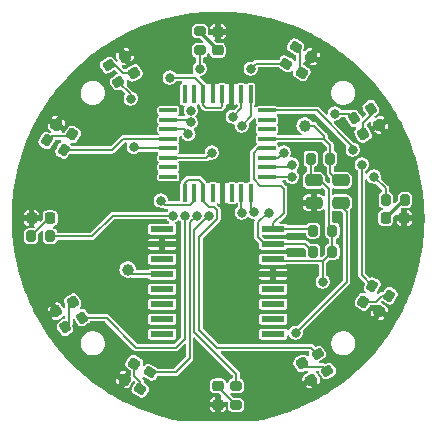
<source format=gbr>
%TF.GenerationSoftware,KiCad,Pcbnew,7.0.11*%
%TF.CreationDate,2024-11-14T13:48:53-05:00*%
%TF.ProjectId,IO_watch,494f5f77-6174-4636-982e-6b696361645f,rev?*%
%TF.SameCoordinates,Original*%
%TF.FileFunction,Copper,L1,Top*%
%TF.FilePolarity,Positive*%
%FSLAX46Y46*%
G04 Gerber Fmt 4.6, Leading zero omitted, Abs format (unit mm)*
G04 Created by KiCad (PCBNEW 7.0.11) date 2024-11-14 13:48:53*
%MOMM*%
%LPD*%
G01*
G04 APERTURE LIST*
G04 Aperture macros list*
%AMRoundRect*
0 Rectangle with rounded corners*
0 $1 Rounding radius*
0 $2 $3 $4 $5 $6 $7 $8 $9 X,Y pos of 4 corners*
0 Add a 4 corners polygon primitive as box body*
4,1,4,$2,$3,$4,$5,$6,$7,$8,$9,$2,$3,0*
0 Add four circle primitives for the rounded corners*
1,1,$1+$1,$2,$3*
1,1,$1+$1,$4,$5*
1,1,$1+$1,$6,$7*
1,1,$1+$1,$8,$9*
0 Add four rect primitives between the rounded corners*
20,1,$1+$1,$2,$3,$4,$5,0*
20,1,$1+$1,$4,$5,$6,$7,0*
20,1,$1+$1,$6,$7,$8,$9,0*
20,1,$1+$1,$8,$9,$2,$3,0*%
G04 Aperture macros list end*
%TA.AperFunction,SMDPad,CuDef*%
%ADD10RoundRect,0.218750X0.317568X0.112544X-0.061318X0.331294X-0.317568X-0.112544X0.061318X-0.331294X0*%
%TD*%
%TA.AperFunction,SMDPad,CuDef*%
%ADD11RoundRect,0.200000X0.338157X-0.035705X0.138157X0.310705X-0.338157X0.035705X-0.138157X-0.310705X0*%
%TD*%
%TA.AperFunction,SMDPad,CuDef*%
%ADD12RoundRect,0.218750X-0.331294X0.061318X-0.112544X-0.317568X0.331294X-0.061318X0.112544X0.317568X0*%
%TD*%
%TA.AperFunction,SMDPad,CuDef*%
%ADD13RoundRect,0.200000X-0.200000X-0.275000X0.200000X-0.275000X0.200000X0.275000X-0.200000X0.275000X0*%
%TD*%
%TA.AperFunction,SMDPad,CuDef*%
%ADD14RoundRect,0.218750X0.331294X-0.061318X0.112544X0.317568X-0.331294X0.061318X-0.112544X-0.317568X0*%
%TD*%
%TA.AperFunction,SMDPad,CuDef*%
%ADD15RoundRect,0.200000X-0.275000X0.200000X-0.275000X-0.200000X0.275000X-0.200000X0.275000X0.200000X0*%
%TD*%
%TA.AperFunction,SMDPad,CuDef*%
%ADD16C,1.000000*%
%TD*%
%TA.AperFunction,SMDPad,CuDef*%
%ADD17RoundRect,0.200000X-0.035705X-0.338157X0.310705X-0.138157X0.035705X0.338157X-0.310705X0.138157X0*%
%TD*%
%TA.AperFunction,SMDPad,CuDef*%
%ADD18RoundRect,0.218750X-0.256250X0.218750X-0.256250X-0.218750X0.256250X-0.218750X0.256250X0.218750X0*%
%TD*%
%TA.AperFunction,SMDPad,CuDef*%
%ADD19RoundRect,0.200000X0.035705X0.338157X-0.310705X0.138157X-0.035705X-0.338157X0.310705X-0.138157X0*%
%TD*%
%TA.AperFunction,SMDPad,CuDef*%
%ADD20RoundRect,0.200000X-0.138157X0.310705X-0.338157X-0.035705X0.138157X-0.310705X0.338157X0.035705X0*%
%TD*%
%TA.AperFunction,SMDPad,CuDef*%
%ADD21RoundRect,0.218750X-0.317568X-0.112544X0.061318X-0.331294X0.317568X0.112544X-0.061318X0.331294X0*%
%TD*%
%TA.AperFunction,SMDPad,CuDef*%
%ADD22RoundRect,0.218750X0.112544X-0.317568X0.331294X0.061318X-0.112544X0.317568X-0.331294X-0.061318X0*%
%TD*%
%TA.AperFunction,SMDPad,CuDef*%
%ADD23RoundRect,0.200000X0.200000X0.275000X-0.200000X0.275000X-0.200000X-0.275000X0.200000X-0.275000X0*%
%TD*%
%TA.AperFunction,SMDPad,CuDef*%
%ADD24RoundRect,0.250000X-0.475000X0.250000X-0.475000X-0.250000X0.475000X-0.250000X0.475000X0.250000X0*%
%TD*%
%TA.AperFunction,SMDPad,CuDef*%
%ADD25R,1.981200X0.533400*%
%TD*%
%TA.AperFunction,SMDPad,CuDef*%
%ADD26RoundRect,0.200000X0.138157X-0.310705X0.338157X0.035705X-0.138157X0.310705X-0.338157X-0.035705X0*%
%TD*%
%TA.AperFunction,SMDPad,CuDef*%
%ADD27RoundRect,0.200000X0.275000X-0.200000X0.275000X0.200000X-0.275000X0.200000X-0.275000X-0.200000X0*%
%TD*%
%TA.AperFunction,SMDPad,CuDef*%
%ADD28RoundRect,0.200000X-0.310705X-0.138157X0.035705X-0.338157X0.310705X0.138157X-0.035705X0.338157X0*%
%TD*%
%TA.AperFunction,SMDPad,CuDef*%
%ADD29RoundRect,0.200000X0.310705X0.138157X-0.035705X0.338157X-0.310705X-0.138157X0.035705X-0.338157X0*%
%TD*%
%TA.AperFunction,SMDPad,CuDef*%
%ADD30RoundRect,0.218750X-0.112544X0.317568X-0.331294X-0.061318X0.112544X-0.317568X0.331294X0.061318X0*%
%TD*%
%TA.AperFunction,SMDPad,CuDef*%
%ADD31RoundRect,0.200000X-0.338157X0.035705X-0.138157X-0.310705X0.338157X-0.035705X0.138157X0.310705X0*%
%TD*%
%TA.AperFunction,SMDPad,CuDef*%
%ADD32RoundRect,0.050000X-0.150000X0.685000X-0.150000X-0.685000X0.150000X-0.685000X0.150000X0.685000X0*%
%TD*%
%TA.AperFunction,SMDPad,CuDef*%
%ADD33RoundRect,0.050000X-0.685000X0.150000X-0.685000X-0.150000X0.685000X-0.150000X0.685000X0.150000X0*%
%TD*%
%TA.AperFunction,SMDPad,CuDef*%
%ADD34RoundRect,0.218750X0.218750X0.256250X-0.218750X0.256250X-0.218750X-0.256250X0.218750X-0.256250X0*%
%TD*%
%TA.AperFunction,SMDPad,CuDef*%
%ADD35RoundRect,0.218750X-0.061318X-0.331294X0.317568X-0.112544X0.061318X0.331294X-0.317568X0.112544X0*%
%TD*%
%TA.AperFunction,SMDPad,CuDef*%
%ADD36RoundRect,0.218750X0.256250X-0.218750X0.256250X0.218750X-0.256250X0.218750X-0.256250X-0.218750X0*%
%TD*%
%TA.AperFunction,SMDPad,CuDef*%
%ADD37RoundRect,0.218750X-0.218750X-0.256250X0.218750X-0.256250X0.218750X0.256250X-0.218750X0.256250X0*%
%TD*%
%TA.AperFunction,SMDPad,CuDef*%
%ADD38RoundRect,0.218750X0.061318X0.331294X-0.317568X0.112544X-0.061318X-0.331294X0.317568X-0.112544X0*%
%TD*%
%TA.AperFunction,ViaPad*%
%ADD39C,0.800000*%
%TD*%
%TA.AperFunction,Conductor*%
%ADD40C,0.203200*%
%TD*%
%TA.AperFunction,Conductor*%
%ADD41C,0.304800*%
%TD*%
G04 APERTURE END LIST*
D10*
%TO.P,4,1,K*%
%TO.N,GND*%
X146539776Y-89893750D03*
%TO.P,4,2,A*%
%TO.N,Net-(D4-A)*%
X145188486Y-89084253D03*
%TD*%
D11*
%TO.P,R5,1*%
%TO.N,Net-(D5-A)*%
X142131719Y-94947473D03*
%TO.P,R5,2*%
%TO.N,/D13*%
X141306719Y-93518531D03*
%TD*%
D12*
%TO.P,D11,1,K*%
%TO.N,GND*%
X124973650Y-68327624D03*
%TO.P,D11,2,A*%
%TO.N,Net-(D11-A)*%
X125739153Y-69704314D03*
%TD*%
D13*
%TO.P,R9,1*%
%TO.N,Net-(D9-A)*%
X117022400Y-83549400D03*
%TO.P,R9,2*%
%TO.N,/D7*%
X118672400Y-83549400D03*
%TD*%
D14*
%TO.P,5,1,K*%
%TO.N,GND*%
X140761150Y-95672376D03*
%TO.P,5,2,A*%
%TO.N,Net-(D5-A)*%
X139995647Y-94295686D03*
%TD*%
D15*
%TO.P,R12,1*%
%TO.N,Net-(D12-A)*%
X131318000Y-66155000D03*
%TO.P,R12,2*%
%TO.N,/D10*%
X131318000Y-67805000D03*
%TD*%
D16*
%TO.P,TP6,1,1*%
%TO.N,Net-(U2-~RST)*%
X125222000Y-86360000D03*
%TD*%
D17*
%TO.P,R8,1*%
%TO.N,Net-(D8-A)*%
X119919927Y-91264319D03*
%TO.P,R8,2*%
%TO.N,/D6*%
X121348869Y-90439319D03*
%TD*%
D18*
%TO.P,12,1,K*%
%TO.N,GND*%
X132867400Y-66212500D03*
%TO.P,12,2,A*%
%TO.N,Net-(D12-A)*%
X132842000Y-67787500D03*
%TD*%
D19*
%TO.P,R2,1*%
%TO.N,Net-(D2-A)*%
X145814873Y-72735681D03*
%TO.P,R2,2*%
%TO.N,/A1*%
X144385931Y-73560681D03*
%TD*%
D20*
%TO.P,R1,1*%
%TO.N,Net-(D1-A)*%
X139448081Y-67503127D03*
%TO.P,R1,2*%
%TO.N,/A0*%
X138623081Y-68932069D03*
%TD*%
D21*
%TO.P,D10,1,K*%
%TO.N,GND*%
X119195024Y-74106250D03*
%TO.P,D10,2,A*%
%TO.N,Net-(D10-A)*%
X120546314Y-74915747D03*
%TD*%
D22*
%TO.P,D7,1,K*%
%TO.N,GND*%
X124973650Y-95672376D03*
%TO.P,D7,2,A*%
%TO.N,Net-(D7-A)*%
X125783147Y-94321086D03*
%TD*%
D23*
%TO.P,R13,1*%
%TO.N,/RST*%
X142366000Y-76962000D03*
%TO.P,R13,2*%
%TO.N,VCC*%
X140716000Y-76962000D03*
%TD*%
D24*
%TO.P,C2,1*%
%TO.N,/RST*%
X143256000Y-78806000D03*
%TO.P,C2,2*%
%TO.N,/D-*%
X143256000Y-80706000D03*
%TD*%
D23*
%TO.P,R14,1*%
%TO.N,VCC*%
X142557000Y-84836000D03*
%TO.P,R14,2*%
%TO.N,/SDA*%
X140907000Y-84836000D03*
%TD*%
D25*
%TO.P,U2,1,32KHZ*%
%TO.N,unconnected-(U2-32KHZ-Pad1)*%
X128143000Y-82931000D03*
%TO.P,U2,2,VCC*%
%TO.N,GND*%
X128143000Y-84201000D03*
%TO.P,U2,3,~INT/SQW*%
%TO.N,unconnected-(U2-~INT{slash}SQW-Pad3)*%
X128143000Y-85471000D03*
%TO.P,U2,4,~RST*%
%TO.N,Net-(U2-~RST)*%
X128143000Y-86741000D03*
%TO.P,U2,5,N.C._2*%
%TO.N,unconnected-(U2-N.C._2-Pad5)*%
X128143000Y-88011000D03*
%TO.P,U2,6,N.C.*%
%TO.N,unconnected-(U2-N.C.-Pad6)*%
X128143000Y-89281000D03*
%TO.P,U2,7,N.C._3*%
%TO.N,unconnected-(U2-N.C._3-Pad7)*%
X128143000Y-90551000D03*
%TO.P,U2,8,N.C._7*%
%TO.N,unconnected-(U2-N.C._7-Pad8)*%
X128143000Y-91821000D03*
%TO.P,U2,9,N.C._8*%
%TO.N,unconnected-(U2-N.C._8-Pad9)*%
X137541000Y-91821000D03*
%TO.P,U2,10,N.C._4*%
%TO.N,unconnected-(U2-N.C._4-Pad10)*%
X137541000Y-90551000D03*
%TO.P,U2,11,N.C._5*%
%TO.N,unconnected-(U2-N.C._5-Pad11)*%
X137541000Y-89281000D03*
%TO.P,U2,12,N.C._6*%
%TO.N,unconnected-(U2-N.C._6-Pad12)*%
X137541000Y-88011000D03*
%TO.P,U2,13,GND*%
%TO.N,GND*%
X137541000Y-86741000D03*
%TO.P,U2,14,VBAT*%
%TO.N,VCC*%
X137541000Y-85471000D03*
%TO.P,U2,15,SDA*%
%TO.N,/SDA*%
X137541000Y-84201000D03*
%TO.P,U2,16,SCL*%
%TO.N,/SCL*%
X137541000Y-82931000D03*
%TD*%
D26*
%TO.P,R7,1*%
%TO.N,Net-(D7-A)*%
X126286719Y-96496873D03*
%TO.P,R7,2*%
%TO.N,/D5*%
X127111719Y-95067931D03*
%TD*%
D27*
%TO.P,R6,1*%
%TO.N,Net-(D6-A)*%
X134416800Y-97845000D03*
%TO.P,R6,2*%
%TO.N,/D4*%
X134416800Y-96195000D03*
%TD*%
D13*
%TO.P,R15,1*%
%TO.N,/SCL*%
X140907000Y-83058000D03*
%TO.P,R15,2*%
%TO.N,VCC*%
X142557000Y-83058000D03*
%TD*%
D28*
%TO.P,R10,1*%
%TO.N,Net-(D10-A)*%
X118370527Y-75419319D03*
%TO.P,R10,2*%
%TO.N,/D8*%
X119799469Y-76244319D03*
%TD*%
D23*
%TO.P,R3,1*%
%TO.N,Net-(D3-A)*%
X148712400Y-80450600D03*
%TO.P,R3,2*%
%TO.N,/A2*%
X147062400Y-80450600D03*
%TD*%
D29*
%TO.P,R4,2*%
%TO.N,/A3*%
X145935331Y-87755681D03*
%TO.P,R4,1*%
%TO.N,Net-(D4-A)*%
X147364273Y-88580681D03*
%TD*%
D30*
%TO.P,1,1,K*%
%TO.N,GND*%
X140761150Y-68327624D03*
%TO.P,1,2,A*%
%TO.N,Net-(D1-A)*%
X139951653Y-69678914D03*
%TD*%
D31*
%TO.P,R11,1*%
%TO.N,Net-(D11-A)*%
X123603081Y-69052527D03*
%TO.P,R11,2*%
%TO.N,/D9*%
X124428081Y-70481469D03*
%TD*%
D24*
%TO.P,C1,1*%
%TO.N,VCC*%
X140970000Y-78806000D03*
%TO.P,C1,2*%
%TO.N,GND*%
X140970000Y-80706000D03*
%TD*%
D32*
%TO.P,U1,1,PD3*%
%TO.N,/D3*%
X135642000Y-71522000D03*
%TO.P,U1,2,PD4*%
%TO.N,/D4*%
X134842000Y-71522000D03*
%TO.P,U1,3,GND*%
%TO.N,GND*%
X134042000Y-71522000D03*
%TO.P,U1,4,VCC*%
%TO.N,VCC*%
X133242000Y-71522000D03*
%TO.P,U1,5,GND*%
%TO.N,GND*%
X132442000Y-71522000D03*
%TO.P,U1,6,VCC*%
%TO.N,VCC*%
X131642000Y-71522000D03*
%TO.P,U1,7,PB6*%
%TO.N,unconnected-(U1-PB6-Pad7)*%
X130842000Y-71522000D03*
%TO.P,U1,8,PB7*%
%TO.N,unconnected-(U1-PB7-Pad8)*%
X130042000Y-71522000D03*
D33*
%TO.P,U1,9,PD5*%
%TO.N,/D5*%
X128672000Y-72892000D03*
%TO.P,U1,10,PD6*%
%TO.N,/D6*%
X128672000Y-73692000D03*
%TO.P,U1,11,PD7*%
%TO.N,/D7*%
X128672000Y-74492000D03*
%TO.P,U1,12,PB0*%
%TO.N,/D8*%
X128672000Y-75292000D03*
%TO.P,U1,13,PB1*%
%TO.N,/D9*%
X128672000Y-76092000D03*
%TO.P,U1,14,PB2*%
%TO.N,/D10*%
X128672000Y-76892000D03*
%TO.P,U1,15,PB3*%
%TO.N,/D11*%
X128672000Y-77692000D03*
%TO.P,U1,16,PB4*%
%TO.N,/D12*%
X128672000Y-78492000D03*
D32*
%TO.P,U1,17,PB5*%
%TO.N,/D13*%
X130042000Y-79862000D03*
%TO.P,U1,18,AVCC*%
%TO.N,VCC*%
X130842000Y-79862000D03*
%TO.P,U1,19,ADC6*%
%TO.N,/D13*%
X131642000Y-79862000D03*
%TO.P,U1,20,AREF*%
%TO.N,unconnected-(U1-AREF-Pad20)*%
X132442000Y-79862000D03*
%TO.P,U1,21,GND*%
%TO.N,GND*%
X133242000Y-79862000D03*
%TO.P,U1,22,ADC7*%
%TO.N,/A7*%
X134042000Y-79862000D03*
%TO.P,U1,23,PC0*%
%TO.N,/A0*%
X134842000Y-79862000D03*
%TO.P,U1,24,PC1*%
%TO.N,/A1*%
X135642000Y-79862000D03*
D33*
%TO.P,U1,25,PC2*%
%TO.N,/A2*%
X137012000Y-78492000D03*
%TO.P,U1,26,PC3*%
%TO.N,/A3*%
X137012000Y-77692000D03*
%TO.P,U1,27,PC4*%
%TO.N,/SDA*%
X137012000Y-76892000D03*
%TO.P,U1,28,PC5*%
%TO.N,/SCL*%
X137012000Y-76092000D03*
%TO.P,U1,29,PC6/~{RESET}*%
%TO.N,/RST*%
X137012000Y-75292000D03*
%TO.P,U1,30,PD0*%
%TO.N,/RXD*%
X137012000Y-74492000D03*
%TO.P,U1,31,PD1*%
%TO.N,/TXD*%
X137012000Y-73692000D03*
%TO.P,U1,32,PD2*%
%TO.N,/D2*%
X137012000Y-72892000D03*
%TD*%
D16*
%TO.P,TP7,1,1*%
%TO.N,/RST*%
X140208000Y-74168000D03*
%TD*%
D34*
%TO.P,3,1,K*%
%TO.N,GND*%
X148654900Y-82000000D03*
%TO.P,3,2,A*%
%TO.N,Net-(D3-A)*%
X147079900Y-81974600D03*
%TD*%
D35*
%TO.P,D8,1,K*%
%TO.N,GND*%
X119195024Y-89893750D03*
%TO.P,D8,2,A*%
%TO.N,Net-(D8-A)*%
X120571714Y-89128247D03*
%TD*%
D36*
%TO.P,D6,1,K*%
%TO.N,GND*%
X132867400Y-97787500D03*
%TO.P,D6,2,A*%
%TO.N,Net-(D6-A)*%
X132892800Y-96212500D03*
%TD*%
D37*
%TO.P,D9,1,K*%
%TO.N,GND*%
X117079900Y-82000000D03*
%TO.P,D9,2,A*%
%TO.N,Net-(D9-A)*%
X118654900Y-82025400D03*
%TD*%
D38*
%TO.P,2,1,K*%
%TO.N,GND*%
X146539776Y-74106250D03*
%TO.P,2,2,A*%
%TO.N,Net-(D2-A)*%
X145163086Y-74871753D03*
%TD*%
D39*
%TO.N,VCC*%
X128016000Y-80518000D03*
X141732000Y-87376000D03*
X128778000Y-70104000D03*
%TO.N,GND*%
X140462000Y-88138000D03*
X133067600Y-74676000D03*
X139192000Y-80010000D03*
X148844000Y-84582000D03*
%TO.N,/D-*%
X139446000Y-91694000D03*
%TO.N,/A0*%
X134874000Y-81534000D03*
X135636000Y-69342000D03*
%TO.N,/A1*%
X142748000Y-73152000D03*
X135910241Y-81489972D03*
%TO.N,/A2*%
X139131600Y-78492000D03*
X146050000Y-78486000D03*
%TO.N,/A3*%
X139131600Y-77470000D03*
X145034000Y-77470000D03*
%TO.N,/D4*%
X134112000Y-73406000D03*
X132080000Y-81788000D03*
%TO.N,/D5*%
X131064000Y-81788000D03*
X130556000Y-72898000D03*
%TO.N,/D6*%
X130048000Y-81788000D03*
X130556000Y-73898003D03*
%TO.N,/D7*%
X130362400Y-74898006D03*
X129032000Y-81788000D03*
%TO.N,/D9*%
X125476000Y-71882000D03*
X125730000Y-75993600D03*
%TO.N,/D10*%
X132334000Y-76454000D03*
X131318000Y-69342000D03*
%TO.N,/SDA*%
X138430000Y-76454000D03*
X137160000Y-81534000D03*
%TO.N,/D2*%
X144272000Y-76200000D03*
%TO.N,/D3*%
X134874000Y-74168000D03*
%TD*%
D40*
%TO.N,VCC*%
X137682600Y-85612600D02*
X141780400Y-85612600D01*
X141780400Y-85612600D02*
X142557000Y-84836000D01*
X142240000Y-80209992D02*
X142229400Y-80220592D01*
X142557000Y-83312000D02*
X142557000Y-84836000D01*
X130540400Y-80898600D02*
X128396600Y-80898600D01*
X142240000Y-79502000D02*
X142240000Y-80209992D01*
X137541000Y-85471000D02*
X137682600Y-85612600D01*
X128396600Y-80898600D02*
X128016000Y-80518000D01*
X141544000Y-78806000D02*
X142240000Y-79502000D01*
X130959000Y-70104000D02*
X128778000Y-70104000D01*
X130842000Y-80597000D02*
X130540400Y-80898600D01*
X142229400Y-81191408D02*
X142240000Y-81202008D01*
X141732000Y-85661000D02*
X141780400Y-85612600D01*
X131642000Y-72460000D02*
X131642000Y-71522000D01*
X130842000Y-79862000D02*
X130842000Y-80597000D01*
X141732000Y-87376000D02*
X141732000Y-85661000D01*
X137093398Y-85471000D02*
X137541000Y-85471000D01*
X131826000Y-72644000D02*
X131642000Y-72460000D01*
X142240000Y-81202008D02*
X142240000Y-82995000D01*
X140716000Y-78806000D02*
X141544000Y-78806000D01*
X131642000Y-70787000D02*
X130959000Y-70104000D01*
X131642000Y-71522000D02*
X131642000Y-70787000D01*
X140716000Y-76962000D02*
X140716000Y-78806000D01*
X133242000Y-72498000D02*
X133096000Y-72644000D01*
X142240000Y-82995000D02*
X142557000Y-83312000D01*
X133096000Y-72644000D02*
X131826000Y-72644000D01*
X142229400Y-80220592D02*
X142229400Y-81191408D01*
X133242000Y-71522000D02*
X133242000Y-72498000D01*
%TO.N,/RST*%
X137012000Y-75292000D02*
X141840000Y-75292000D01*
X142366000Y-76962000D02*
X142366000Y-78170000D01*
X141840000Y-75038000D02*
X140970000Y-74168000D01*
X142366000Y-78170000D02*
X143002000Y-78806000D01*
X140970000Y-74168000D02*
X140208000Y-74168000D01*
X141840000Y-75292000D02*
X141840000Y-75038000D01*
X141840000Y-75292000D02*
X142366000Y-75818000D01*
X142366000Y-75818000D02*
X142366000Y-76962000D01*
%TO.N,/D-*%
X143764000Y-87376000D02*
X143764000Y-81468000D01*
X143764000Y-81468000D02*
X143002000Y-80706000D01*
X139446000Y-91694000D02*
X143764000Y-87376000D01*
%TO.N,Net-(D1-A)*%
X139795805Y-67850851D02*
X139795805Y-69523066D01*
X139448081Y-67503127D02*
X139795805Y-67850851D01*
X139795805Y-69523066D02*
X139951653Y-69678914D01*
%TO.N,Net-(D2-A)*%
X145814873Y-72735681D02*
X145814873Y-73272927D01*
X145163086Y-73924714D02*
X145163086Y-74871753D01*
X145814873Y-73272927D02*
X145163086Y-73924714D01*
D41*
%TO.N,Net-(D3-A)*%
X148603900Y-80450600D02*
X147079900Y-81974600D01*
X148712400Y-80450600D02*
X148603900Y-80450600D01*
D40*
%TO.N,Net-(D4-A)*%
X146217412Y-89084253D02*
X146720984Y-88580681D01*
X145188486Y-89084253D02*
X146217412Y-89084253D01*
X146720984Y-88580681D02*
X147364273Y-88580681D01*
%TO.N,Net-(D5-A)*%
X139995647Y-94295686D02*
X140315919Y-94615958D01*
X140315919Y-94615958D02*
X141800204Y-94615958D01*
X141800204Y-94615958D02*
X142131719Y-94947473D01*
%TO.N,Net-(D6-A)*%
X132892800Y-96321000D02*
X134416800Y-97845000D01*
X132892800Y-96212500D02*
X132892800Y-96321000D01*
%TO.N,Net-(D7-A)*%
X125783147Y-95350012D02*
X126286719Y-95853584D01*
X125783147Y-94321086D02*
X125783147Y-95350012D01*
X126286719Y-95853584D02*
X126286719Y-96496873D01*
%TO.N,Net-(D8-A)*%
X120251442Y-89448519D02*
X120251442Y-90932804D01*
X120571714Y-89128247D02*
X120251442Y-89448519D01*
X120251442Y-90932804D02*
X119919927Y-91264319D01*
%TO.N,Net-(D9-A)*%
X118654900Y-82025400D02*
X118546400Y-82025400D01*
X118546400Y-82025400D02*
X117022400Y-83549400D01*
%TO.N,Net-(D10-A)*%
X120390466Y-75071595D02*
X120546314Y-74915747D01*
X118718251Y-75071595D02*
X120390466Y-75071595D01*
X118370527Y-75419319D02*
X118718251Y-75071595D01*
%TO.N,Net-(D11-A)*%
X124140327Y-69052527D02*
X124792114Y-69704314D01*
X123603081Y-69052527D02*
X124140327Y-69052527D01*
X124792114Y-69704314D02*
X125739153Y-69704314D01*
D41*
%TO.N,Net-(D12-A)*%
X131318000Y-66155000D02*
X131318000Y-66263500D01*
X131318000Y-66263500D02*
X132842000Y-67787500D01*
D40*
%TO.N,/A0*%
X134842000Y-79862000D02*
X134842000Y-81502000D01*
X136045931Y-68932069D02*
X138623081Y-68932069D01*
X134842000Y-81502000D02*
X134874000Y-81534000D01*
X135636000Y-69342000D02*
X136045931Y-68932069D01*
%TO.N,/A1*%
X135910241Y-81489972D02*
X135642000Y-81221731D01*
X142748000Y-73152000D02*
X143977250Y-73152000D01*
X143977250Y-73152000D02*
X144385931Y-73560681D01*
X135642000Y-81221731D02*
X135642000Y-79862000D01*
%TO.N,/A2*%
X147062400Y-79498400D02*
X147062400Y-80450600D01*
X139131600Y-78492000D02*
X137012000Y-78492000D01*
X146050000Y-78486000D02*
X147062400Y-79498400D01*
%TO.N,/A3*%
X145034000Y-86854350D02*
X145935331Y-87755681D01*
X139131600Y-77470000D02*
X138909600Y-77692000D01*
X145034000Y-77470000D02*
X145034000Y-86854350D01*
X138909600Y-77692000D02*
X137012000Y-77692000D01*
%TO.N,/D13*%
X131281400Y-83578813D02*
X131281400Y-91461190D01*
X132071000Y-81026000D02*
X132501000Y-81026000D01*
X132784210Y-92964000D02*
X140752188Y-92964000D01*
X130042000Y-79000000D02*
X130302000Y-78740000D01*
X132781600Y-82078613D02*
X131281400Y-83578813D01*
X130042000Y-79862000D02*
X130042000Y-79000000D01*
X132781600Y-81306600D02*
X132781600Y-82078613D01*
X131642000Y-80597000D02*
X132071000Y-81026000D01*
X132501000Y-81026000D02*
X132781600Y-81306600D01*
X140752188Y-92964000D02*
X141306719Y-93518531D01*
X131642000Y-79127000D02*
X131642000Y-79862000D01*
X131255000Y-78740000D02*
X131642000Y-79127000D01*
X130302000Y-78740000D02*
X131255000Y-78740000D01*
X131642000Y-79862000D02*
X131642000Y-80597000D01*
X131281400Y-91461190D02*
X132784210Y-92964000D01*
%TO.N,/D4*%
X134416800Y-95166800D02*
X134416800Y-96195000D01*
X134842000Y-71522000D02*
X134842000Y-72676000D01*
X130878200Y-82971800D02*
X130878200Y-91628200D01*
X132062000Y-81788000D02*
X130878200Y-82971800D01*
X132080000Y-81788000D02*
X132062000Y-81788000D01*
X130878200Y-91628200D02*
X134416800Y-95166800D01*
X134842000Y-72676000D02*
X134112000Y-73406000D01*
%TO.N,/D5*%
X130475000Y-93875000D02*
X129282069Y-95067931D01*
X130550000Y-72892000D02*
X130556000Y-72898000D01*
X129282069Y-95067931D02*
X127111719Y-95067931D01*
X131064000Y-81788000D02*
X130475000Y-82377000D01*
X130475000Y-82377000D02*
X130475000Y-93875000D01*
%TO.N,/D6*%
X123439319Y-90439319D02*
X121348869Y-90439319D01*
X130048000Y-92202000D02*
X129286000Y-92964000D01*
X130048000Y-81788000D02*
X130048000Y-92202000D01*
X130556000Y-73898003D02*
X130349997Y-73692000D01*
X130349997Y-73692000D02*
X128672000Y-73692000D01*
X125964000Y-92964000D02*
X123439319Y-90439319D01*
X129286000Y-92964000D02*
X125964000Y-92964000D01*
%TO.N,/D7*%
X129956394Y-74492000D02*
X128672000Y-74492000D01*
X122190600Y-83549400D02*
X118672400Y-83549400D01*
X129032000Y-81788000D02*
X123952000Y-81788000D01*
X123952000Y-81788000D02*
X122190600Y-83549400D01*
X130362400Y-74898006D02*
X129956394Y-74492000D01*
%TO.N,/D8*%
X128672000Y-75292000D02*
X124860000Y-75292000D01*
X123907681Y-76244319D02*
X119799469Y-76244319D01*
X124860000Y-75292000D02*
X123907681Y-76244319D01*
%TO.N,/D9*%
X125476000Y-71882000D02*
X125476000Y-71529388D01*
X125476000Y-71529388D02*
X124428081Y-70481469D01*
X125828400Y-76092000D02*
X128672000Y-76092000D01*
X125730000Y-75993600D02*
X125828400Y-76092000D01*
%TO.N,/D10*%
X131896000Y-76892000D02*
X128672000Y-76892000D01*
X131318000Y-69342000D02*
X131318000Y-67805000D01*
X132334000Y-76454000D02*
X131896000Y-76892000D01*
%TO.N,/SDA*%
X136248800Y-82550000D02*
X136248800Y-82362700D01*
X137541000Y-84201000D02*
X136817100Y-84201000D01*
X136817100Y-84201000D02*
X136248800Y-83632700D01*
X136248800Y-83632700D02*
X136248800Y-82550000D01*
X140272000Y-84201000D02*
X140907000Y-84836000D01*
X137541000Y-84201000D02*
X140272000Y-84201000D01*
X137012000Y-76892000D02*
X137992000Y-76892000D01*
X137077500Y-81534000D02*
X137160000Y-81534000D01*
X136950500Y-84201000D02*
X137541000Y-84201000D01*
X137992000Y-76892000D02*
X138430000Y-76454000D01*
X136248800Y-82362700D02*
X137077500Y-81534000D01*
%TO.N,/SCL*%
X138430000Y-81534000D02*
X137541000Y-82423000D01*
X135890000Y-76454000D02*
X135890000Y-78703624D01*
X136434376Y-79248000D02*
X138176000Y-79248000D01*
X138176000Y-79248000D02*
X138430000Y-79502000D01*
X137541000Y-82931000D02*
X140526000Y-82931000D01*
X137541000Y-82423000D02*
X137541000Y-82931000D01*
X137012000Y-76092000D02*
X136252000Y-76092000D01*
X136252000Y-76092000D02*
X135890000Y-76454000D01*
X135890000Y-78703624D02*
X136434376Y-79248000D01*
X138430000Y-79502000D02*
X138430000Y-81534000D01*
X140526000Y-82931000D02*
X140907000Y-83312000D01*
%TO.N,/D2*%
X144272000Y-75946000D02*
X141218000Y-72892000D01*
X144272000Y-76200000D02*
X144272000Y-75946000D01*
X141218000Y-72892000D02*
X137012000Y-72892000D01*
%TO.N,/D3*%
X135642000Y-71522000D02*
X135642000Y-73400000D01*
X135642000Y-73400000D02*
X134874000Y-74168000D01*
%TO.N,Net-(U2-~RST)*%
X128143000Y-86741000D02*
X125603000Y-86741000D01*
X125603000Y-86741000D02*
X125222000Y-86360000D01*
%TD*%
%TA.AperFunction,Conductor*%
%TO.N,GND*%
G36*
X141732049Y-75613007D02*
G01*
X141743862Y-75623096D01*
X142034904Y-75914138D01*
X142062681Y-75968655D01*
X142063900Y-75984142D01*
X142063900Y-76228863D01*
X142044993Y-76287054D01*
X142009846Y-76317072D01*
X141927659Y-76358949D01*
X141837949Y-76448659D01*
X141780354Y-76561695D01*
X141765500Y-76655477D01*
X141765500Y-77268520D01*
X141765501Y-77268523D01*
X141780352Y-77362299D01*
X141780354Y-77362304D01*
X141837950Y-77475342D01*
X141927658Y-77565050D01*
X141927660Y-77565051D01*
X142009845Y-77606927D01*
X142053110Y-77650191D01*
X142063900Y-77695136D01*
X142063900Y-78104569D01*
X142061664Y-78118282D01*
X142062881Y-78118452D01*
X142061613Y-78127539D01*
X142063794Y-78174693D01*
X142063900Y-78179266D01*
X142063900Y-78197993D01*
X142063928Y-78198147D01*
X142065507Y-78211758D01*
X142066829Y-78240360D01*
X142066830Y-78240366D01*
X142070847Y-78249464D01*
X142077593Y-78271248D01*
X142079420Y-78281018D01*
X142079422Y-78281024D01*
X142094492Y-78305364D01*
X142100882Y-78317487D01*
X142112449Y-78343682D01*
X142112450Y-78343683D01*
X142112451Y-78343685D01*
X142119482Y-78350716D01*
X142133644Y-78368596D01*
X142138878Y-78377049D01*
X142161729Y-78394305D01*
X142172065Y-78403299D01*
X142301504Y-78532738D01*
X142329281Y-78587255D01*
X142330500Y-78602742D01*
X142330500Y-78926258D01*
X142311593Y-78984449D01*
X142262093Y-79020413D01*
X142200907Y-79020413D01*
X142161496Y-78996262D01*
X141924496Y-78759262D01*
X141896719Y-78704745D01*
X141895500Y-78689258D01*
X141895500Y-78501727D01*
X141895499Y-78501725D01*
X141894587Y-78491999D01*
X141892646Y-78471301D01*
X141847793Y-78343118D01*
X141841977Y-78335238D01*
X141767154Y-78233855D01*
X141767152Y-78233853D01*
X141767150Y-78233850D01*
X141767146Y-78233847D01*
X141767144Y-78233845D01*
X141657883Y-78153207D01*
X141529703Y-78108355D01*
X141529694Y-78108353D01*
X141499274Y-78105500D01*
X141499266Y-78105500D01*
X141117100Y-78105500D01*
X141058909Y-78086593D01*
X141022945Y-78037093D01*
X141018100Y-78006500D01*
X141018100Y-77695135D01*
X141037007Y-77636944D01*
X141072150Y-77606928D01*
X141154342Y-77565050D01*
X141244050Y-77475342D01*
X141301646Y-77362304D01*
X141316500Y-77268519D01*
X141316499Y-76655482D01*
X141306113Y-76589900D01*
X141301647Y-76561700D01*
X141301646Y-76561698D01*
X141301646Y-76561696D01*
X141244050Y-76448658D01*
X141154342Y-76358950D01*
X141041304Y-76301354D01*
X141041305Y-76301354D01*
X140947522Y-76286500D01*
X140484479Y-76286500D01*
X140484476Y-76286501D01*
X140390700Y-76301352D01*
X140390695Y-76301354D01*
X140277659Y-76358949D01*
X140187949Y-76448659D01*
X140130354Y-76561695D01*
X140115500Y-76655477D01*
X140115500Y-77268520D01*
X140115501Y-77268523D01*
X140130352Y-77362299D01*
X140130354Y-77362304D01*
X140187950Y-77475342D01*
X140277658Y-77565050D01*
X140277660Y-77565051D01*
X140359845Y-77606927D01*
X140403110Y-77650191D01*
X140413900Y-77695136D01*
X140413900Y-78036850D01*
X140394993Y-78095041D01*
X140347598Y-78130294D01*
X140282116Y-78153207D01*
X140172855Y-78233845D01*
X140172845Y-78233855D01*
X140092207Y-78343116D01*
X140047355Y-78471296D01*
X140047353Y-78471305D01*
X140044500Y-78501725D01*
X140044500Y-79110274D01*
X140047353Y-79140694D01*
X140047355Y-79140703D01*
X140092207Y-79268883D01*
X140172845Y-79378144D01*
X140172847Y-79378146D01*
X140172850Y-79378150D01*
X140172853Y-79378152D01*
X140172855Y-79378154D01*
X140282116Y-79458792D01*
X140282117Y-79458792D01*
X140282118Y-79458793D01*
X140410301Y-79503646D01*
X140440725Y-79506499D01*
X140440727Y-79506500D01*
X140440734Y-79506500D01*
X141499273Y-79506500D01*
X141499273Y-79506499D01*
X141529699Y-79503646D01*
X141657882Y-79458793D01*
X141657886Y-79458789D01*
X141664440Y-79455327D01*
X141665800Y-79457901D01*
X141711586Y-79442620D01*
X141769925Y-79461063D01*
X141782379Y-79471613D01*
X141908904Y-79598138D01*
X141936681Y-79652655D01*
X141937900Y-79668142D01*
X141937900Y-80066309D01*
X141918993Y-80124500D01*
X141869493Y-80160464D01*
X141808307Y-80160464D01*
X141768896Y-80136313D01*
X141766790Y-80134207D01*
X141657647Y-80053654D01*
X141529601Y-80008850D01*
X141499211Y-80006000D01*
X141220001Y-80006000D01*
X141220000Y-80006001D01*
X141220000Y-81405998D01*
X141220001Y-81405999D01*
X141499203Y-81405999D01*
X141529600Y-81403149D01*
X141529602Y-81403149D01*
X141657647Y-81358345D01*
X141766790Y-81277792D01*
X141768896Y-81275687D01*
X141771309Y-81274457D01*
X141772761Y-81273386D01*
X141772938Y-81273627D01*
X141823413Y-81247910D01*
X141883845Y-81257481D01*
X141927110Y-81300746D01*
X141937900Y-81345691D01*
X141937900Y-82929569D01*
X141935664Y-82943282D01*
X141936881Y-82943452D01*
X141935613Y-82952539D01*
X141937794Y-82999693D01*
X141937900Y-83004266D01*
X141937900Y-83022993D01*
X141937928Y-83023147D01*
X141939507Y-83036758D01*
X141940829Y-83065360D01*
X141940830Y-83065366D01*
X141944847Y-83074464D01*
X141951593Y-83096248D01*
X141954813Y-83113466D01*
X141956500Y-83131665D01*
X141956500Y-83364520D01*
X141956501Y-83364523D01*
X141971352Y-83458299D01*
X141971354Y-83458304D01*
X142028950Y-83571342D01*
X142118658Y-83661050D01*
X142118660Y-83661051D01*
X142200845Y-83702927D01*
X142244110Y-83746191D01*
X142254900Y-83791136D01*
X142254900Y-84102863D01*
X142235993Y-84161054D01*
X142200846Y-84191072D01*
X142118659Y-84232949D01*
X142028949Y-84322659D01*
X141971354Y-84435695D01*
X141956500Y-84529478D01*
X141956500Y-84968258D01*
X141937593Y-85026449D01*
X141927504Y-85038261D01*
X141684263Y-85281503D01*
X141629746Y-85309281D01*
X141614259Y-85310500D01*
X141596809Y-85310500D01*
X141538618Y-85291593D01*
X141502654Y-85242093D01*
X141499028Y-85196013D01*
X141503434Y-85168189D01*
X141507500Y-85142519D01*
X141507499Y-84529482D01*
X141507498Y-84529478D01*
X141507498Y-84529476D01*
X141492647Y-84435700D01*
X141492646Y-84435698D01*
X141492646Y-84435696D01*
X141435050Y-84322658D01*
X141345342Y-84232950D01*
X141232304Y-84175354D01*
X141232305Y-84175354D01*
X141138522Y-84160500D01*
X140699742Y-84160500D01*
X140641551Y-84141593D01*
X140629738Y-84131504D01*
X140531881Y-84033647D01*
X140523768Y-84022366D01*
X140522784Y-84023110D01*
X140517256Y-84015789D01*
X140482373Y-83983989D01*
X140479068Y-83980833D01*
X140465821Y-83967587D01*
X140465691Y-83967498D01*
X140454950Y-83958990D01*
X140433790Y-83939700D01*
X140433787Y-83939699D01*
X140433785Y-83939697D01*
X140424518Y-83936107D01*
X140404338Y-83925470D01*
X140396141Y-83919855D01*
X140396136Y-83919853D01*
X140368261Y-83913296D01*
X140355170Y-83909242D01*
X140328473Y-83898900D01*
X140328472Y-83898900D01*
X140318534Y-83898900D01*
X140295867Y-83896270D01*
X140286194Y-83893995D01*
X140257833Y-83897951D01*
X140244158Y-83898900D01*
X138802002Y-83898900D01*
X138743811Y-83879993D01*
X138719687Y-83854902D01*
X138676152Y-83789748D01*
X138664181Y-83781749D01*
X138609833Y-83745434D01*
X138609831Y-83745433D01*
X138609828Y-83745432D01*
X138609827Y-83745432D01*
X138551358Y-83733801D01*
X138551348Y-83733800D01*
X138551347Y-83733800D01*
X136818142Y-83733800D01*
X136759951Y-83714893D01*
X136748138Y-83704804D01*
X136610538Y-83567204D01*
X136582761Y-83512687D01*
X136592332Y-83452255D01*
X136635597Y-83408990D01*
X136680542Y-83398200D01*
X138551347Y-83398200D01*
X138551348Y-83398200D01*
X138609831Y-83386567D01*
X138676152Y-83342252D01*
X138719687Y-83277097D01*
X138767737Y-83239219D01*
X138802002Y-83233100D01*
X140207501Y-83233100D01*
X140265692Y-83252007D01*
X140301656Y-83301507D01*
X140306501Y-83332100D01*
X140306501Y-83364523D01*
X140321352Y-83458299D01*
X140321354Y-83458304D01*
X140378950Y-83571342D01*
X140468658Y-83661050D01*
X140581696Y-83718646D01*
X140675481Y-83733500D01*
X141138518Y-83733499D01*
X141138520Y-83733499D01*
X141138521Y-83733498D01*
X141185411Y-83726072D01*
X141232299Y-83718647D01*
X141232299Y-83718646D01*
X141232304Y-83718646D01*
X141345342Y-83661050D01*
X141435050Y-83571342D01*
X141492646Y-83458304D01*
X141507500Y-83364519D01*
X141507499Y-82751482D01*
X141499488Y-82700900D01*
X141492647Y-82657700D01*
X141492646Y-82657698D01*
X141492646Y-82657696D01*
X141435050Y-82544658D01*
X141345342Y-82454950D01*
X141232304Y-82397354D01*
X141232305Y-82397354D01*
X141138522Y-82382500D01*
X140675479Y-82382500D01*
X140675476Y-82382501D01*
X140581700Y-82397352D01*
X140581695Y-82397354D01*
X140468659Y-82454949D01*
X140378948Y-82544660D01*
X140363568Y-82574846D01*
X140320303Y-82618110D01*
X140275359Y-82628900D01*
X138802002Y-82628900D01*
X138743811Y-82609993D01*
X138719687Y-82584902D01*
X138692797Y-82544659D01*
X138676152Y-82519748D01*
X138654757Y-82505452D01*
X138609833Y-82475434D01*
X138609831Y-82475433D01*
X138609828Y-82475432D01*
X138609827Y-82475432D01*
X138551358Y-82463801D01*
X138551348Y-82463800D01*
X138551347Y-82463800D01*
X138166442Y-82463800D01*
X138108251Y-82444893D01*
X138072287Y-82395393D01*
X138072287Y-82334207D01*
X138096438Y-82294797D01*
X138597347Y-81793886D01*
X138608636Y-81785784D01*
X138607885Y-81784789D01*
X138615207Y-81779258D01*
X138615210Y-81779257D01*
X138647021Y-81744360D01*
X138650158Y-81741074D01*
X138663411Y-81727823D01*
X138663487Y-81727711D01*
X138672007Y-81716952D01*
X138691300Y-81695790D01*
X138694890Y-81686520D01*
X138705530Y-81666335D01*
X138711146Y-81658138D01*
X138717702Y-81630260D01*
X138721752Y-81617180D01*
X138732100Y-81590472D01*
X138732100Y-81580534D01*
X138734730Y-81557865D01*
X138735253Y-81555642D01*
X138737005Y-81548194D01*
X138733049Y-81519833D01*
X138732100Y-81506157D01*
X138732100Y-81010203D01*
X140045001Y-81010203D01*
X140047850Y-81040600D01*
X140047850Y-81040602D01*
X140092654Y-81168647D01*
X140173207Y-81277790D01*
X140173209Y-81277792D01*
X140282352Y-81358345D01*
X140410398Y-81403149D01*
X140440789Y-81405999D01*
X140719998Y-81405999D01*
X140720000Y-81405998D01*
X140720000Y-80956001D01*
X140719999Y-80956000D01*
X140045002Y-80956000D01*
X140045001Y-80956001D01*
X140045001Y-81010203D01*
X138732100Y-81010203D01*
X138732100Y-80455999D01*
X140045000Y-80455999D01*
X140045001Y-80456000D01*
X140719999Y-80456000D01*
X140720000Y-80455999D01*
X140720000Y-80006001D01*
X140719999Y-80006000D01*
X140440796Y-80006000D01*
X140410399Y-80008850D01*
X140410397Y-80008850D01*
X140282352Y-80053654D01*
X140173209Y-80134207D01*
X140173207Y-80134209D01*
X140092654Y-80243352D01*
X140047850Y-80371398D01*
X140045000Y-80401788D01*
X140045000Y-80455999D01*
X138732100Y-80455999D01*
X138732100Y-79567429D01*
X138734345Y-79553718D01*
X138733118Y-79553547D01*
X138734385Y-79544461D01*
X138734386Y-79544459D01*
X138734219Y-79540856D01*
X138732206Y-79497305D01*
X138732100Y-79492732D01*
X138732100Y-79474011D01*
X138732100Y-79474007D01*
X138732072Y-79473861D01*
X138730492Y-79460248D01*
X138729170Y-79431636D01*
X138725151Y-79422534D01*
X138718403Y-79400738D01*
X138716579Y-79390980D01*
X138716579Y-79390979D01*
X138701504Y-79366631D01*
X138695117Y-79354514D01*
X138683549Y-79328315D01*
X138683548Y-79328313D01*
X138676519Y-79321284D01*
X138662353Y-79303399D01*
X138657122Y-79294951D01*
X138634273Y-79277696D01*
X138623931Y-79268697D01*
X138435881Y-79080647D01*
X138427768Y-79069366D01*
X138426784Y-79070110D01*
X138421256Y-79062789D01*
X138386373Y-79030989D01*
X138383068Y-79027833D01*
X138369821Y-79014587D01*
X138369691Y-79014498D01*
X138358950Y-79005990D01*
X138337790Y-78986700D01*
X138334473Y-78985415D01*
X138330546Y-78982215D01*
X138329990Y-78981871D01*
X138330034Y-78981798D01*
X138287041Y-78946765D01*
X138271386Y-78887616D01*
X138293488Y-78830562D01*
X138344904Y-78797395D01*
X138370234Y-78794100D01*
X138557674Y-78794100D01*
X138615865Y-78813007D01*
X138636216Y-78832833D01*
X138700663Y-78916823D01*
X138703318Y-78920282D01*
X138828759Y-79016536D01*
X138828760Y-79016536D01*
X138828761Y-79016537D01*
X138960348Y-79071042D01*
X138974838Y-79077044D01*
X139086018Y-79091681D01*
X139131599Y-79097682D01*
X139131600Y-79097682D01*
X139131601Y-79097682D01*
X139162952Y-79093554D01*
X139288362Y-79077044D01*
X139434441Y-79016536D01*
X139559882Y-78920282D01*
X139656136Y-78794841D01*
X139716644Y-78648762D01*
X139737282Y-78492000D01*
X139736551Y-78486451D01*
X139731074Y-78444849D01*
X139716644Y-78335238D01*
X139709291Y-78317487D01*
X139656137Y-78189161D01*
X139656137Y-78189160D01*
X139559886Y-78063723D01*
X139559885Y-78063722D01*
X139559882Y-78063718D01*
X139554440Y-78059542D01*
X139519784Y-78009122D01*
X139521383Y-77947957D01*
X139554439Y-77902457D01*
X139559882Y-77898282D01*
X139656136Y-77772841D01*
X139716644Y-77626762D01*
X139737282Y-77470000D01*
X139716644Y-77313238D01*
X139716642Y-77313233D01*
X139656137Y-77167161D01*
X139656137Y-77167160D01*
X139559886Y-77041723D01*
X139559885Y-77041722D01*
X139559882Y-77041718D01*
X139559877Y-77041714D01*
X139559876Y-77041713D01*
X139486938Y-76985746D01*
X139434441Y-76945464D01*
X139434440Y-76945463D01*
X139434438Y-76945462D01*
X139288366Y-76884957D01*
X139288358Y-76884955D01*
X139131601Y-76864318D01*
X139131598Y-76864318D01*
X139067242Y-76872790D01*
X139007081Y-76861639D01*
X138964965Y-76817257D01*
X138956979Y-76756595D01*
X138962855Y-76736755D01*
X139015044Y-76610762D01*
X139035682Y-76454000D01*
X139015044Y-76297238D01*
X138999754Y-76260325D01*
X138954537Y-76151161D01*
X138954537Y-76151160D01*
X138858286Y-76025723D01*
X138858285Y-76025722D01*
X138858282Y-76025718D01*
X138858277Y-76025714D01*
X138858276Y-76025713D01*
X138750656Y-75943134D01*
X138732841Y-75929464D01*
X138732840Y-75929463D01*
X138732838Y-75929462D01*
X138586766Y-75868957D01*
X138586758Y-75868955D01*
X138430001Y-75848318D01*
X138429999Y-75848318D01*
X138273241Y-75868955D01*
X138273233Y-75868957D01*
X138127161Y-75929462D01*
X138099689Y-75950542D01*
X138042013Y-75970965D01*
X137983347Y-75953587D01*
X137946101Y-75905044D01*
X137942327Y-75891324D01*
X137932966Y-75844260D01*
X137910751Y-75811012D01*
X137872184Y-75753291D01*
X137873767Y-75752233D01*
X137851529Y-75708587D01*
X137861100Y-75648155D01*
X137904365Y-75604890D01*
X137949310Y-75594100D01*
X141673858Y-75594100D01*
X141732049Y-75613007D01*
G37*
%TD.AperFunction*%
%TA.AperFunction,Conductor*%
G36*
X133108196Y-64519928D02*
G01*
X133110446Y-64519956D01*
X133487986Y-64529160D01*
X133490200Y-64529240D01*
X133941058Y-64550869D01*
X133943333Y-64551005D01*
X134320100Y-64578279D01*
X134322168Y-64578453D01*
X134771545Y-64621473D01*
X134773853Y-64621722D01*
X135148682Y-64666977D01*
X135150912Y-64667272D01*
X135597696Y-64731578D01*
X135600126Y-64731958D01*
X135972303Y-64795095D01*
X135974329Y-64795462D01*
X136417719Y-64880943D01*
X136420163Y-64881447D01*
X136788770Y-64962302D01*
X136790852Y-64962783D01*
X137229719Y-65069233D01*
X137232016Y-65069821D01*
X137596463Y-65168264D01*
X137598328Y-65168791D01*
X138031732Y-65295987D01*
X138034174Y-65296739D01*
X138393233Y-65412433D01*
X138395168Y-65413080D01*
X138822104Y-65560736D01*
X138824472Y-65561589D01*
X139177537Y-65694323D01*
X139179350Y-65695026D01*
X139598965Y-65862860D01*
X139601388Y-65863866D01*
X139947441Y-66013241D01*
X139949242Y-66014041D01*
X140360527Y-66201664D01*
X140362978Y-66202823D01*
X140506833Y-66273269D01*
X140701298Y-66368500D01*
X140702966Y-66369337D01*
X140973115Y-66508436D01*
X141105096Y-66576393D01*
X141107523Y-66577686D01*
X141437350Y-66759274D01*
X141439051Y-66760233D01*
X141489208Y-66789151D01*
X141830961Y-66986189D01*
X141833286Y-66987572D01*
X142153921Y-67184667D01*
X142155526Y-67185675D01*
X142184864Y-67204501D01*
X142536482Y-67430129D01*
X142538838Y-67431689D01*
X142849374Y-67643705D01*
X142850914Y-67644778D01*
X143030059Y-67772134D01*
X143220061Y-67907209D01*
X143222328Y-67908870D01*
X143522220Y-68135404D01*
X143523576Y-68136448D01*
X143700516Y-68275344D01*
X143880082Y-68416301D01*
X143882338Y-68418126D01*
X144170774Y-68658533D01*
X144172147Y-68659699D01*
X144244669Y-68722416D01*
X144515145Y-68956324D01*
X144517238Y-68958188D01*
X144793723Y-69212025D01*
X144794986Y-69213207D01*
X145123677Y-69525945D01*
X145125803Y-69528029D01*
X145389478Y-69794465D01*
X145390681Y-69795702D01*
X145458378Y-69866536D01*
X145695530Y-70114677D01*
X145704436Y-70123995D01*
X145706486Y-70126207D01*
X145956796Y-70404619D01*
X145957914Y-70405883D01*
X146256018Y-70749044D01*
X146257984Y-70751380D01*
X146494429Y-71041148D01*
X146495462Y-71042434D01*
X146777155Y-71399644D01*
X146779031Y-71402101D01*
X147001144Y-71702599D01*
X147002091Y-71703903D01*
X147266703Y-72074369D01*
X147268482Y-72076944D01*
X147475704Y-72387355D01*
X147476567Y-72388671D01*
X147619838Y-72610855D01*
X147722766Y-72770476D01*
X147723554Y-72771697D01*
X147725193Y-72774330D01*
X147917052Y-73093861D01*
X147917832Y-73095184D01*
X148146621Y-73489973D01*
X148148183Y-73492771D01*
X148324271Y-73820648D01*
X148324970Y-73821973D01*
X148534986Y-74227634D01*
X148536429Y-74230538D01*
X148640011Y-74447755D01*
X148689918Y-74552414D01*
X148696383Y-74565970D01*
X148696988Y-74567263D01*
X148710301Y-74596276D01*
X148887747Y-74982975D01*
X148889065Y-74985978D01*
X149032509Y-75328039D01*
X149033050Y-75329355D01*
X149204101Y-75754273D01*
X149205289Y-75757372D01*
X149331984Y-76105335D01*
X149332448Y-76106639D01*
X149483328Y-76539773D01*
X149484378Y-76542962D01*
X149594067Y-76895943D01*
X149594458Y-76897231D01*
X149724791Y-77337690D01*
X149725698Y-77340961D01*
X149818170Y-77698039D01*
X149818490Y-77699308D01*
X149927946Y-78146226D01*
X149928705Y-78149573D01*
X150003811Y-78509869D01*
X150004062Y-78511114D01*
X150092333Y-78963551D01*
X150092938Y-78966969D01*
X150150562Y-79329514D01*
X150150748Y-79330732D01*
X150217570Y-79787786D01*
X150218016Y-79791266D01*
X150258121Y-80155272D01*
X150258244Y-80156460D01*
X150303368Y-80617016D01*
X150303651Y-80620551D01*
X150326228Y-80985148D01*
X150326292Y-80986303D01*
X150349541Y-81449427D01*
X150349656Y-81453009D01*
X150354738Y-81817038D01*
X150354748Y-81818157D01*
X150355982Y-82283121D01*
X150355925Y-82286743D01*
X150343610Y-82649485D01*
X150343567Y-82650565D01*
X150322670Y-83116136D01*
X150322439Y-83119788D01*
X150292880Y-83480248D01*
X150292789Y-83481288D01*
X150249683Y-83946663D01*
X150249273Y-83950338D01*
X150202673Y-84307578D01*
X150202538Y-84308574D01*
X150137192Y-84772723D01*
X150136602Y-84776411D01*
X150073205Y-85129612D01*
X150073029Y-85130563D01*
X149985443Y-85592525D01*
X149984670Y-85596219D01*
X149904830Y-85944263D01*
X149904618Y-85945168D01*
X149794774Y-86404197D01*
X149793815Y-86407886D01*
X149697899Y-86749948D01*
X149697655Y-86750805D01*
X149565657Y-87205757D01*
X149564513Y-87209433D01*
X149452886Y-87544847D01*
X149452613Y-87545655D01*
X149298558Y-87995576D01*
X149297226Y-87999228D01*
X149170494Y-88326789D01*
X149170197Y-88327549D01*
X148994108Y-88771768D01*
X148992589Y-88775388D01*
X148851340Y-89094205D01*
X148851023Y-89094914D01*
X148653013Y-89532535D01*
X148651307Y-89536113D01*
X148496108Y-89845511D01*
X148495774Y-89846171D01*
X148276038Y-90276178D01*
X148274146Y-90279703D01*
X148105683Y-90578884D01*
X148105336Y-90579494D01*
X147864026Y-91001031D01*
X147861948Y-91004495D01*
X147681212Y-91292312D01*
X147680858Y-91292873D01*
X147417933Y-91705408D01*
X147415671Y-91708800D01*
X147223382Y-91984739D01*
X147223023Y-91985251D01*
X146938759Y-92387730D01*
X146936315Y-92391041D01*
X146733660Y-92654055D01*
X146733300Y-92654520D01*
X146427601Y-93046431D01*
X146424979Y-93049651D01*
X146212951Y-93299148D01*
X146212593Y-93299566D01*
X145885634Y-93680003D01*
X145882836Y-93683123D01*
X145662891Y-93918142D01*
X145662540Y-93918515D01*
X145314051Y-94287047D01*
X145311081Y-94290057D01*
X145084754Y-94509796D01*
X145084413Y-94510125D01*
X144714189Y-94866142D01*
X144711051Y-94869033D01*
X144480040Y-95072767D01*
X144479712Y-95073054D01*
X144087383Y-95415999D01*
X144084081Y-95418761D01*
X143850900Y-95605347D01*
X143850588Y-95605596D01*
X143435071Y-95935348D01*
X143431612Y-95937972D01*
X143198508Y-96106848D01*
X143198216Y-96107058D01*
X142758749Y-96423006D01*
X142755137Y-96425484D01*
X142525397Y-96575698D01*
X142525126Y-96575874D01*
X142059965Y-96877856D01*
X142056206Y-96880179D01*
X141834339Y-97010526D01*
X141834094Y-97010670D01*
X141340252Y-97298897D01*
X141336354Y-97301055D01*
X141128194Y-97410299D01*
X141127975Y-97410414D01*
X140601293Y-97685146D01*
X140597263Y-97687133D01*
X140411907Y-97773356D01*
X140411717Y-97773444D01*
X139844774Y-98035719D01*
X139840619Y-98037527D01*
X139692387Y-98098028D01*
X139692229Y-98098093D01*
X139072351Y-98349849D01*
X139068078Y-98351470D01*
X138982812Y-98381596D01*
X138982687Y-98381640D01*
X138286530Y-98626550D01*
X138282058Y-98628005D01*
X137490853Y-98864777D01*
X137486317Y-98866018D01*
X136684756Y-99064952D01*
X136680166Y-99065976D01*
X135890292Y-99222609D01*
X135871035Y-99224500D01*
X129877217Y-99224500D01*
X129857877Y-99222593D01*
X129055217Y-99062710D01*
X129050628Y-99061682D01*
X128249237Y-98862063D01*
X128244702Y-98860818D01*
X127453700Y-98623367D01*
X127449229Y-98621908D01*
X126753641Y-98376529D01*
X126753516Y-98376485D01*
X126667897Y-98346152D01*
X126663626Y-98344527D01*
X126043684Y-98092126D01*
X126043696Y-98092094D01*
X126043525Y-98092061D01*
X125914350Y-98039209D01*
X132192401Y-98039209D01*
X132207931Y-98137262D01*
X132268151Y-98255452D01*
X132361947Y-98349248D01*
X132480135Y-98409468D01*
X132578190Y-98424999D01*
X132617400Y-98424998D01*
X133117400Y-98424998D01*
X133117401Y-98424999D01*
X133156609Y-98424999D01*
X133254662Y-98409468D01*
X133372852Y-98349248D01*
X133466648Y-98255452D01*
X133526868Y-98137264D01*
X133542400Y-98039208D01*
X133542400Y-98037501D01*
X133542399Y-98037500D01*
X133117401Y-98037500D01*
X133117400Y-98037501D01*
X133117400Y-98424998D01*
X132617400Y-98424998D01*
X132617400Y-98037501D01*
X132617399Y-98037500D01*
X132192402Y-98037500D01*
X132192401Y-98037501D01*
X132192401Y-98039209D01*
X125914350Y-98039209D01*
X125895689Y-98031574D01*
X125891535Y-98029763D01*
X125324390Y-97766804D01*
X125324200Y-97766716D01*
X125139317Y-97680520D01*
X125135289Y-97678529D01*
X124865487Y-97537499D01*
X132192400Y-97537499D01*
X132192401Y-97537500D01*
X132617399Y-97537500D01*
X132617400Y-97537499D01*
X132617400Y-97150000D01*
X132617399Y-97149999D01*
X132578191Y-97150000D01*
X132480137Y-97165531D01*
X132361947Y-97225751D01*
X132268151Y-97319547D01*
X132207931Y-97437735D01*
X132192400Y-97535791D01*
X132192400Y-97537499D01*
X124865487Y-97537499D01*
X124608645Y-97403243D01*
X124608673Y-97403189D01*
X124608425Y-97403128D01*
X124400537Y-97293801D01*
X124396641Y-97291639D01*
X123903161Y-97003056D01*
X123902915Y-97002912D01*
X123815624Y-96951528D01*
X123681055Y-96872313D01*
X123677299Y-96869987D01*
X123667574Y-96863662D01*
X123562774Y-96795498D01*
X123212354Y-96567578D01*
X123212084Y-96567402D01*
X122982498Y-96417009D01*
X122978888Y-96414528D01*
X122551984Y-96107058D01*
X122539498Y-96098065D01*
X122306448Y-95928922D01*
X122302991Y-95926295D01*
X122116468Y-95778011D01*
X124220709Y-95778011D01*
X124255040Y-95906139D01*
X124255042Y-95906142D01*
X124327283Y-96017383D01*
X124327283Y-96017384D01*
X124404431Y-96079858D01*
X124404447Y-96079868D01*
X124438392Y-96099466D01*
X124438393Y-96099466D01*
X124632143Y-95763883D01*
X124632143Y-95763881D01*
X124264084Y-95551381D01*
X124264082Y-95551382D01*
X124263233Y-95552855D01*
X124263230Y-95552861D01*
X124227650Y-95645549D01*
X124220709Y-95778005D01*
X124220709Y-95778011D01*
X122116468Y-95778011D01*
X121904318Y-95609353D01*
X121887721Y-95596158D01*
X121887426Y-95595922D01*
X121654421Y-95409149D01*
X121651168Y-95406424D01*
X121322200Y-95118369D01*
X124514081Y-95118369D01*
X124882142Y-95330869D01*
X125075891Y-94995284D01*
X125041938Y-94975682D01*
X124949250Y-94940102D01*
X124816794Y-94933161D01*
X124816788Y-94933161D01*
X124688660Y-94967492D01*
X124688657Y-94967494D01*
X124577416Y-95039735D01*
X124577415Y-95039735D01*
X124514938Y-95116887D01*
X124514936Y-95116890D01*
X124514081Y-95118369D01*
X121322200Y-95118369D01*
X121258839Y-95062888D01*
X121258586Y-95062665D01*
X121241591Y-95047651D01*
X121027932Y-94858894D01*
X121024824Y-94856027D01*
X120654553Y-94499353D01*
X120618380Y-94464173D01*
X120428399Y-94279406D01*
X120425434Y-94276396D01*
X120354606Y-94201366D01*
X120077096Y-93907390D01*
X120076766Y-93907038D01*
X119857188Y-93672008D01*
X119854392Y-93668886D01*
X119822931Y-93632216D01*
X119527566Y-93287945D01*
X119527278Y-93287607D01*
X119342500Y-93069798D01*
X119315550Y-93038030D01*
X119312962Y-93034846D01*
X119007454Y-92642486D01*
X119007310Y-92642300D01*
X118976776Y-92602602D01*
X121237784Y-92602602D01*
X121245231Y-92678209D01*
X121245708Y-92687913D01*
X121245708Y-92703228D01*
X121248177Y-92715643D01*
X121248696Y-92718249D01*
X121250121Y-92727861D01*
X121257566Y-92803462D01*
X121257567Y-92803468D01*
X121279623Y-92876175D01*
X121281982Y-92885594D01*
X121284310Y-92897294D01*
X121284971Y-92900617D01*
X121284971Y-92900618D01*
X121290829Y-92914761D01*
X121294101Y-92923904D01*
X121306601Y-92965109D01*
X121316159Y-92996617D01*
X121344506Y-93049651D01*
X121351970Y-93063614D01*
X121356124Y-93072398D01*
X121361985Y-93086549D01*
X121361988Y-93086553D01*
X121370491Y-93099279D01*
X121370499Y-93099290D01*
X121375484Y-93107606D01*
X121411306Y-93174624D01*
X121411307Y-93174625D01*
X121411308Y-93174627D01*
X121459499Y-93233347D01*
X121465286Y-93241150D01*
X121473796Y-93253886D01*
X121473797Y-93253887D01*
X121473800Y-93253891D01*
X121484643Y-93264734D01*
X121491151Y-93271915D01*
X121504029Y-93287607D01*
X121539349Y-93330645D01*
X121539352Y-93330648D01*
X121598086Y-93378850D01*
X121605263Y-93385354D01*
X121616109Y-93396200D01*
X121616112Y-93396202D01*
X121628847Y-93404712D01*
X121636647Y-93410497D01*
X121692203Y-93456090D01*
X121695376Y-93458694D01*
X121762396Y-93494517D01*
X121770689Y-93499487D01*
X121783447Y-93508012D01*
X121797618Y-93513882D01*
X121806362Y-93518017D01*
X121873383Y-93553841D01*
X121946089Y-93575896D01*
X121955235Y-93579169D01*
X121969372Y-93585025D01*
X121969377Y-93585026D01*
X121969383Y-93585029D01*
X121984410Y-93588018D01*
X121993813Y-93590373D01*
X122066532Y-93612432D01*
X122066533Y-93612432D01*
X122066536Y-93612433D01*
X122103689Y-93616091D01*
X122142150Y-93619879D01*
X122151745Y-93621302D01*
X122166772Y-93624292D01*
X122166775Y-93624292D01*
X122182086Y-93624292D01*
X122191790Y-93624769D01*
X122267397Y-93632216D01*
X122267400Y-93632216D01*
X122267403Y-93632216D01*
X122343010Y-93624769D01*
X122352714Y-93624292D01*
X122368026Y-93624292D01*
X122368028Y-93624292D01*
X122383072Y-93621299D01*
X122392612Y-93619883D01*
X122468268Y-93612432D01*
X122540996Y-93590370D01*
X122550374Y-93588021D01*
X122565417Y-93585029D01*
X122579582Y-93579161D01*
X122588700Y-93575899D01*
X122661417Y-93553841D01*
X122728427Y-93518022D01*
X122737191Y-93513877D01*
X122751353Y-93508012D01*
X122764118Y-93499482D01*
X122772375Y-93494532D01*
X122839424Y-93458694D01*
X122898155Y-93410494D01*
X122905955Y-93404710D01*
X122909846Y-93402110D01*
X122918691Y-93396200D01*
X122929542Y-93385348D01*
X122936690Y-93378869D01*
X122995448Y-93330648D01*
X123043669Y-93271890D01*
X123050148Y-93264742D01*
X123061000Y-93253891D01*
X123069510Y-93241155D01*
X123075299Y-93233349D01*
X123075301Y-93233347D01*
X123123494Y-93174624D01*
X123159332Y-93107575D01*
X123164282Y-93099318D01*
X123172812Y-93086553D01*
X123178677Y-93072391D01*
X123182822Y-93063627D01*
X123218641Y-92996617D01*
X123240699Y-92923900D01*
X123243961Y-92914782D01*
X123249829Y-92900617D01*
X123252821Y-92885574D01*
X123255170Y-92876196D01*
X123277232Y-92803468D01*
X123284682Y-92727818D01*
X123286100Y-92718269D01*
X123289092Y-92703228D01*
X123289661Y-92680001D01*
X123290105Y-92672764D01*
X123297016Y-92602600D01*
X123290105Y-92532438D01*
X123289661Y-92525196D01*
X123289092Y-92501972D01*
X123286099Y-92486927D01*
X123284683Y-92477384D01*
X123277232Y-92401732D01*
X123255173Y-92329013D01*
X123252817Y-92319604D01*
X123249829Y-92304583D01*
X123249826Y-92304577D01*
X123249825Y-92304572D01*
X123243969Y-92290435D01*
X123240695Y-92281286D01*
X123239906Y-92278686D01*
X123218641Y-92208583D01*
X123182817Y-92141562D01*
X123178682Y-92132818D01*
X123172812Y-92118647D01*
X123164287Y-92105889D01*
X123159317Y-92097596D01*
X123123494Y-92030576D01*
X123121362Y-92027978D01*
X123075297Y-91971847D01*
X123069512Y-91964047D01*
X123061002Y-91951312D01*
X123061000Y-91951309D01*
X123050154Y-91940463D01*
X123043650Y-91933286D01*
X122995448Y-91874552D01*
X122995445Y-91874549D01*
X122966455Y-91850758D01*
X122936715Y-91826351D01*
X122929534Y-91819843D01*
X122918691Y-91809000D01*
X122918687Y-91808997D01*
X122918686Y-91808996D01*
X122905950Y-91800486D01*
X122898147Y-91794699D01*
X122839427Y-91746508D01*
X122839425Y-91746507D01*
X122839424Y-91746506D01*
X122772406Y-91710684D01*
X122764095Y-91705702D01*
X122757210Y-91701101D01*
X122751349Y-91697185D01*
X122737198Y-91691324D01*
X122728414Y-91687170D01*
X122723555Y-91684573D01*
X122666850Y-91654263D01*
X122661421Y-91651361D01*
X122661420Y-91651360D01*
X122661417Y-91651359D01*
X122629909Y-91641801D01*
X122588704Y-91629301D01*
X122579561Y-91626029D01*
X122565418Y-91620171D01*
X122558869Y-91618868D01*
X122550394Y-91617182D01*
X122540975Y-91614823D01*
X122468268Y-91592767D01*
X122468262Y-91592766D01*
X122392661Y-91585321D01*
X122383051Y-91583896D01*
X122368028Y-91580908D01*
X122352714Y-91580908D01*
X122343010Y-91580431D01*
X122267403Y-91572984D01*
X122267397Y-91572984D01*
X122191790Y-91580431D01*
X122182086Y-91580908D01*
X122166767Y-91580908D01*
X122151745Y-91583896D01*
X122142140Y-91585320D01*
X122066537Y-91592766D01*
X121993824Y-91614823D01*
X121984404Y-91617182D01*
X121969387Y-91620169D01*
X121955228Y-91626033D01*
X121946091Y-91629301D01*
X121873393Y-91651355D01*
X121873373Y-91651363D01*
X121806378Y-91687173D01*
X121797597Y-91691326D01*
X121783455Y-91697185D01*
X121783445Y-91697189D01*
X121770704Y-91705702D01*
X121762375Y-91710694D01*
X121695378Y-91746504D01*
X121636644Y-91794704D01*
X121628850Y-91800484D01*
X121616115Y-91808994D01*
X121616107Y-91809001D01*
X121605275Y-91819833D01*
X121598080Y-91826354D01*
X121539357Y-91874547D01*
X121539347Y-91874557D01*
X121491154Y-91933280D01*
X121484633Y-91940475D01*
X121473801Y-91951307D01*
X121473794Y-91951315D01*
X121465284Y-91964050D01*
X121459504Y-91971844D01*
X121411304Y-92030578D01*
X121375494Y-92097575D01*
X121370502Y-92105904D01*
X121361989Y-92118645D01*
X121356126Y-92132799D01*
X121351973Y-92141578D01*
X121316163Y-92208573D01*
X121316155Y-92208593D01*
X121294101Y-92281291D01*
X121290833Y-92290428D01*
X121284969Y-92304587D01*
X121281982Y-92319604D01*
X121279623Y-92329024D01*
X121257566Y-92401737D01*
X121250120Y-92477340D01*
X121248696Y-92486945D01*
X121245708Y-92501967D01*
X121245708Y-92517285D01*
X121245231Y-92526989D01*
X121237784Y-92602597D01*
X121237784Y-92602602D01*
X118976776Y-92602602D01*
X118804774Y-92378974D01*
X118802365Y-92375704D01*
X118559550Y-92031286D01*
X118518389Y-91972902D01*
X118518030Y-91972390D01*
X118326021Y-91696349D01*
X118323762Y-91692954D01*
X118250528Y-91577831D01*
X118061014Y-91279918D01*
X117880323Y-90991624D01*
X117878274Y-90988200D01*
X117863451Y-90962254D01*
X117637132Y-90566118D01*
X117636988Y-90565863D01*
X117468759Y-90266500D01*
X117466907Y-90263041D01*
X117247318Y-89832411D01*
X117199508Y-89736894D01*
X118455809Y-89736894D01*
X118462750Y-89869351D01*
X118498329Y-89962040D01*
X118498331Y-89962044D01*
X118517931Y-89995992D01*
X118853517Y-89802242D01*
X118641018Y-89434183D01*
X118639538Y-89435038D01*
X118639537Y-89435039D01*
X118562383Y-89497516D01*
X118490142Y-89608757D01*
X118490140Y-89608760D01*
X118455809Y-89736888D01*
X118455809Y-89736894D01*
X117199508Y-89736894D01*
X117092228Y-89522568D01*
X117090548Y-89519037D01*
X116892876Y-89081167D01*
X116892746Y-89080874D01*
X116751581Y-88761509D01*
X116750094Y-88757956D01*
X116574369Y-88313543D01*
X116574164Y-88313017D01*
X116568155Y-88297446D01*
X126951900Y-88297446D01*
X126951901Y-88297458D01*
X126963532Y-88355927D01*
X126963534Y-88355933D01*
X127007845Y-88422248D01*
X127007848Y-88422252D01*
X127074169Y-88466567D01*
X127118631Y-88475411D01*
X127132641Y-88478198D01*
X127132646Y-88478198D01*
X127132652Y-88478200D01*
X127132653Y-88478200D01*
X129153347Y-88478200D01*
X129153348Y-88478200D01*
X129211831Y-88466567D01*
X129278152Y-88422252D01*
X129322467Y-88355931D01*
X129334100Y-88297448D01*
X129334100Y-87724552D01*
X129333370Y-87720884D01*
X129329581Y-87701832D01*
X129322467Y-87666069D01*
X129278152Y-87599748D01*
X129278148Y-87599745D01*
X129211833Y-87555434D01*
X129211831Y-87555433D01*
X129211828Y-87555432D01*
X129211827Y-87555432D01*
X129153358Y-87543801D01*
X129153348Y-87543800D01*
X127132652Y-87543800D01*
X127132651Y-87543800D01*
X127132641Y-87543801D01*
X127074172Y-87555432D01*
X127074166Y-87555434D01*
X127007851Y-87599745D01*
X127007845Y-87599751D01*
X126963534Y-87666066D01*
X126963532Y-87666072D01*
X126951901Y-87724541D01*
X126951900Y-87724553D01*
X126951900Y-88297446D01*
X116568155Y-88297446D01*
X116447631Y-87985140D01*
X116446309Y-87981503D01*
X116292498Y-87531034D01*
X116292452Y-87530898D01*
X116181026Y-87195125D01*
X116179918Y-87191558D01*
X116048246Y-86736279D01*
X116048009Y-86735441D01*
X116039137Y-86703695D01*
X115952401Y-86393350D01*
X115951462Y-86389718D01*
X115944377Y-86360000D01*
X124516355Y-86360000D01*
X124536860Y-86528872D01*
X124597182Y-86687930D01*
X124682746Y-86811890D01*
X124693816Y-86827927D01*
X124693818Y-86827930D01*
X124730316Y-86860264D01*
X124821148Y-86940734D01*
X124971775Y-87019790D01*
X125136944Y-87060500D01*
X125136947Y-87060500D01*
X125307053Y-87060500D01*
X125307056Y-87060500D01*
X125447427Y-87025901D01*
X125493781Y-87025654D01*
X125506731Y-87028699D01*
X125519814Y-87032750D01*
X125546528Y-87043100D01*
X125556466Y-87043100D01*
X125579132Y-87045729D01*
X125588806Y-87048005D01*
X125617166Y-87044048D01*
X125630842Y-87043100D01*
X126881998Y-87043100D01*
X126940189Y-87062007D01*
X126964312Y-87087097D01*
X127007848Y-87152252D01*
X127074169Y-87196567D01*
X127118631Y-87205411D01*
X127132641Y-87208198D01*
X127132646Y-87208198D01*
X127132652Y-87208200D01*
X127132653Y-87208200D01*
X129153347Y-87208200D01*
X129153348Y-87208200D01*
X129211831Y-87196567D01*
X129278152Y-87152252D01*
X129322467Y-87085931D01*
X129334100Y-87027448D01*
X129334100Y-86454552D01*
X129322467Y-86396069D01*
X129278152Y-86329748D01*
X129278148Y-86329745D01*
X129211833Y-86285434D01*
X129211831Y-86285433D01*
X129211828Y-86285432D01*
X129211827Y-86285432D01*
X129153358Y-86273801D01*
X129153348Y-86273800D01*
X127132652Y-86273800D01*
X127132651Y-86273800D01*
X127132641Y-86273801D01*
X127074172Y-86285432D01*
X127074166Y-86285434D01*
X127007851Y-86329745D01*
X127007846Y-86329750D01*
X126964313Y-86394902D01*
X126916263Y-86432781D01*
X126881998Y-86438900D01*
X126024932Y-86438900D01*
X125966741Y-86419993D01*
X125930777Y-86370493D01*
X125926654Y-86351834D01*
X125917178Y-86273800D01*
X125907140Y-86191128D01*
X125846818Y-86032070D01*
X125750183Y-85892071D01*
X125622852Y-85779266D01*
X125581278Y-85757446D01*
X126951900Y-85757446D01*
X126951901Y-85757458D01*
X126963532Y-85815927D01*
X126963534Y-85815933D01*
X127007845Y-85882248D01*
X127007848Y-85882252D01*
X127074169Y-85926567D01*
X127118631Y-85935411D01*
X127132641Y-85938198D01*
X127132646Y-85938198D01*
X127132652Y-85938200D01*
X127132653Y-85938200D01*
X129153347Y-85938200D01*
X129153348Y-85938200D01*
X129211831Y-85926567D01*
X129278152Y-85882252D01*
X129322467Y-85815931D01*
X129334100Y-85757448D01*
X129334100Y-85184552D01*
X129322467Y-85126069D01*
X129278152Y-85059748D01*
X129245995Y-85038261D01*
X129211833Y-85015434D01*
X129211831Y-85015433D01*
X129211828Y-85015432D01*
X129211827Y-85015432D01*
X129153358Y-85003801D01*
X129153348Y-85003800D01*
X127132652Y-85003800D01*
X127132651Y-85003800D01*
X127132641Y-85003801D01*
X127074172Y-85015432D01*
X127074166Y-85015434D01*
X127007851Y-85059745D01*
X127007845Y-85059751D01*
X126963534Y-85126066D01*
X126963532Y-85126072D01*
X126951901Y-85184541D01*
X126951900Y-85184553D01*
X126951900Y-85757446D01*
X125581278Y-85757446D01*
X125472225Y-85700210D01*
X125472224Y-85700209D01*
X125472223Y-85700209D01*
X125307058Y-85659500D01*
X125307056Y-85659500D01*
X125136944Y-85659500D01*
X125136941Y-85659500D01*
X124971776Y-85700209D01*
X124821146Y-85779267D01*
X124693818Y-85892069D01*
X124693816Y-85892072D01*
X124597182Y-86032070D01*
X124536860Y-86191129D01*
X124517347Y-86351834D01*
X124516355Y-86360000D01*
X115944377Y-86360000D01*
X115841944Y-85930315D01*
X115841855Y-85929934D01*
X115762243Y-85581511D01*
X115761503Y-85577962D01*
X115674260Y-85115652D01*
X115674132Y-85114955D01*
X115611023Y-84761623D01*
X115610438Y-84757941D01*
X115597812Y-84667699D01*
X115572586Y-84487400D01*
X126952400Y-84487400D01*
X126964003Y-84545736D01*
X127008206Y-84611889D01*
X127008210Y-84611893D01*
X127074363Y-84656096D01*
X127132699Y-84667699D01*
X127132703Y-84667700D01*
X127892999Y-84667700D01*
X127893000Y-84667699D01*
X128393000Y-84667699D01*
X128393001Y-84667700D01*
X129153297Y-84667700D01*
X129153300Y-84667699D01*
X129211636Y-84656096D01*
X129277789Y-84611893D01*
X129277793Y-84611889D01*
X129321996Y-84545736D01*
X129333599Y-84487400D01*
X129333600Y-84487397D01*
X129333600Y-84451001D01*
X129333599Y-84451000D01*
X128393001Y-84451000D01*
X128393000Y-84451001D01*
X128393000Y-84667699D01*
X127893000Y-84667699D01*
X127893000Y-84451001D01*
X127892999Y-84451000D01*
X126952401Y-84451000D01*
X126952400Y-84451001D01*
X126952400Y-84487400D01*
X115572586Y-84487400D01*
X115545449Y-84293444D01*
X115545393Y-84293025D01*
X115499054Y-83935408D01*
X115498659Y-83931835D01*
X115491693Y-83855920D01*
X116421900Y-83855920D01*
X116421901Y-83855923D01*
X116436752Y-83949699D01*
X116436754Y-83949704D01*
X116494350Y-84062742D01*
X116584058Y-84152450D01*
X116697096Y-84210046D01*
X116790881Y-84224900D01*
X117253918Y-84224899D01*
X117253920Y-84224899D01*
X117253921Y-84224898D01*
X117300811Y-84217472D01*
X117347699Y-84210047D01*
X117347699Y-84210046D01*
X117347704Y-84210046D01*
X117460742Y-84152450D01*
X117550450Y-84062742D01*
X117608046Y-83949704D01*
X117622900Y-83855919D01*
X117622899Y-83417140D01*
X117641806Y-83358950D01*
X117651889Y-83347143D01*
X117915873Y-83083159D01*
X117970388Y-83055384D01*
X118030820Y-83064955D01*
X118074085Y-83108220D01*
X118083656Y-83168652D01*
X118071900Y-83242877D01*
X118071900Y-83855920D01*
X118071901Y-83855923D01*
X118086752Y-83949699D01*
X118086754Y-83949704D01*
X118144350Y-84062742D01*
X118234058Y-84152450D01*
X118347096Y-84210046D01*
X118440881Y-84224900D01*
X118903918Y-84224899D01*
X118903920Y-84224899D01*
X118903921Y-84224898D01*
X118950811Y-84217472D01*
X118997699Y-84210047D01*
X118997699Y-84210046D01*
X118997704Y-84210046D01*
X119110742Y-84152450D01*
X119200450Y-84062742D01*
X119257386Y-83950999D01*
X126952400Y-83950999D01*
X126952401Y-83951000D01*
X127892999Y-83951000D01*
X127893000Y-83950999D01*
X128393000Y-83950999D01*
X128393001Y-83951000D01*
X129333599Y-83951000D01*
X129333600Y-83950999D01*
X129333600Y-83914602D01*
X129333599Y-83914599D01*
X129321996Y-83856263D01*
X129277793Y-83790110D01*
X129277789Y-83790106D01*
X129211636Y-83745903D01*
X129153300Y-83734300D01*
X128393001Y-83734300D01*
X128393000Y-83734301D01*
X128393000Y-83950999D01*
X127893000Y-83950999D01*
X127893000Y-83734301D01*
X127892999Y-83734300D01*
X127132699Y-83734300D01*
X127074363Y-83745903D01*
X127008210Y-83790106D01*
X127008206Y-83790110D01*
X126964003Y-83856263D01*
X126952400Y-83914599D01*
X126952400Y-83950999D01*
X119257386Y-83950999D01*
X119258046Y-83949704D01*
X119260373Y-83935012D01*
X119288151Y-83880496D01*
X119342668Y-83852719D01*
X119358154Y-83851500D01*
X122125169Y-83851500D01*
X122138882Y-83853735D01*
X122139052Y-83852518D01*
X122148138Y-83853785D01*
X122148140Y-83853786D01*
X122148141Y-83853785D01*
X122148142Y-83853786D01*
X122177778Y-83852415D01*
X122195295Y-83851605D01*
X122199866Y-83851500D01*
X122218591Y-83851500D01*
X122218593Y-83851500D01*
X122218729Y-83851474D01*
X122232353Y-83849892D01*
X122260964Y-83848570D01*
X122270055Y-83844555D01*
X122291849Y-83837805D01*
X122301621Y-83835979D01*
X122325965Y-83820905D01*
X122338077Y-83814520D01*
X122364285Y-83802949D01*
X122371309Y-83795923D01*
X122389195Y-83781755D01*
X122397649Y-83776522D01*
X122414900Y-83753675D01*
X122423893Y-83743339D01*
X124048138Y-82119096D01*
X124102655Y-82091319D01*
X124118142Y-82090100D01*
X128458074Y-82090100D01*
X128516265Y-82109007D01*
X128536616Y-82128833D01*
X128600519Y-82212114D01*
X128603718Y-82216282D01*
X128603722Y-82216285D01*
X128603723Y-82216286D01*
X128635153Y-82240403D01*
X128694137Y-82285663D01*
X128694913Y-82286258D01*
X128729569Y-82336682D01*
X128727968Y-82397847D01*
X128690721Y-82446388D01*
X128634646Y-82463800D01*
X127132652Y-82463800D01*
X127132651Y-82463800D01*
X127132641Y-82463801D01*
X127074172Y-82475432D01*
X127074166Y-82475434D01*
X127007851Y-82519745D01*
X127007845Y-82519751D01*
X126963534Y-82586066D01*
X126963532Y-82586072D01*
X126951901Y-82644541D01*
X126951900Y-82644553D01*
X126951900Y-83217446D01*
X126951901Y-83217458D01*
X126963532Y-83275927D01*
X126963534Y-83275933D01*
X127007845Y-83342248D01*
X127007848Y-83342252D01*
X127074169Y-83386567D01*
X127118631Y-83395411D01*
X127132641Y-83398198D01*
X127132646Y-83398198D01*
X127132652Y-83398200D01*
X127132653Y-83398200D01*
X129153347Y-83398200D01*
X129153348Y-83398200D01*
X129211831Y-83386567D01*
X129278152Y-83342252D01*
X129322467Y-83275931D01*
X129334100Y-83217448D01*
X129334100Y-82644552D01*
X129332110Y-82634550D01*
X129325088Y-82599248D01*
X129322467Y-82586069D01*
X129278152Y-82519748D01*
X129262408Y-82509228D01*
X129224529Y-82461178D01*
X129222127Y-82400040D01*
X129256120Y-82349166D01*
X129279525Y-82335449D01*
X129334102Y-82312842D01*
X129334841Y-82312536D01*
X129460282Y-82216282D01*
X129461457Y-82214750D01*
X129462593Y-82213969D01*
X129464870Y-82211693D01*
X129465291Y-82212114D01*
X129511878Y-82180094D01*
X129573042Y-82181693D01*
X129614795Y-82212027D01*
X129615130Y-82211693D01*
X129617243Y-82213806D01*
X129618542Y-82214750D01*
X129619718Y-82216282D01*
X129707168Y-82283384D01*
X129741823Y-82333807D01*
X129745900Y-82361925D01*
X129745900Y-92035858D01*
X129726993Y-92094049D01*
X129716904Y-92105862D01*
X129189862Y-92632904D01*
X129135345Y-92660681D01*
X129119858Y-92661900D01*
X126130142Y-92661900D01*
X126071951Y-92642993D01*
X126060138Y-92632904D01*
X125534680Y-92107446D01*
X126951900Y-92107446D01*
X126951901Y-92107458D01*
X126963532Y-92165927D01*
X126963534Y-92165933D01*
X127007845Y-92232248D01*
X127007848Y-92232252D01*
X127074169Y-92276567D01*
X127118631Y-92285411D01*
X127132641Y-92288198D01*
X127132646Y-92288198D01*
X127132652Y-92288200D01*
X127132653Y-92288200D01*
X129153347Y-92288200D01*
X129153348Y-92288200D01*
X129211831Y-92276567D01*
X129278152Y-92232252D01*
X129322467Y-92165931D01*
X129334100Y-92107448D01*
X129334100Y-91534552D01*
X129332111Y-91524555D01*
X129327583Y-91501789D01*
X129322467Y-91476069D01*
X129278152Y-91409748D01*
X129250334Y-91391160D01*
X129211833Y-91365434D01*
X129211831Y-91365433D01*
X129211828Y-91365432D01*
X129211827Y-91365432D01*
X129153358Y-91353801D01*
X129153348Y-91353800D01*
X127132652Y-91353800D01*
X127132651Y-91353800D01*
X127132641Y-91353801D01*
X127074172Y-91365432D01*
X127074166Y-91365434D01*
X127007851Y-91409745D01*
X127007845Y-91409751D01*
X126963534Y-91476066D01*
X126963532Y-91476072D01*
X126951901Y-91534541D01*
X126951900Y-91534553D01*
X126951900Y-92107446D01*
X125534680Y-92107446D01*
X124264680Y-90837446D01*
X126951900Y-90837446D01*
X126951901Y-90837458D01*
X126963532Y-90895927D01*
X126963534Y-90895933D01*
X126974160Y-90911835D01*
X127007848Y-90962252D01*
X127074169Y-91006567D01*
X127118631Y-91015411D01*
X127132641Y-91018198D01*
X127132646Y-91018198D01*
X127132652Y-91018200D01*
X127132653Y-91018200D01*
X129153347Y-91018200D01*
X129153348Y-91018200D01*
X129211831Y-91006567D01*
X129278152Y-90962252D01*
X129322467Y-90895931D01*
X129334100Y-90837448D01*
X129334100Y-90264552D01*
X129333792Y-90263006D01*
X129325697Y-90222308D01*
X129322467Y-90206069D01*
X129278152Y-90139748D01*
X129278148Y-90139745D01*
X129211833Y-90095434D01*
X129211831Y-90095433D01*
X129211828Y-90095432D01*
X129211827Y-90095432D01*
X129153358Y-90083801D01*
X129153348Y-90083800D01*
X127132652Y-90083800D01*
X127132651Y-90083800D01*
X127132641Y-90083801D01*
X127074172Y-90095432D01*
X127074166Y-90095434D01*
X127007851Y-90139745D01*
X127007845Y-90139751D01*
X126963534Y-90206066D01*
X126963532Y-90206072D01*
X126951901Y-90264541D01*
X126951900Y-90264553D01*
X126951900Y-90837446D01*
X124264680Y-90837446D01*
X123699200Y-90271966D01*
X123691087Y-90260685D01*
X123690103Y-90261429D01*
X123684575Y-90254108D01*
X123649692Y-90222308D01*
X123646387Y-90219152D01*
X123633140Y-90205906D01*
X123633010Y-90205817D01*
X123622269Y-90197309D01*
X123601109Y-90178019D01*
X123601106Y-90178018D01*
X123601104Y-90178016D01*
X123591837Y-90174426D01*
X123571657Y-90163789D01*
X123563460Y-90158174D01*
X123563455Y-90158172D01*
X123535580Y-90151615D01*
X123522489Y-90147561D01*
X123495792Y-90137219D01*
X123495791Y-90137219D01*
X123485853Y-90137219D01*
X123463186Y-90134589D01*
X123453513Y-90132314D01*
X123425152Y-90136270D01*
X123411477Y-90137219D01*
X121925006Y-90137219D01*
X121866815Y-90118312D01*
X121839271Y-90087721D01*
X121715657Y-89873617D01*
X121655901Y-89799823D01*
X121655900Y-89799822D01*
X121655899Y-89799821D01*
X121549507Y-89730729D01*
X121549504Y-89730727D01*
X121426959Y-89697891D01*
X121426953Y-89697891D01*
X121300269Y-89704530D01*
X121280232Y-89712221D01*
X121219130Y-89715421D01*
X121167817Y-89682095D01*
X121145892Y-89624973D01*
X121161309Y-89567446D01*
X126951900Y-89567446D01*
X126951901Y-89567458D01*
X126960117Y-89608760D01*
X126963533Y-89625931D01*
X127007848Y-89692252D01*
X127074169Y-89736567D01*
X127118631Y-89745411D01*
X127132641Y-89748198D01*
X127132646Y-89748198D01*
X127132652Y-89748200D01*
X127132653Y-89748200D01*
X129153347Y-89748200D01*
X129153348Y-89748200D01*
X129211831Y-89736567D01*
X129278152Y-89692252D01*
X129322467Y-89625931D01*
X129334100Y-89567448D01*
X129334100Y-88994552D01*
X129333227Y-88990165D01*
X129329481Y-88971332D01*
X129322467Y-88936069D01*
X129278152Y-88869748D01*
X129238198Y-88843051D01*
X129211833Y-88825434D01*
X129211831Y-88825433D01*
X129211828Y-88825432D01*
X129211827Y-88825432D01*
X129153358Y-88813801D01*
X129153348Y-88813800D01*
X127132652Y-88813800D01*
X127132651Y-88813800D01*
X127132641Y-88813801D01*
X127074172Y-88825432D01*
X127074166Y-88825434D01*
X127007851Y-88869745D01*
X127007845Y-88869751D01*
X126963534Y-88936066D01*
X126963532Y-88936072D01*
X126951901Y-88994541D01*
X126951900Y-88994553D01*
X126951900Y-89567446D01*
X121161309Y-89567446D01*
X121161731Y-89565873D01*
X121182451Y-89542860D01*
X121204729Y-89524821D01*
X121277060Y-89413441D01*
X121311433Y-89285161D01*
X121306800Y-89196766D01*
X121304483Y-89152541D01*
X121304480Y-89152530D01*
X121268866Y-89059753D01*
X121268866Y-89059752D01*
X121268863Y-89059747D01*
X121268861Y-89059741D01*
X120979615Y-88558753D01*
X120917062Y-88481506D01*
X120917061Y-88481505D01*
X120917060Y-88481504D01*
X120805686Y-88409177D01*
X120805683Y-88409175D01*
X120677402Y-88374802D01*
X120677396Y-88374802D01*
X120544782Y-88381751D01*
X120544771Y-88381754D01*
X120451994Y-88417368D01*
X120451993Y-88417368D01*
X120451983Y-88417373D01*
X120451982Y-88417374D01*
X120325380Y-88490468D01*
X120015947Y-88669119D01*
X119938697Y-88731674D01*
X119866370Y-88843048D01*
X119866368Y-88843051D01*
X119831995Y-88971332D01*
X119831995Y-88971338D01*
X119838944Y-89103952D01*
X119838947Y-89103963D01*
X119874561Y-89196740D01*
X119874566Y-89196751D01*
X119874567Y-89196753D01*
X119927982Y-89289270D01*
X119940888Y-89311624D01*
X119953610Y-89371472D01*
X119950826Y-89382992D01*
X119951027Y-89383030D01*
X119949342Y-89392044D01*
X119949342Y-89401985D01*
X119946712Y-89424651D01*
X119944437Y-89434325D01*
X119944537Y-89435039D01*
X119948393Y-89462684D01*
X119949342Y-89476361D01*
X119949342Y-89555795D01*
X119930435Y-89613986D01*
X119880935Y-89649950D01*
X119819749Y-89649950D01*
X119770249Y-89613986D01*
X119764606Y-89605295D01*
X119602512Y-89324542D01*
X119540031Y-89247383D01*
X119428790Y-89175142D01*
X119428787Y-89175140D01*
X119300659Y-89140809D01*
X119300653Y-89140809D01*
X119168196Y-89147750D01*
X119075508Y-89183329D01*
X119074030Y-89184181D01*
X119487030Y-89899520D01*
X119499751Y-89959368D01*
X119474864Y-90015264D01*
X119450793Y-90034757D01*
X119132622Y-90218453D01*
X119132620Y-90218453D01*
X118767933Y-90429004D01*
X118787538Y-90462961D01*
X118850016Y-90540116D01*
X118961257Y-90612357D01*
X118961260Y-90612359D01*
X119089388Y-90646690D01*
X119089394Y-90646690D01*
X119221851Y-90639749D01*
X119314533Y-90604173D01*
X119314547Y-90604166D01*
X119750502Y-90352466D01*
X119788040Y-90322070D01*
X119845162Y-90300144D01*
X119904262Y-90315980D01*
X119942767Y-90363530D01*
X119949342Y-90399008D01*
X119949342Y-90432779D01*
X119930435Y-90490970D01*
X119880935Y-90526934D01*
X119871518Y-90529457D01*
X119782684Y-90563556D01*
X119782670Y-90563563D01*
X119381678Y-90795077D01*
X119381672Y-90795081D01*
X119307883Y-90854832D01*
X119238787Y-90961232D01*
X119205951Y-91083776D01*
X119205951Y-91083782D01*
X119212590Y-91210466D01*
X119244222Y-91292873D01*
X119246619Y-91299116D01*
X119278191Y-91353800D01*
X119553135Y-91830016D01*
X119553135Y-91830017D01*
X119612896Y-91903816D01*
X119719279Y-91972902D01*
X119719293Y-91972911D01*
X119841837Y-92005747D01*
X119968528Y-91999107D01*
X120057176Y-91965079D01*
X120458177Y-91733559D01*
X120458181Y-91733556D01*
X120531970Y-91673805D01*
X120531970Y-91673804D01*
X120531972Y-91673803D01*
X120601067Y-91567405D01*
X120633903Y-91444861D01*
X120627263Y-91318169D01*
X120593235Y-91229522D01*
X120540815Y-91138729D01*
X120528094Y-91078884D01*
X120531498Y-91066114D01*
X120530487Y-91065877D01*
X120535462Y-91044723D01*
X120539144Y-91029064D01*
X120543194Y-91015984D01*
X120553542Y-90989276D01*
X120553542Y-90979338D01*
X120556172Y-90956669D01*
X120558447Y-90946998D01*
X120554491Y-90918637D01*
X120553542Y-90904961D01*
X120553542Y-90632244D01*
X120572449Y-90574053D01*
X120621949Y-90538089D01*
X120683135Y-90538089D01*
X120732635Y-90574053D01*
X120738268Y-90582727D01*
X120885331Y-90837446D01*
X120972990Y-90989276D01*
X120982081Y-91005021D01*
X121038387Y-91074555D01*
X121041838Y-91078816D01*
X121136178Y-91140081D01*
X121148235Y-91147911D01*
X121270779Y-91180747D01*
X121397470Y-91174107D01*
X121486118Y-91140079D01*
X121887119Y-90908559D01*
X121891563Y-90904961D01*
X121960913Y-90848804D01*
X121960915Y-90848801D01*
X122001375Y-90786500D01*
X122048925Y-90747995D01*
X122084403Y-90741419D01*
X123273177Y-90741419D01*
X123331368Y-90760326D01*
X123343181Y-90770415D01*
X125704118Y-93131352D01*
X125712242Y-93142624D01*
X125713215Y-93141890D01*
X125718742Y-93149209D01*
X125753625Y-93181009D01*
X125756930Y-93184165D01*
X125770178Y-93197412D01*
X125770300Y-93197496D01*
X125781051Y-93206011D01*
X125802210Y-93225300D01*
X125811475Y-93228889D01*
X125831664Y-93239530D01*
X125839862Y-93245146D01*
X125867738Y-93251702D01*
X125880821Y-93255753D01*
X125889606Y-93259157D01*
X125907527Y-93266100D01*
X125907528Y-93266100D01*
X125917466Y-93266100D01*
X125940132Y-93268729D01*
X125949806Y-93271005D01*
X125978166Y-93267048D01*
X125991842Y-93266100D01*
X129220569Y-93266100D01*
X129234282Y-93268335D01*
X129234452Y-93267118D01*
X129243538Y-93268385D01*
X129243540Y-93268386D01*
X129243541Y-93268385D01*
X129243542Y-93268386D01*
X129273178Y-93267015D01*
X129290695Y-93266205D01*
X129295266Y-93266100D01*
X129313991Y-93266100D01*
X129313993Y-93266100D01*
X129314129Y-93266074D01*
X129327753Y-93264492D01*
X129356364Y-93263170D01*
X129365455Y-93259155D01*
X129387249Y-93252405D01*
X129397021Y-93250579D01*
X129421365Y-93235505D01*
X129433477Y-93229120D01*
X129459685Y-93217549D01*
X129466709Y-93210523D01*
X129484595Y-93196355D01*
X129493049Y-93191122D01*
X129510300Y-93168275D01*
X129519301Y-93157932D01*
X130003897Y-92673337D01*
X130058413Y-92645560D01*
X130118845Y-92655131D01*
X130162110Y-92698396D01*
X130172900Y-92743341D01*
X130172900Y-93708858D01*
X130153993Y-93767049D01*
X130143904Y-93778862D01*
X129185931Y-94736835D01*
X129131414Y-94764612D01*
X129115927Y-94765831D01*
X127792363Y-94765831D01*
X127734172Y-94746924D01*
X127730060Y-94743768D01*
X127677421Y-94701141D01*
X127202200Y-94426774D01*
X127146516Y-94394625D01*
X127146515Y-94394624D01*
X127146514Y-94394624D01*
X127122247Y-94385308D01*
X127057869Y-94360595D01*
X126994523Y-94357275D01*
X126931181Y-94353955D01*
X126931176Y-94353955D01*
X126808632Y-94386791D01*
X126702234Y-94455886D01*
X126688729Y-94472563D01*
X126637413Y-94505885D01*
X126576312Y-94502680D01*
X126528764Y-94464173D01*
X126512930Y-94405072D01*
X126519371Y-94374776D01*
X126529640Y-94348025D01*
X126529642Y-94348017D01*
X126533922Y-94266333D01*
X126536592Y-94215398D01*
X126502219Y-94087118D01*
X126501080Y-94085364D01*
X126429889Y-93975739D01*
X126429890Y-93975739D01*
X126375225Y-93931473D01*
X126352641Y-93913185D01*
X125851653Y-93623939D01*
X125851648Y-93623937D01*
X125851641Y-93623933D01*
X125758863Y-93588319D01*
X125758852Y-93588316D01*
X125626238Y-93581367D01*
X125626232Y-93581367D01*
X125497951Y-93615740D01*
X125497948Y-93615742D01*
X125386574Y-93688069D01*
X125324019Y-93765319D01*
X125252500Y-93889194D01*
X125077768Y-94191839D01*
X125072268Y-94201365D01*
X125072268Y-94201366D01*
X125036654Y-94294143D01*
X125036651Y-94294154D01*
X125029702Y-94426768D01*
X125029702Y-94426774D01*
X125064075Y-94555055D01*
X125064077Y-94555058D01*
X125136404Y-94666432D01*
X125136403Y-94666432D01*
X125163169Y-94688106D01*
X125213653Y-94728987D01*
X125425769Y-94851452D01*
X125431547Y-94854788D01*
X125472488Y-94900258D01*
X125481047Y-94940525D01*
X125481047Y-95267010D01*
X125467783Y-95316510D01*
X125298354Y-95609967D01*
X125298353Y-95609973D01*
X124871407Y-96349465D01*
X124871407Y-96349467D01*
X124905357Y-96369068D01*
X124905359Y-96369069D01*
X124998049Y-96404649D01*
X125130505Y-96411590D01*
X125130511Y-96411590D01*
X125258639Y-96377259D01*
X125258642Y-96377257D01*
X125369883Y-96305016D01*
X125369884Y-96305016D01*
X125432364Y-96227860D01*
X125661184Y-95831528D01*
X125706654Y-95790587D01*
X125767504Y-95784191D01*
X125816925Y-95811024D01*
X125820241Y-95814340D01*
X125848018Y-95868857D01*
X125838447Y-95929289D01*
X125827177Y-95946643D01*
X125817486Y-95958610D01*
X125817476Y-95958625D01*
X125747477Y-96079868D01*
X125591826Y-96349467D01*
X125585958Y-96359630D01*
X125551931Y-96448272D01*
X125545291Y-96574958D01*
X125545291Y-96574963D01*
X125578127Y-96697508D01*
X125578129Y-96697511D01*
X125647221Y-96803903D01*
X125647221Y-96803904D01*
X125704762Y-96850500D01*
X125721016Y-96863662D01*
X126251922Y-97170179D01*
X126340569Y-97204209D01*
X126467261Y-97210849D01*
X126589805Y-97178013D01*
X126696203Y-97108918D01*
X126755960Y-97035124D01*
X126987477Y-96634122D01*
X127021507Y-96545474D01*
X127028147Y-96418783D01*
X126995311Y-96296239D01*
X126926216Y-96189842D01*
X126926216Y-96189841D01*
X126852417Y-96130080D01*
X126638319Y-96006470D01*
X126597378Y-95961001D01*
X126588819Y-95920734D01*
X126588819Y-95919013D01*
X126591064Y-95905302D01*
X126589837Y-95905131D01*
X126591105Y-95896040D01*
X126588925Y-95848889D01*
X126588819Y-95844316D01*
X126588819Y-95825595D01*
X126588819Y-95825591D01*
X126588791Y-95825445D01*
X126587211Y-95811832D01*
X126585889Y-95783220D01*
X126581874Y-95774128D01*
X126575122Y-95752322D01*
X126574514Y-95749071D01*
X126573298Y-95742563D01*
X126558222Y-95718214D01*
X126551833Y-95706093D01*
X126540267Y-95679899D01*
X126540265Y-95679896D01*
X126533239Y-95672870D01*
X126519074Y-95654986D01*
X126513840Y-95646534D01*
X126499069Y-95635379D01*
X126464026Y-95585223D01*
X126465157Y-95524048D01*
X126502030Y-95475221D01*
X126560560Y-95457393D01*
X126608229Y-95470638D01*
X127076922Y-95741237D01*
X127165569Y-95775267D01*
X127292261Y-95781907D01*
X127414805Y-95749071D01*
X127521203Y-95679976D01*
X127580960Y-95606182D01*
X127688722Y-95419530D01*
X127734192Y-95378590D01*
X127774459Y-95370031D01*
X129216638Y-95370031D01*
X129230351Y-95372266D01*
X129230521Y-95371049D01*
X129239607Y-95372316D01*
X129239609Y-95372317D01*
X129239610Y-95372316D01*
X129239611Y-95372317D01*
X129269247Y-95370946D01*
X129286764Y-95370136D01*
X129291335Y-95370031D01*
X129310060Y-95370031D01*
X129310062Y-95370031D01*
X129310198Y-95370005D01*
X129323822Y-95368423D01*
X129352433Y-95367101D01*
X129361524Y-95363086D01*
X129383318Y-95356336D01*
X129393090Y-95354510D01*
X129417434Y-95339436D01*
X129429546Y-95333051D01*
X129455754Y-95321480D01*
X129462778Y-95314454D01*
X129480664Y-95300286D01*
X129489118Y-95295053D01*
X129506369Y-95272206D01*
X129515362Y-95261870D01*
X130642350Y-94134882D01*
X130653636Y-94126783D01*
X130652885Y-94125789D01*
X130660207Y-94120258D01*
X130660210Y-94120257D01*
X130692021Y-94085360D01*
X130695158Y-94082074D01*
X130708411Y-94068823D01*
X130708487Y-94068711D01*
X130717007Y-94057952D01*
X130736300Y-94036790D01*
X130739890Y-94027520D01*
X130750530Y-94007335D01*
X130756146Y-93999138D01*
X130762702Y-93971260D01*
X130766752Y-93958180D01*
X130777100Y-93931472D01*
X130777100Y-93921534D01*
X130779730Y-93898865D01*
X130782005Y-93889194D01*
X130778049Y-93860833D01*
X130777100Y-93847157D01*
X130777100Y-92193342D01*
X130796007Y-92135151D01*
X130845507Y-92099187D01*
X130906693Y-92099187D01*
X130946104Y-92123338D01*
X134085704Y-95262938D01*
X134113481Y-95317455D01*
X134114700Y-95332942D01*
X134114700Y-95509245D01*
X134095793Y-95567436D01*
X134046293Y-95603400D01*
X134031189Y-95607026D01*
X134016498Y-95609353D01*
X134016495Y-95609354D01*
X133903459Y-95666949D01*
X133813749Y-95756659D01*
X133756154Y-95869693D01*
X133752796Y-95890895D01*
X133725016Y-95945410D01*
X133670498Y-95973186D01*
X133610067Y-95963612D01*
X133566804Y-95920346D01*
X133557235Y-95890892D01*
X133552751Y-95862580D01*
X133492458Y-95744249D01*
X133398551Y-95650342D01*
X133340535Y-95620781D01*
X133280223Y-95590050D01*
X133280220Y-95590049D01*
X133255676Y-95586161D01*
X133182049Y-95574500D01*
X133182046Y-95574500D01*
X132603554Y-95574500D01*
X132603551Y-95574500D01*
X132505380Y-95590049D01*
X132505376Y-95590050D01*
X132387050Y-95650341D01*
X132293141Y-95744250D01*
X132232850Y-95862576D01*
X132232849Y-95862580D01*
X132217300Y-95960751D01*
X132217300Y-96464248D01*
X132232849Y-96562419D01*
X132232850Y-96562423D01*
X132269383Y-96634122D01*
X132293142Y-96680751D01*
X132387049Y-96774658D01*
X132505380Y-96834951D01*
X132571930Y-96845491D01*
X132603551Y-96850500D01*
X132603554Y-96850500D01*
X132954058Y-96850500D01*
X133012249Y-96869407D01*
X133024062Y-96879496D01*
X133135979Y-96991413D01*
X133163756Y-97045930D01*
X133154185Y-97106362D01*
X133135979Y-97131420D01*
X133117400Y-97149999D01*
X133117400Y-97537499D01*
X133117401Y-97537500D01*
X133542562Y-97537500D01*
X133596745Y-97509893D01*
X133657177Y-97519464D01*
X133682236Y-97537670D01*
X133712304Y-97567738D01*
X133740081Y-97622255D01*
X133741300Y-97637742D01*
X133741300Y-98076520D01*
X133741301Y-98076523D01*
X133756152Y-98170299D01*
X133756154Y-98170304D01*
X133813750Y-98283342D01*
X133903458Y-98373050D01*
X134016496Y-98430646D01*
X134110281Y-98445500D01*
X134723318Y-98445499D01*
X134723320Y-98445499D01*
X134723321Y-98445498D01*
X134770211Y-98438072D01*
X134817099Y-98430647D01*
X134817099Y-98430646D01*
X134817104Y-98430646D01*
X134930142Y-98373050D01*
X135019850Y-98283342D01*
X135077446Y-98170304D01*
X135092300Y-98076519D01*
X135092299Y-97613482D01*
X135090009Y-97599023D01*
X135077447Y-97519700D01*
X135077446Y-97519698D01*
X135077446Y-97519696D01*
X135019850Y-97406658D01*
X134930142Y-97316950D01*
X134817104Y-97259354D01*
X134817105Y-97259354D01*
X134723322Y-97244500D01*
X134723319Y-97244500D01*
X134284542Y-97244500D01*
X134226351Y-97225593D01*
X134214538Y-97215504D01*
X133950562Y-96951528D01*
X133922785Y-96897011D01*
X133932356Y-96836579D01*
X133975621Y-96793314D01*
X134036051Y-96783743D01*
X134110281Y-96795500D01*
X134723318Y-96795499D01*
X134723320Y-96795499D01*
X134723321Y-96795498D01*
X134797549Y-96783743D01*
X134817099Y-96780647D01*
X134817099Y-96780646D01*
X134817104Y-96780646D01*
X134930142Y-96723050D01*
X135019850Y-96633342D01*
X135077446Y-96520304D01*
X135092300Y-96426519D01*
X135092300Y-96226380D01*
X140301583Y-96226380D01*
X140302436Y-96227857D01*
X140364916Y-96305016D01*
X140476157Y-96377257D01*
X140476160Y-96377259D01*
X140604288Y-96411590D01*
X140604294Y-96411590D01*
X140736751Y-96404649D01*
X140829433Y-96369073D01*
X140829440Y-96369069D01*
X140863392Y-96349467D01*
X140669642Y-96013881D01*
X140301583Y-96226380D01*
X135092300Y-96226380D01*
X135092299Y-95963482D01*
X135085468Y-95920346D01*
X135077447Y-95869700D01*
X135077446Y-95869698D01*
X135077446Y-95869696D01*
X135019850Y-95756658D01*
X134930142Y-95666950D01*
X134817104Y-95609354D01*
X134817105Y-95609354D01*
X134802412Y-95607027D01*
X134747896Y-95579249D01*
X134720119Y-95524732D01*
X134718900Y-95509246D01*
X134718900Y-95232230D01*
X134721145Y-95218519D01*
X134719918Y-95218348D01*
X134721185Y-95209262D01*
X134721186Y-95209260D01*
X134719006Y-95162104D01*
X134718900Y-95157532D01*
X134718900Y-95138811D01*
X134718900Y-95138807D01*
X134718872Y-95138661D01*
X134717292Y-95125048D01*
X134715970Y-95096436D01*
X134711951Y-95087334D01*
X134705203Y-95065538D01*
X134703379Y-95055780D01*
X134703379Y-95055779D01*
X134688304Y-95031431D01*
X134681917Y-95019314D01*
X134670349Y-94993115D01*
X134670348Y-94993113D01*
X134663319Y-94986084D01*
X134649153Y-94968199D01*
X134643922Y-94959751D01*
X134621073Y-94942496D01*
X134610731Y-94933497D01*
X133112338Y-93435104D01*
X133084561Y-93380587D01*
X133094132Y-93320155D01*
X133137397Y-93276890D01*
X133182342Y-93266100D01*
X140482987Y-93266100D01*
X140541178Y-93285007D01*
X140577142Y-93334507D01*
X140578612Y-93390723D01*
X140577145Y-93396202D01*
X140565292Y-93440436D01*
X140565291Y-93440446D01*
X140571930Y-93567130D01*
X140571930Y-93567133D01*
X140579620Y-93587166D01*
X140582821Y-93648268D01*
X140549496Y-93699581D01*
X140492374Y-93721506D01*
X140433274Y-93705669D01*
X140410257Y-93684944D01*
X140392221Y-93662671D01*
X140392220Y-93662670D01*
X140392219Y-93662669D01*
X140280845Y-93590342D01*
X140280842Y-93590340D01*
X140152561Y-93555967D01*
X140152555Y-93555967D01*
X140019941Y-93562916D01*
X140019930Y-93562919D01*
X139927153Y-93598533D01*
X139927152Y-93598533D01*
X139927142Y-93598538D01*
X139927141Y-93598539D01*
X139741587Y-93705669D01*
X139426154Y-93887784D01*
X139348904Y-93950339D01*
X139276577Y-94061713D01*
X139276575Y-94061716D01*
X139242202Y-94189997D01*
X139242202Y-94190003D01*
X139249151Y-94322617D01*
X139249154Y-94322628D01*
X139284768Y-94415405D01*
X139284768Y-94415406D01*
X139284772Y-94415413D01*
X139284774Y-94415418D01*
X139536520Y-94851454D01*
X139595779Y-94924633D01*
X139599074Y-94928702D01*
X139702521Y-94995881D01*
X139710453Y-95001032D01*
X139838733Y-95035405D01*
X139905045Y-95031929D01*
X139971352Y-95028455D01*
X139971355Y-95028454D01*
X139971357Y-95028454D01*
X139978803Y-95025596D01*
X139995183Y-95019308D01*
X140064153Y-94992833D01*
X140179026Y-94926510D01*
X140238870Y-94913789D01*
X140250391Y-94916574D01*
X140250429Y-94916373D01*
X140259443Y-94918058D01*
X140259447Y-94918058D01*
X140269385Y-94918058D01*
X140292051Y-94920687D01*
X140301725Y-94922963D01*
X140330085Y-94919006D01*
X140343761Y-94918058D01*
X140423196Y-94918058D01*
X140481387Y-94936965D01*
X140517351Y-94986465D01*
X140517351Y-95047651D01*
X140481387Y-95097151D01*
X140472696Y-95102794D01*
X140191942Y-95264887D01*
X140114783Y-95327368D01*
X140042542Y-95438609D01*
X140042540Y-95438612D01*
X140008209Y-95566740D01*
X140008209Y-95566746D01*
X140015150Y-95699203D01*
X140050731Y-95791895D01*
X140051581Y-95793368D01*
X140766919Y-95380369D01*
X140826767Y-95367648D01*
X140882663Y-95392535D01*
X140902156Y-95416606D01*
X141094104Y-95749071D01*
X141094103Y-95749071D01*
X141296404Y-96099465D01*
X141296405Y-96099465D01*
X141330359Y-96079862D01*
X141407516Y-96017383D01*
X141479757Y-95906142D01*
X141479759Y-95906139D01*
X141514090Y-95778011D01*
X141514090Y-95778005D01*
X141507149Y-95645548D01*
X141471573Y-95552866D01*
X141471566Y-95552852D01*
X141219866Y-95116897D01*
X141189470Y-95079360D01*
X141167544Y-95022238D01*
X141183380Y-94963138D01*
X141230930Y-94924633D01*
X141266408Y-94918058D01*
X141300179Y-94918058D01*
X141358370Y-94936965D01*
X141394334Y-94986465D01*
X141396857Y-94995881D01*
X141430956Y-95084715D01*
X141430963Y-95084729D01*
X141662477Y-95485721D01*
X141662481Y-95485727D01*
X141722232Y-95559516D01*
X141722234Y-95559517D01*
X141722235Y-95559518D01*
X141828633Y-95628613D01*
X141951177Y-95661449D01*
X142077869Y-95654809D01*
X142166516Y-95620781D01*
X142653805Y-95339443D01*
X142697416Y-95314264D01*
X142697417Y-95314264D01*
X142705706Y-95307552D01*
X142771215Y-95254505D01*
X142840311Y-95148107D01*
X142873147Y-95025563D01*
X142866507Y-94898872D01*
X142832479Y-94810224D01*
X142685155Y-94555054D01*
X142600960Y-94409224D01*
X142600956Y-94409218D01*
X142541205Y-94335429D01*
X142434805Y-94266333D01*
X142312261Y-94233497D01*
X142312255Y-94233497D01*
X142185571Y-94240136D01*
X142096925Y-94274163D01*
X142006128Y-94326584D01*
X141946280Y-94339305D01*
X141933506Y-94335905D01*
X141933270Y-94336912D01*
X141896465Y-94328254D01*
X141883374Y-94324200D01*
X141856677Y-94313858D01*
X141856676Y-94313858D01*
X141846738Y-94313858D01*
X141824071Y-94311228D01*
X141814398Y-94308953D01*
X141786037Y-94312909D01*
X141772362Y-94313858D01*
X141499645Y-94313858D01*
X141441454Y-94294951D01*
X141405490Y-94245451D01*
X141405490Y-94184265D01*
X141441454Y-94134765D01*
X141450145Y-94129122D01*
X141872416Y-93885322D01*
X141872417Y-93885322D01*
X141902659Y-93860833D01*
X141946215Y-93825563D01*
X142015311Y-93719165D01*
X142048147Y-93596621D01*
X142041507Y-93469930D01*
X142007479Y-93381282D01*
X141873491Y-93149210D01*
X141775960Y-92980282D01*
X141775956Y-92980276D01*
X141716205Y-92906487D01*
X141609805Y-92837391D01*
X141487261Y-92804555D01*
X141487255Y-92804555D01*
X141360571Y-92811194D01*
X141271925Y-92845221D01*
X141203765Y-92884573D01*
X141143917Y-92897294D01*
X141088021Y-92872407D01*
X141084262Y-92868840D01*
X141012069Y-92796647D01*
X141003956Y-92785366D01*
X141002972Y-92786110D01*
X140997444Y-92778789D01*
X140962561Y-92746989D01*
X140959256Y-92743833D01*
X140946009Y-92730587D01*
X140945879Y-92730498D01*
X140935138Y-92721990D01*
X140928182Y-92715649D01*
X140913978Y-92702700D01*
X140913975Y-92702699D01*
X140913973Y-92702697D01*
X140904706Y-92699107D01*
X140884526Y-92688470D01*
X140876329Y-92682855D01*
X140876324Y-92682853D01*
X140848449Y-92676296D01*
X140835358Y-92672242D01*
X140808661Y-92661900D01*
X140808660Y-92661900D01*
X140798722Y-92661900D01*
X140776055Y-92659270D01*
X140766382Y-92656995D01*
X140738021Y-92660951D01*
X140724346Y-92661900D01*
X132950351Y-92661900D01*
X132892160Y-92642993D01*
X132880347Y-92632904D01*
X132847445Y-92600002D01*
X142440384Y-92600002D01*
X142447831Y-92675609D01*
X142448308Y-92685313D01*
X142448308Y-92700628D01*
X142451296Y-92715649D01*
X142452721Y-92725261D01*
X142460166Y-92800862D01*
X142460167Y-92800868D01*
X142482223Y-92873575D01*
X142484582Y-92882994D01*
X142484897Y-92884573D01*
X142487571Y-92898017D01*
X142487571Y-92898018D01*
X142493429Y-92912161D01*
X142496701Y-92921304D01*
X142509201Y-92962509D01*
X142518759Y-92994017D01*
X142540564Y-93034812D01*
X142554570Y-93061014D01*
X142558724Y-93069798D01*
X142564585Y-93083949D01*
X142566324Y-93086551D01*
X142573091Y-93096679D01*
X142573099Y-93096690D01*
X142578084Y-93105006D01*
X142613906Y-93172024D01*
X142613907Y-93172025D01*
X142613908Y-93172027D01*
X142662099Y-93230747D01*
X142667886Y-93238550D01*
X142676396Y-93251286D01*
X142676397Y-93251287D01*
X142676400Y-93251291D01*
X142687243Y-93262134D01*
X142693751Y-93269315D01*
X142695894Y-93271926D01*
X142741949Y-93328045D01*
X142741954Y-93328050D01*
X142749822Y-93334507D01*
X142800686Y-93376250D01*
X142807863Y-93382754D01*
X142818709Y-93393600D01*
X142818712Y-93393602D01*
X142831447Y-93402112D01*
X142839247Y-93407897D01*
X142897971Y-93456090D01*
X142897976Y-93456094D01*
X142964996Y-93491917D01*
X142973289Y-93496887D01*
X142986047Y-93505412D01*
X143000218Y-93511282D01*
X143008962Y-93515417D01*
X143075983Y-93551241D01*
X143148689Y-93573296D01*
X143157835Y-93576569D01*
X143171972Y-93582425D01*
X143171977Y-93582426D01*
X143171983Y-93582429D01*
X143187010Y-93585418D01*
X143196413Y-93587773D01*
X143269132Y-93609832D01*
X143269133Y-93609832D01*
X143269136Y-93609833D01*
X143306289Y-93613491D01*
X143344750Y-93617279D01*
X143354345Y-93618702D01*
X143369372Y-93621692D01*
X143369375Y-93621692D01*
X143384686Y-93621692D01*
X143394390Y-93622169D01*
X143469997Y-93629616D01*
X143470000Y-93629616D01*
X143470003Y-93629616D01*
X143545610Y-93622169D01*
X143555314Y-93621692D01*
X143570626Y-93621692D01*
X143570628Y-93621692D01*
X143585672Y-93618699D01*
X143595212Y-93617283D01*
X143670868Y-93609832D01*
X143743596Y-93587770D01*
X143752974Y-93585421D01*
X143768017Y-93582429D01*
X143782182Y-93576561D01*
X143791300Y-93573299D01*
X143864017Y-93551241D01*
X143931027Y-93515422D01*
X143939791Y-93511277D01*
X143953953Y-93505412D01*
X143966718Y-93496882D01*
X143974975Y-93491932D01*
X144042024Y-93456094D01*
X144100755Y-93407894D01*
X144108555Y-93402110D01*
X144109467Y-93401500D01*
X144121291Y-93393600D01*
X144132142Y-93382748D01*
X144139290Y-93376269D01*
X144198048Y-93328048D01*
X144246269Y-93269290D01*
X144252748Y-93262142D01*
X144263600Y-93251291D01*
X144272110Y-93238555D01*
X144277899Y-93230749D01*
X144279240Y-93229115D01*
X144326094Y-93172024D01*
X144361932Y-93104975D01*
X144366882Y-93096718D01*
X144375412Y-93083953D01*
X144381277Y-93069791D01*
X144385422Y-93061027D01*
X144421241Y-92994017D01*
X144443299Y-92921300D01*
X144446561Y-92912182D01*
X144452429Y-92898017D01*
X144455421Y-92882974D01*
X144457770Y-92873596D01*
X144479832Y-92800868D01*
X144487282Y-92725218D01*
X144488700Y-92715669D01*
X144491692Y-92700628D01*
X144492261Y-92677401D01*
X144492705Y-92670164D01*
X144499616Y-92600000D01*
X144492705Y-92529838D01*
X144492261Y-92522596D01*
X144491692Y-92499372D01*
X144488699Y-92484327D01*
X144487283Y-92474784D01*
X144479832Y-92399132D01*
X144457773Y-92326413D01*
X144455417Y-92317004D01*
X144452429Y-92301983D01*
X144452426Y-92301977D01*
X144452425Y-92301972D01*
X144446569Y-92287835D01*
X144443295Y-92278686D01*
X144429210Y-92232254D01*
X144421241Y-92205983D01*
X144385417Y-92138962D01*
X144381282Y-92130218D01*
X144375412Y-92116047D01*
X144366887Y-92103289D01*
X144361917Y-92094996D01*
X144326094Y-92027976D01*
X144326091Y-92027972D01*
X144277897Y-91969247D01*
X144272112Y-91961447D01*
X144263602Y-91948712D01*
X144263600Y-91948709D01*
X144252754Y-91937863D01*
X144246250Y-91930686D01*
X144210274Y-91886849D01*
X144198050Y-91871954D01*
X144198045Y-91871949D01*
X144172223Y-91850758D01*
X144139315Y-91823751D01*
X144132134Y-91817243D01*
X144121291Y-91806400D01*
X144121287Y-91806397D01*
X144121286Y-91806396D01*
X144108550Y-91797886D01*
X144100747Y-91792099D01*
X144042027Y-91743908D01*
X144042025Y-91743907D01*
X144042024Y-91743906D01*
X143975006Y-91708084D01*
X143966695Y-91703102D01*
X143956589Y-91696349D01*
X143953949Y-91694585D01*
X143939798Y-91688724D01*
X143931014Y-91684570D01*
X143910874Y-91673805D01*
X143887643Y-91661387D01*
X143864021Y-91648761D01*
X143864020Y-91648760D01*
X143864017Y-91648759D01*
X143832509Y-91639201D01*
X143791304Y-91626701D01*
X143782161Y-91623429D01*
X143768018Y-91617571D01*
X143761469Y-91616268D01*
X143752994Y-91614582D01*
X143743575Y-91612223D01*
X143670868Y-91590167D01*
X143670862Y-91590166D01*
X143595261Y-91582721D01*
X143585651Y-91581296D01*
X143570628Y-91578308D01*
X143555314Y-91578308D01*
X143545610Y-91577831D01*
X143470003Y-91570384D01*
X143469997Y-91570384D01*
X143394390Y-91577831D01*
X143384686Y-91578308D01*
X143369367Y-91578308D01*
X143354345Y-91581296D01*
X143344740Y-91582720D01*
X143269137Y-91590166D01*
X143196424Y-91612223D01*
X143187004Y-91614582D01*
X143171987Y-91617569D01*
X143157828Y-91623433D01*
X143148691Y-91626701D01*
X143075993Y-91648755D01*
X143075973Y-91648763D01*
X143008978Y-91684573D01*
X143000197Y-91688726D01*
X142986055Y-91694585D01*
X142986045Y-91694589D01*
X142973304Y-91703102D01*
X142964975Y-91708094D01*
X142897978Y-91743904D01*
X142839244Y-91792104D01*
X142831450Y-91797884D01*
X142818715Y-91806394D01*
X142818707Y-91806401D01*
X142807875Y-91817233D01*
X142800680Y-91823754D01*
X142741957Y-91871947D01*
X142741947Y-91871957D01*
X142693754Y-91930680D01*
X142687233Y-91937875D01*
X142676401Y-91948707D01*
X142676394Y-91948715D01*
X142667884Y-91961450D01*
X142662104Y-91969244D01*
X142613904Y-92027978D01*
X142578094Y-92094975D01*
X142573102Y-92103304D01*
X142564589Y-92116045D01*
X142564588Y-92116047D01*
X142563511Y-92118647D01*
X142558726Y-92130199D01*
X142554573Y-92138978D01*
X142518763Y-92205973D01*
X142518755Y-92205993D01*
X142496701Y-92278691D01*
X142493433Y-92287828D01*
X142487569Y-92301987D01*
X142484582Y-92317004D01*
X142482223Y-92326424D01*
X142460166Y-92399137D01*
X142452720Y-92474740D01*
X142451296Y-92484345D01*
X142448308Y-92499367D01*
X142448308Y-92514685D01*
X142447831Y-92524389D01*
X142440384Y-92599997D01*
X142440384Y-92600002D01*
X132847445Y-92600002D01*
X131612496Y-91365052D01*
X131584719Y-91310535D01*
X131583500Y-91295048D01*
X131583500Y-90837446D01*
X136349900Y-90837446D01*
X136349901Y-90837458D01*
X136361532Y-90895927D01*
X136361534Y-90895933D01*
X136372160Y-90911835D01*
X136405848Y-90962252D01*
X136472169Y-91006567D01*
X136516631Y-91015411D01*
X136530641Y-91018198D01*
X136530646Y-91018198D01*
X136530652Y-91018200D01*
X136530653Y-91018200D01*
X138551347Y-91018200D01*
X138551348Y-91018200D01*
X138609831Y-91006567D01*
X138676152Y-90962252D01*
X138720467Y-90895931D01*
X138732100Y-90837448D01*
X138732100Y-90264552D01*
X138731792Y-90263006D01*
X138723697Y-90222308D01*
X138720467Y-90206069D01*
X138676152Y-90139748D01*
X138676148Y-90139745D01*
X138609833Y-90095434D01*
X138609831Y-90095433D01*
X138609828Y-90095432D01*
X138609827Y-90095432D01*
X138551358Y-90083801D01*
X138551348Y-90083800D01*
X136530652Y-90083800D01*
X136530651Y-90083800D01*
X136530641Y-90083801D01*
X136472172Y-90095432D01*
X136472166Y-90095434D01*
X136405851Y-90139745D01*
X136405845Y-90139751D01*
X136361534Y-90206066D01*
X136361532Y-90206072D01*
X136349901Y-90264541D01*
X136349900Y-90264553D01*
X136349900Y-90837446D01*
X131583500Y-90837446D01*
X131583500Y-89567446D01*
X136349900Y-89567446D01*
X136349901Y-89567458D01*
X136358117Y-89608760D01*
X136361533Y-89625931D01*
X136405848Y-89692252D01*
X136472169Y-89736567D01*
X136516631Y-89745411D01*
X136530641Y-89748198D01*
X136530646Y-89748198D01*
X136530652Y-89748200D01*
X136530653Y-89748200D01*
X138551347Y-89748200D01*
X138551348Y-89748200D01*
X138609831Y-89736567D01*
X138676152Y-89692252D01*
X138720467Y-89625931D01*
X138732100Y-89567448D01*
X138732100Y-88994552D01*
X138731227Y-88990165D01*
X138727481Y-88971332D01*
X138720467Y-88936069D01*
X138676152Y-88869748D01*
X138636198Y-88843051D01*
X138609833Y-88825434D01*
X138609831Y-88825433D01*
X138609828Y-88825432D01*
X138609827Y-88825432D01*
X138551358Y-88813801D01*
X138551348Y-88813800D01*
X136530652Y-88813800D01*
X136530651Y-88813800D01*
X136530641Y-88813801D01*
X136472172Y-88825432D01*
X136472166Y-88825434D01*
X136405851Y-88869745D01*
X136405845Y-88869751D01*
X136361534Y-88936066D01*
X136361532Y-88936072D01*
X136349901Y-88994541D01*
X136349900Y-88994553D01*
X136349900Y-89567446D01*
X131583500Y-89567446D01*
X131583500Y-88297446D01*
X136349900Y-88297446D01*
X136349901Y-88297458D01*
X136361532Y-88355927D01*
X136361534Y-88355933D01*
X136405845Y-88422248D01*
X136405848Y-88422252D01*
X136472169Y-88466567D01*
X136516631Y-88475411D01*
X136530641Y-88478198D01*
X136530646Y-88478198D01*
X136530652Y-88478200D01*
X136530653Y-88478200D01*
X138551347Y-88478200D01*
X138551348Y-88478200D01*
X138609831Y-88466567D01*
X138676152Y-88422252D01*
X138720467Y-88355931D01*
X138732100Y-88297448D01*
X138732100Y-87724552D01*
X138731370Y-87720884D01*
X138727581Y-87701832D01*
X138720467Y-87666069D01*
X138676152Y-87599748D01*
X138676148Y-87599745D01*
X138609833Y-87555434D01*
X138609831Y-87555433D01*
X138609828Y-87555432D01*
X138609827Y-87555432D01*
X138551358Y-87543801D01*
X138551348Y-87543800D01*
X136530652Y-87543800D01*
X136530651Y-87543800D01*
X136530641Y-87543801D01*
X136472172Y-87555432D01*
X136472166Y-87555434D01*
X136405851Y-87599745D01*
X136405845Y-87599751D01*
X136361534Y-87666066D01*
X136361532Y-87666072D01*
X136349901Y-87724541D01*
X136349900Y-87724553D01*
X136349900Y-88297446D01*
X131583500Y-88297446D01*
X131583500Y-87027400D01*
X136350400Y-87027400D01*
X136362003Y-87085736D01*
X136406206Y-87151889D01*
X136406210Y-87151893D01*
X136472363Y-87196096D01*
X136530699Y-87207699D01*
X136530703Y-87207700D01*
X137290999Y-87207700D01*
X137291000Y-87207699D01*
X137791000Y-87207699D01*
X137791001Y-87207700D01*
X138551297Y-87207700D01*
X138551300Y-87207699D01*
X138609636Y-87196096D01*
X138675789Y-87151893D01*
X138675793Y-87151889D01*
X138719996Y-87085736D01*
X138731599Y-87027400D01*
X138731600Y-87027397D01*
X138731600Y-86991001D01*
X138731599Y-86991000D01*
X137791001Y-86991000D01*
X137791000Y-86991001D01*
X137791000Y-87207699D01*
X137291000Y-87207699D01*
X137291000Y-86991001D01*
X137290999Y-86991000D01*
X136350401Y-86991000D01*
X136350400Y-86991001D01*
X136350400Y-87027400D01*
X131583500Y-87027400D01*
X131583500Y-86490999D01*
X136350400Y-86490999D01*
X136350401Y-86491000D01*
X137290999Y-86491000D01*
X137291000Y-86490999D01*
X137791000Y-86490999D01*
X137791001Y-86491000D01*
X138731599Y-86491000D01*
X138731600Y-86490999D01*
X138731600Y-86454602D01*
X138731599Y-86454599D01*
X138719996Y-86396263D01*
X138675793Y-86330110D01*
X138675789Y-86330106D01*
X138609636Y-86285903D01*
X138551300Y-86274300D01*
X137791001Y-86274300D01*
X137791000Y-86274301D01*
X137791000Y-86490999D01*
X137291000Y-86490999D01*
X137291000Y-86274301D01*
X137290999Y-86274300D01*
X136530699Y-86274300D01*
X136472363Y-86285903D01*
X136406210Y-86330106D01*
X136406206Y-86330110D01*
X136362003Y-86396263D01*
X136350400Y-86454599D01*
X136350400Y-86490999D01*
X131583500Y-86490999D01*
X131583500Y-83744954D01*
X131602407Y-83686763D01*
X131612490Y-83674956D01*
X132948950Y-82338495D01*
X132960236Y-82330396D01*
X132959485Y-82329402D01*
X132966807Y-82323871D01*
X132966810Y-82323870D01*
X132998621Y-82288973D01*
X133001758Y-82285687D01*
X133015011Y-82272436D01*
X133015087Y-82272324D01*
X133023607Y-82261565D01*
X133042900Y-82240403D01*
X133046490Y-82231133D01*
X133057130Y-82210948D01*
X133062746Y-82202751D01*
X133069302Y-82174873D01*
X133073352Y-82161793D01*
X133083700Y-82135085D01*
X133083700Y-82125147D01*
X133086330Y-82102478D01*
X133087935Y-82095654D01*
X133088605Y-82092807D01*
X133084649Y-82064446D01*
X133083700Y-82050770D01*
X133083700Y-81372029D01*
X133085945Y-81358318D01*
X133084718Y-81358147D01*
X133085986Y-81349056D01*
X133083806Y-81301905D01*
X133083700Y-81297332D01*
X133083700Y-81278611D01*
X133083700Y-81278607D01*
X133083672Y-81278461D01*
X133082092Y-81264848D01*
X133080770Y-81236236D01*
X133080702Y-81236083D01*
X133076756Y-81227146D01*
X133070003Y-81205338D01*
X133069563Y-81202986D01*
X133068179Y-81195579D01*
X133053103Y-81171230D01*
X133046714Y-81159109D01*
X133035148Y-81132915D01*
X133035146Y-81132912D01*
X133028120Y-81125886D01*
X133013955Y-81108002D01*
X133008722Y-81099550D01*
X133008721Y-81099549D01*
X132985866Y-81082290D01*
X132975523Y-81073290D01*
X132771221Y-80868987D01*
X132743444Y-80814471D01*
X132753015Y-80754039D01*
X132771221Y-80728980D01*
X132772357Y-80727844D01*
X132826874Y-80700067D01*
X132887306Y-80709638D01*
X132908940Y-80725356D01*
X132994454Y-80782495D01*
X133041999Y-80791951D01*
X133042000Y-80791951D01*
X133442000Y-80791951D01*
X133489545Y-80782495D01*
X133580347Y-80721823D01*
X133581136Y-80723004D01*
X133626143Y-80700068D01*
X133686576Y-80709635D01*
X133710266Y-80726844D01*
X133711399Y-80727601D01*
X133794260Y-80782966D01*
X133849808Y-80794015D01*
X133867315Y-80797498D01*
X133867320Y-80797498D01*
X133867326Y-80797500D01*
X133867327Y-80797500D01*
X134216673Y-80797500D01*
X134216674Y-80797500D01*
X134289740Y-80782966D01*
X134355664Y-80738918D01*
X134380709Y-80722184D01*
X134381766Y-80723767D01*
X134425413Y-80701529D01*
X134485845Y-80711100D01*
X134529110Y-80754365D01*
X134539900Y-80799310D01*
X134539900Y-80984627D01*
X134520993Y-81042818D01*
X134501168Y-81063169D01*
X134445718Y-81105717D01*
X134349462Y-81231160D01*
X134349462Y-81231161D01*
X134288957Y-81377233D01*
X134288955Y-81377241D01*
X134268318Y-81533999D01*
X134268318Y-81534000D01*
X134288955Y-81690758D01*
X134288957Y-81690766D01*
X134349462Y-81836838D01*
X134349462Y-81836839D01*
X134439050Y-81953592D01*
X134445718Y-81962282D01*
X134571159Y-82058536D01*
X134571160Y-82058536D01*
X134571161Y-82058537D01*
X134717233Y-82119042D01*
X134717238Y-82119044D01*
X134834809Y-82134522D01*
X134873999Y-82139682D01*
X134874000Y-82139682D01*
X134874001Y-82139682D01*
X134908933Y-82135083D01*
X135030762Y-82119044D01*
X135176841Y-82058536D01*
X135302282Y-81962282D01*
X135330687Y-81925264D01*
X135381111Y-81890608D01*
X135442276Y-81892209D01*
X135479233Y-81915527D01*
X135481955Y-81918249D01*
X135481959Y-81918254D01*
X135481963Y-81918257D01*
X135481964Y-81918258D01*
X135508489Y-81938611D01*
X135607400Y-82014508D01*
X135753479Y-82075016D01*
X135868054Y-82090100D01*
X135893112Y-82093399D01*
X135948337Y-82119740D01*
X135977532Y-82173511D01*
X135970755Y-82231540D01*
X135967653Y-82238564D01*
X135961096Y-82266437D01*
X135957044Y-82279523D01*
X135946700Y-82306228D01*
X135946700Y-82316166D01*
X135944070Y-82338832D01*
X135941795Y-82348506D01*
X135943667Y-82361925D01*
X135945751Y-82376865D01*
X135946700Y-82390542D01*
X135946700Y-83567269D01*
X135944464Y-83580982D01*
X135945681Y-83581152D01*
X135944413Y-83590239D01*
X135946594Y-83637393D01*
X135946700Y-83641966D01*
X135946700Y-83660693D01*
X135946728Y-83660847D01*
X135948307Y-83674458D01*
X135949629Y-83703060D01*
X135949630Y-83703066D01*
X135953647Y-83712164D01*
X135960393Y-83733948D01*
X135962220Y-83743718D01*
X135962222Y-83743724D01*
X135977292Y-83768064D01*
X135983682Y-83780187D01*
X135995249Y-83806382D01*
X135995250Y-83806383D01*
X135995251Y-83806385D01*
X136002282Y-83813416D01*
X136016444Y-83831296D01*
X136021678Y-83839749D01*
X136044529Y-83857005D01*
X136054865Y-83865999D01*
X136320904Y-84132038D01*
X136348681Y-84186555D01*
X136349900Y-84202042D01*
X136349900Y-84487446D01*
X136349901Y-84487458D01*
X136361532Y-84545927D01*
X136361534Y-84545933D01*
X136405605Y-84611889D01*
X136405848Y-84612252D01*
X136472169Y-84656567D01*
X136503173Y-84662734D01*
X136530641Y-84668198D01*
X136530646Y-84668198D01*
X136530652Y-84668200D01*
X136530653Y-84668200D01*
X138551347Y-84668200D01*
X138551348Y-84668200D01*
X138609831Y-84656567D01*
X138676152Y-84612252D01*
X138719687Y-84547097D01*
X138767737Y-84509219D01*
X138802002Y-84503100D01*
X140105858Y-84503100D01*
X140164049Y-84522007D01*
X140175862Y-84532096D01*
X140277504Y-84633738D01*
X140305281Y-84688255D01*
X140306500Y-84703742D01*
X140306500Y-85142520D01*
X140306501Y-85142521D01*
X140314973Y-85196014D01*
X140305401Y-85256446D01*
X140262136Y-85299710D01*
X140217192Y-85310500D01*
X138831100Y-85310500D01*
X138772909Y-85291593D01*
X138736945Y-85242093D01*
X138732100Y-85211500D01*
X138732100Y-85184553D01*
X138732098Y-85184541D01*
X138729311Y-85170531D01*
X138720467Y-85126069D01*
X138676152Y-85059748D01*
X138643995Y-85038261D01*
X138609833Y-85015434D01*
X138609831Y-85015433D01*
X138609828Y-85015432D01*
X138609827Y-85015432D01*
X138551358Y-85003801D01*
X138551348Y-85003800D01*
X136530652Y-85003800D01*
X136530651Y-85003800D01*
X136530641Y-85003801D01*
X136472172Y-85015432D01*
X136472166Y-85015434D01*
X136405851Y-85059745D01*
X136405845Y-85059751D01*
X136361534Y-85126066D01*
X136361532Y-85126072D01*
X136349901Y-85184541D01*
X136349900Y-85184553D01*
X136349900Y-85757446D01*
X136349901Y-85757458D01*
X136361532Y-85815927D01*
X136361534Y-85815933D01*
X136405845Y-85882248D01*
X136405848Y-85882252D01*
X136472169Y-85926567D01*
X136516631Y-85935411D01*
X136530641Y-85938198D01*
X136530646Y-85938198D01*
X136530652Y-85938200D01*
X136530653Y-85938200D01*
X138551347Y-85938200D01*
X138551348Y-85938200D01*
X138609831Y-85926567D01*
X138609837Y-85926562D01*
X138618839Y-85922835D01*
X138620176Y-85926063D01*
X138657621Y-85914700D01*
X141330900Y-85914700D01*
X141389091Y-85933607D01*
X141425055Y-85983107D01*
X141429900Y-86013700D01*
X141429900Y-86802073D01*
X141410993Y-86860264D01*
X141391168Y-86880615D01*
X141303720Y-86947716D01*
X141303713Y-86947723D01*
X141207462Y-87073160D01*
X141207462Y-87073161D01*
X141146957Y-87219233D01*
X141146955Y-87219241D01*
X141126318Y-87375999D01*
X141126318Y-87376000D01*
X141146955Y-87532758D01*
X141146957Y-87532766D01*
X141207462Y-87678838D01*
X141207462Y-87678839D01*
X141303713Y-87804276D01*
X141303718Y-87804282D01*
X141303722Y-87804285D01*
X141303723Y-87804286D01*
X141333082Y-87826813D01*
X141429159Y-87900536D01*
X141575238Y-87961044D01*
X141692809Y-87976522D01*
X141731999Y-87981682D01*
X141732000Y-87981682D01*
X141732001Y-87981682D01*
X141763352Y-87977554D01*
X141888762Y-87961044D01*
X142034841Y-87900536D01*
X142160282Y-87804282D01*
X142256536Y-87678841D01*
X142317044Y-87532762D01*
X142337682Y-87376000D01*
X142317044Y-87219238D01*
X142289298Y-87152254D01*
X142256537Y-87073161D01*
X142256537Y-87073160D01*
X142160286Y-86947723D01*
X142160285Y-86947722D01*
X142160282Y-86947718D01*
X142124661Y-86920385D01*
X142072832Y-86880615D01*
X142038177Y-86830190D01*
X142034100Y-86802073D01*
X142034100Y-85827140D01*
X142053007Y-85768949D01*
X142063090Y-85757143D01*
X142279738Y-85540494D01*
X142334253Y-85512718D01*
X142349727Y-85511499D01*
X142788518Y-85511499D01*
X142788521Y-85511499D01*
X142788522Y-85511498D01*
X142835411Y-85504072D01*
X142882299Y-85496647D01*
X142882299Y-85496646D01*
X142882304Y-85496646D01*
X142995342Y-85439050D01*
X143085050Y-85349342D01*
X143142646Y-85236304D01*
X143157500Y-85142519D01*
X143157499Y-84529482D01*
X143157498Y-84529478D01*
X143157498Y-84529476D01*
X143142647Y-84435700D01*
X143142646Y-84435698D01*
X143142646Y-84435696D01*
X143085050Y-84322658D01*
X142995342Y-84232950D01*
X142995339Y-84232948D01*
X142913155Y-84191073D01*
X142869890Y-84147809D01*
X142859100Y-84102864D01*
X142859100Y-83791135D01*
X142878007Y-83732944D01*
X142913150Y-83702928D01*
X142995342Y-83661050D01*
X143085050Y-83571342D01*
X143142646Y-83458304D01*
X143157500Y-83364519D01*
X143157499Y-82751482D01*
X143149488Y-82700900D01*
X143142647Y-82657700D01*
X143142646Y-82657698D01*
X143142646Y-82657696D01*
X143085050Y-82544658D01*
X142995342Y-82454950D01*
X142882304Y-82397354D01*
X142882305Y-82397354D01*
X142788522Y-82382500D01*
X142788519Y-82382500D01*
X142641100Y-82382500D01*
X142582909Y-82363593D01*
X142546945Y-82314093D01*
X142542100Y-82283500D01*
X142542100Y-81489216D01*
X142561007Y-81431025D01*
X142610507Y-81395061D01*
X142671693Y-81395061D01*
X142673798Y-81395772D01*
X142696301Y-81403646D01*
X142726725Y-81406499D01*
X142726727Y-81406500D01*
X142726734Y-81406500D01*
X143234258Y-81406500D01*
X143292449Y-81425407D01*
X143304262Y-81435496D01*
X143432904Y-81564138D01*
X143460681Y-81618655D01*
X143461900Y-81634142D01*
X143461900Y-87209857D01*
X143442993Y-87268048D01*
X143432904Y-87279861D01*
X139638209Y-91074555D01*
X139583692Y-91102332D01*
X139555284Y-91102704D01*
X139446002Y-91088318D01*
X139445999Y-91088318D01*
X139289241Y-91108955D01*
X139289233Y-91108957D01*
X139143161Y-91169462D01*
X139143160Y-91169462D01*
X139017723Y-91265713D01*
X139017713Y-91265723D01*
X138921463Y-91391160D01*
X138893713Y-91458155D01*
X138853976Y-91504680D01*
X138794481Y-91518964D01*
X138737954Y-91495549D01*
X138719934Y-91475271D01*
X138676154Y-91409751D01*
X138676152Y-91409748D01*
X138648334Y-91391160D01*
X138609833Y-91365434D01*
X138609831Y-91365433D01*
X138609828Y-91365432D01*
X138609827Y-91365432D01*
X138551358Y-91353801D01*
X138551348Y-91353800D01*
X136530652Y-91353800D01*
X136530651Y-91353800D01*
X136530641Y-91353801D01*
X136472172Y-91365432D01*
X136472166Y-91365434D01*
X136405851Y-91409745D01*
X136405845Y-91409751D01*
X136361534Y-91476066D01*
X136361532Y-91476072D01*
X136349901Y-91534541D01*
X136349900Y-91534553D01*
X136349900Y-92107446D01*
X136349901Y-92107458D01*
X136361532Y-92165927D01*
X136361534Y-92165933D01*
X136405845Y-92232248D01*
X136405848Y-92232252D01*
X136472169Y-92276567D01*
X136516631Y-92285411D01*
X136530641Y-92288198D01*
X136530646Y-92288198D01*
X136530652Y-92288200D01*
X136530653Y-92288200D01*
X138551347Y-92288200D01*
X138551348Y-92288200D01*
X138609831Y-92276567D01*
X138676152Y-92232252D01*
X138720467Y-92165931D01*
X138732100Y-92107448D01*
X138732100Y-92037383D01*
X138751007Y-91979192D01*
X138800507Y-91943228D01*
X138861693Y-91943228D01*
X138911193Y-91979192D01*
X138917998Y-91991344D01*
X138918217Y-91991218D01*
X138921462Y-91996839D01*
X139017713Y-92122276D01*
X139017718Y-92122282D01*
X139143159Y-92218536D01*
X139143160Y-92218536D01*
X139143161Y-92218537D01*
X139176272Y-92232252D01*
X139289238Y-92279044D01*
X139375709Y-92290428D01*
X139445999Y-92299682D01*
X139446000Y-92299682D01*
X139446001Y-92299682D01*
X139477352Y-92295554D01*
X139602762Y-92279044D01*
X139748841Y-92218536D01*
X139874282Y-92122282D01*
X139970536Y-91996841D01*
X140031044Y-91850762D01*
X140051682Y-91694000D01*
X140050987Y-91688724D01*
X140046793Y-91656863D01*
X140037294Y-91584713D01*
X140048444Y-91524555D01*
X140065440Y-91501792D01*
X140963916Y-90603316D01*
X146418782Y-90603316D01*
X146420260Y-90604169D01*
X146512948Y-90639749D01*
X146645405Y-90646690D01*
X146645411Y-90646690D01*
X146773539Y-90612359D01*
X146773542Y-90612357D01*
X146884783Y-90540116D01*
X146884784Y-90540116D01*
X146947256Y-90462969D01*
X146947266Y-90462956D01*
X146966867Y-90429005D01*
X146631283Y-90235255D01*
X146631282Y-90235255D01*
X146418782Y-90603316D01*
X140963916Y-90603316D01*
X141516621Y-90050611D01*
X145800561Y-90050611D01*
X145834892Y-90178739D01*
X145834894Y-90178742D01*
X145907135Y-90289983D01*
X145907135Y-90289984D01*
X145984292Y-90352465D01*
X145985769Y-90353317D01*
X146198269Y-89985256D01*
X145862683Y-89791507D01*
X145843085Y-89825455D01*
X145843083Y-89825457D01*
X145807502Y-89918149D01*
X145800561Y-90050605D01*
X145800561Y-90050611D01*
X141516621Y-90050611D01*
X143931350Y-87635882D01*
X143942636Y-87627783D01*
X143941885Y-87626789D01*
X143949207Y-87621258D01*
X143949210Y-87621257D01*
X143981021Y-87586360D01*
X143984158Y-87583074D01*
X143997411Y-87569823D01*
X143997487Y-87569711D01*
X144006007Y-87558952D01*
X144025300Y-87537790D01*
X144028890Y-87528520D01*
X144039530Y-87508335D01*
X144045146Y-87500138D01*
X144051702Y-87472260D01*
X144055752Y-87459180D01*
X144066100Y-87432472D01*
X144066100Y-87422534D01*
X144068730Y-87399865D01*
X144071005Y-87390194D01*
X144067049Y-87361833D01*
X144066100Y-87348157D01*
X144066100Y-81533430D01*
X144068345Y-81519719D01*
X144067118Y-81519548D01*
X144068385Y-81510462D01*
X144068386Y-81510460D01*
X144067203Y-81484881D01*
X144066206Y-81463304D01*
X144066100Y-81458732D01*
X144066100Y-81440011D01*
X144066100Y-81440007D01*
X144066072Y-81439861D01*
X144064492Y-81426248D01*
X144063170Y-81397636D01*
X144059151Y-81388534D01*
X144052403Y-81366738D01*
X144052162Y-81365450D01*
X144050918Y-81358793D01*
X144048893Y-81347956D01*
X144050508Y-81347654D01*
X144047709Y-81297235D01*
X144063757Y-81263777D01*
X144133793Y-81168882D01*
X144178646Y-81040699D01*
X144181499Y-81010273D01*
X144181500Y-81010273D01*
X144181500Y-80401727D01*
X144181499Y-80401725D01*
X144178646Y-80371305D01*
X144178646Y-80371301D01*
X144133793Y-80243118D01*
X144132643Y-80241560D01*
X144053154Y-80133855D01*
X144053152Y-80133853D01*
X144053150Y-80133850D01*
X144053146Y-80133847D01*
X144053144Y-80133845D01*
X143943883Y-80053207D01*
X143815703Y-80008355D01*
X143815694Y-80008353D01*
X143785274Y-80005500D01*
X143785266Y-80005500D01*
X142726734Y-80005500D01*
X142726725Y-80005500D01*
X142696305Y-80008353D01*
X142696295Y-80008355D01*
X142673795Y-80016228D01*
X142612625Y-80017600D01*
X142562332Y-79982754D01*
X142542125Y-79925002D01*
X142542100Y-79922783D01*
X142542100Y-79589216D01*
X142561007Y-79531025D01*
X142610507Y-79495061D01*
X142671693Y-79495061D01*
X142673798Y-79495772D01*
X142696301Y-79503646D01*
X142726725Y-79506499D01*
X142726727Y-79506500D01*
X142726734Y-79506500D01*
X143785273Y-79506500D01*
X143785273Y-79506499D01*
X143815699Y-79503646D01*
X143943882Y-79458793D01*
X144053150Y-79378150D01*
X144133793Y-79268882D01*
X144178646Y-79140699D01*
X144181499Y-79110273D01*
X144181500Y-79110273D01*
X144181500Y-78501727D01*
X144181499Y-78501725D01*
X144180587Y-78491999D01*
X144178646Y-78471301D01*
X144133793Y-78343118D01*
X144127977Y-78335238D01*
X144053154Y-78233855D01*
X144053152Y-78233853D01*
X144053150Y-78233850D01*
X144053146Y-78233847D01*
X144053144Y-78233845D01*
X143943883Y-78153207D01*
X143815703Y-78108355D01*
X143815694Y-78108353D01*
X143785274Y-78105500D01*
X143785266Y-78105500D01*
X142769742Y-78105500D01*
X142711551Y-78086593D01*
X142699738Y-78076504D01*
X142697096Y-78073862D01*
X142669319Y-78019345D01*
X142668100Y-78003858D01*
X142668100Y-77695135D01*
X142687007Y-77636944D01*
X142722150Y-77606928D01*
X142804342Y-77565050D01*
X142894050Y-77475342D01*
X142896772Y-77470000D01*
X144428318Y-77470000D01*
X144448955Y-77626758D01*
X144448957Y-77626766D01*
X144509462Y-77772838D01*
X144509462Y-77772839D01*
X144605713Y-77898276D01*
X144605718Y-77898282D01*
X144693168Y-77965384D01*
X144727823Y-78015807D01*
X144731900Y-78043925D01*
X144731900Y-86788919D01*
X144729664Y-86802632D01*
X144730881Y-86802802D01*
X144729613Y-86811889D01*
X144731794Y-86859043D01*
X144731900Y-86863616D01*
X144731900Y-86882343D01*
X144731928Y-86882497D01*
X144733507Y-86896108D01*
X144734829Y-86924710D01*
X144734830Y-86924716D01*
X144738847Y-86933814D01*
X144745593Y-86955598D01*
X144747420Y-86965368D01*
X144747422Y-86965374D01*
X144762492Y-86989714D01*
X144768882Y-87001837D01*
X144780449Y-87028032D01*
X144780450Y-87028033D01*
X144780451Y-87028035D01*
X144787482Y-87035066D01*
X144801644Y-87052946D01*
X144806878Y-87061399D01*
X144829729Y-87078655D01*
X144840065Y-87087649D01*
X145285641Y-87533225D01*
X145313418Y-87587742D01*
X145303847Y-87648174D01*
X145301374Y-87652728D01*
X145262024Y-87720884D01*
X145262024Y-87720886D01*
X145245010Y-87765207D01*
X145227995Y-87809531D01*
X145227995Y-87809534D01*
X145221355Y-87936218D01*
X145221355Y-87936223D01*
X145254191Y-88058767D01*
X145323285Y-88165164D01*
X145339961Y-88178668D01*
X145373284Y-88229983D01*
X145370081Y-88291084D01*
X145331575Y-88338634D01*
X145272475Y-88354469D01*
X145242178Y-88348029D01*
X145215425Y-88337759D01*
X145215417Y-88337757D01*
X145082803Y-88330808D01*
X145082797Y-88330808D01*
X144954516Y-88365181D01*
X144954513Y-88365183D01*
X144843139Y-88437510D01*
X144780584Y-88514760D01*
X144722436Y-88615476D01*
X144503576Y-88994553D01*
X144491333Y-89015758D01*
X144491333Y-89015759D01*
X144455719Y-89108536D01*
X144455716Y-89108547D01*
X144448767Y-89241161D01*
X144448767Y-89241167D01*
X144483140Y-89369448D01*
X144483142Y-89369451D01*
X144555469Y-89480825D01*
X144555468Y-89480825D01*
X144576079Y-89497515D01*
X144632718Y-89543380D01*
X145068754Y-89795126D01*
X145068760Y-89795128D01*
X145068765Y-89795131D01*
X145161543Y-89830745D01*
X145161554Y-89830748D01*
X145232570Y-89834469D01*
X145294174Y-89837698D01*
X145422454Y-89803325D01*
X145533834Y-89730994D01*
X145596387Y-89653747D01*
X145722188Y-89435852D01*
X145767658Y-89394912D01*
X145807925Y-89386353D01*
X146134412Y-89386353D01*
X146183912Y-89399616D01*
X146448270Y-89552243D01*
X146448271Y-89552245D01*
X147216865Y-89995991D01*
X147236469Y-89962039D01*
X147236470Y-89962036D01*
X147272049Y-89869350D01*
X147278990Y-89736894D01*
X147278990Y-89736888D01*
X147244659Y-89608760D01*
X147244657Y-89608757D01*
X147172416Y-89497516D01*
X147172416Y-89497515D01*
X147095260Y-89435035D01*
X146698927Y-89206214D01*
X146657986Y-89160744D01*
X146651590Y-89099894D01*
X146678420Y-89050477D01*
X146681743Y-89047154D01*
X146736256Y-89019380D01*
X146796688Y-89028951D01*
X146814046Y-89040224D01*
X146826014Y-89049916D01*
X146826016Y-89049917D01*
X146826022Y-89049922D01*
X147227024Y-89281439D01*
X147315672Y-89315469D01*
X147442363Y-89322109D01*
X147564907Y-89289273D01*
X147671303Y-89220178D01*
X147671304Y-89220178D01*
X147671305Y-89220177D01*
X147731062Y-89146384D01*
X148037579Y-88615478D01*
X148071609Y-88526831D01*
X148078249Y-88400139D01*
X148045413Y-88277595D01*
X147976318Y-88171197D01*
X147902524Y-88111440D01*
X147501522Y-87879923D01*
X147501516Y-87879920D01*
X147501515Y-87879920D01*
X147461711Y-87864640D01*
X147412874Y-87845893D01*
X147387535Y-87844565D01*
X147286187Y-87839253D01*
X147286182Y-87839253D01*
X147163637Y-87872089D01*
X147163634Y-87872091D01*
X147057242Y-87941183D01*
X147057241Y-87941183D01*
X146997489Y-88014970D01*
X146997482Y-88014981D01*
X146947808Y-88101019D01*
X146902979Y-88178668D01*
X146873873Y-88229081D01*
X146828403Y-88270022D01*
X146788136Y-88278581D01*
X146786414Y-88278581D01*
X146772700Y-88276345D01*
X146772531Y-88277563D01*
X146763440Y-88276294D01*
X146718449Y-88278375D01*
X146716287Y-88278475D01*
X146711717Y-88278581D01*
X146692988Y-88278581D01*
X146692833Y-88278610D01*
X146679222Y-88280188D01*
X146650623Y-88281510D01*
X146650617Y-88281511D01*
X146641517Y-88285529D01*
X146619736Y-88292274D01*
X146609964Y-88294101D01*
X146609960Y-88294103D01*
X146585614Y-88309176D01*
X146573496Y-88315564D01*
X146547300Y-88327132D01*
X146547296Y-88327135D01*
X146540265Y-88334165D01*
X146522393Y-88348321D01*
X146513937Y-88353557D01*
X146513930Y-88353563D01*
X146502778Y-88368331D01*
X146452621Y-88403372D01*
X146391446Y-88402239D01*
X146342620Y-88365364D01*
X146324794Y-88306834D01*
X146338039Y-88259169D01*
X146608637Y-87790478D01*
X146642667Y-87701831D01*
X146649307Y-87575139D01*
X146616471Y-87452595D01*
X146547376Y-87346197D01*
X146473582Y-87286440D01*
X146072580Y-87054923D01*
X146072574Y-87054920D01*
X146072573Y-87054920D01*
X146008364Y-87030272D01*
X145983932Y-87020893D01*
X145944742Y-87018839D01*
X145857245Y-87014253D01*
X145857240Y-87014253D01*
X145808176Y-87027400D01*
X145734697Y-87047089D01*
X145734696Y-87047089D01*
X145727171Y-87049106D01*
X145726296Y-87045840D01*
X145680064Y-87050659D01*
X145630729Y-87023845D01*
X145365096Y-86758212D01*
X145337319Y-86703695D01*
X145336100Y-86688208D01*
X145336100Y-78829383D01*
X145355007Y-78771192D01*
X145404507Y-78735228D01*
X145465693Y-78735228D01*
X145515193Y-78771192D01*
X145521998Y-78783344D01*
X145522217Y-78783218D01*
X145525462Y-78788839D01*
X145621713Y-78914276D01*
X145621718Y-78914282D01*
X145621722Y-78914285D01*
X145621723Y-78914286D01*
X145636439Y-78925578D01*
X145747159Y-79010536D01*
X145747160Y-79010536D01*
X145747161Y-79010537D01*
X145873311Y-79062790D01*
X145893238Y-79071044D01*
X146050000Y-79091682D01*
X146159284Y-79077294D01*
X146219443Y-79088444D01*
X146242209Y-79105443D01*
X146731304Y-79594538D01*
X146759081Y-79649055D01*
X146760300Y-79664542D01*
X146760300Y-79717463D01*
X146741393Y-79775654D01*
X146706246Y-79805672D01*
X146624059Y-79847549D01*
X146534349Y-79937259D01*
X146476754Y-80050295D01*
X146461900Y-80144077D01*
X146461900Y-80757120D01*
X146461901Y-80757123D01*
X146476752Y-80850899D01*
X146476754Y-80850904D01*
X146534350Y-80963942D01*
X146624058Y-81053650D01*
X146737096Y-81111246D01*
X146756555Y-81114328D01*
X146758291Y-81114603D01*
X146812808Y-81142381D01*
X146840585Y-81196897D01*
X146831013Y-81257329D01*
X146787749Y-81300594D01*
X146758292Y-81310164D01*
X146729980Y-81314649D01*
X146729976Y-81314650D01*
X146611650Y-81374941D01*
X146517741Y-81468850D01*
X146457450Y-81587176D01*
X146457449Y-81587180D01*
X146441900Y-81685351D01*
X146441900Y-82263848D01*
X146451407Y-82323870D01*
X146455308Y-82348505D01*
X146457449Y-82362019D01*
X146457450Y-82362023D01*
X146488515Y-82422991D01*
X146517742Y-82480351D01*
X146611649Y-82574258D01*
X146729980Y-82634551D01*
X146793125Y-82644552D01*
X146828151Y-82650100D01*
X146828154Y-82650100D01*
X147331649Y-82650100D01*
X147360203Y-82645576D01*
X147429820Y-82634551D01*
X147548151Y-82574258D01*
X147642058Y-82480351D01*
X147702351Y-82362020D01*
X147713883Y-82289209D01*
X148017401Y-82289209D01*
X148032931Y-82387262D01*
X148093151Y-82505452D01*
X148186947Y-82599248D01*
X148305135Y-82659468D01*
X148403190Y-82674999D01*
X148404900Y-82674998D01*
X148904900Y-82674998D01*
X148904901Y-82674999D01*
X148906609Y-82674999D01*
X149004662Y-82659468D01*
X149122852Y-82599248D01*
X149216648Y-82505452D01*
X149276868Y-82387264D01*
X149292400Y-82289208D01*
X149292400Y-82250001D01*
X149292399Y-82250000D01*
X148904901Y-82250000D01*
X148904900Y-82250001D01*
X148904900Y-82674998D01*
X148404900Y-82674998D01*
X148404900Y-82250001D01*
X148404899Y-82250000D01*
X148017402Y-82250000D01*
X148017401Y-82250001D01*
X148017401Y-82289209D01*
X147713883Y-82289209D01*
X147716431Y-82273120D01*
X147717900Y-82263848D01*
X147717900Y-81876683D01*
X147736807Y-81818492D01*
X147746890Y-81806685D01*
X147848397Y-81705178D01*
X147902913Y-81677402D01*
X147963345Y-81686973D01*
X148006610Y-81730238D01*
X148009444Y-81742043D01*
X148017401Y-81750000D01*
X148404899Y-81750000D01*
X148404900Y-81749999D01*
X148904900Y-81749999D01*
X148904901Y-81750000D01*
X149292398Y-81750000D01*
X149292399Y-81749999D01*
X149292399Y-81710790D01*
X149276868Y-81612737D01*
X149216648Y-81494547D01*
X149122852Y-81400751D01*
X149004664Y-81340531D01*
X148906609Y-81325000D01*
X148904901Y-81325000D01*
X148904900Y-81325001D01*
X148904900Y-81749999D01*
X148404900Y-81749999D01*
X148404900Y-81325000D01*
X148386756Y-81306867D01*
X148358962Y-81252359D01*
X148368516Y-81191924D01*
X148386732Y-81166842D01*
X148399110Y-81154464D01*
X148453625Y-81126689D01*
X148476925Y-81126721D01*
X148476998Y-81125795D01*
X148480875Y-81126099D01*
X148480881Y-81126100D01*
X148943918Y-81126099D01*
X148943920Y-81126099D01*
X148943921Y-81126098D01*
X149000387Y-81117156D01*
X149037699Y-81111247D01*
X149037699Y-81111246D01*
X149037704Y-81111246D01*
X149150742Y-81053650D01*
X149240450Y-80963942D01*
X149298046Y-80850904D01*
X149312900Y-80757119D01*
X149312899Y-80144082D01*
X149312898Y-80144078D01*
X149312898Y-80144076D01*
X149298047Y-80050300D01*
X149298046Y-80050298D01*
X149298046Y-80050296D01*
X149240450Y-79937258D01*
X149150742Y-79847550D01*
X149037704Y-79789954D01*
X149037705Y-79789954D01*
X148943922Y-79775100D01*
X148480879Y-79775100D01*
X148480876Y-79775101D01*
X148387100Y-79789952D01*
X148387095Y-79789954D01*
X148274059Y-79847549D01*
X148184349Y-79937259D01*
X148126754Y-80050295D01*
X148111900Y-80144078D01*
X148111900Y-80402515D01*
X148092993Y-80460706D01*
X148082903Y-80472519D01*
X147831902Y-80723519D01*
X147777386Y-80751296D01*
X147716954Y-80741725D01*
X147673689Y-80698460D01*
X147662899Y-80653518D01*
X147662899Y-80144082D01*
X147662898Y-80144078D01*
X147662898Y-80144076D01*
X147648047Y-80050300D01*
X147648046Y-80050298D01*
X147648046Y-80050296D01*
X147590450Y-79937258D01*
X147500742Y-79847550D01*
X147500739Y-79847548D01*
X147418555Y-79805673D01*
X147375290Y-79762409D01*
X147364500Y-79717464D01*
X147364500Y-79563830D01*
X147366745Y-79550119D01*
X147365518Y-79549948D01*
X147366785Y-79540862D01*
X147366786Y-79540860D01*
X147366547Y-79535698D01*
X147364606Y-79493704D01*
X147364500Y-79489132D01*
X147364500Y-79470411D01*
X147364500Y-79470407D01*
X147364472Y-79470261D01*
X147362892Y-79456648D01*
X147361570Y-79428036D01*
X147357551Y-79418934D01*
X147350803Y-79397138D01*
X147348979Y-79387380D01*
X147348979Y-79387379D01*
X147333904Y-79363031D01*
X147327517Y-79350914D01*
X147315949Y-79324715D01*
X147315948Y-79324713D01*
X147308919Y-79317684D01*
X147294753Y-79299799D01*
X147289522Y-79291351D01*
X147266673Y-79274096D01*
X147256331Y-79265097D01*
X146669443Y-78678209D01*
X146641666Y-78623692D01*
X146641294Y-78595287D01*
X146655682Y-78486000D01*
X146635044Y-78329238D01*
X146606350Y-78259965D01*
X146574537Y-78183161D01*
X146574537Y-78183160D01*
X146478286Y-78057723D01*
X146478285Y-78057722D01*
X146478282Y-78057718D01*
X146478277Y-78057714D01*
X146478276Y-78057713D01*
X146352838Y-77961462D01*
X146206766Y-77900957D01*
X146206758Y-77900955D01*
X146050001Y-77880318D01*
X146049999Y-77880318D01*
X145893241Y-77900955D01*
X145893233Y-77900957D01*
X145747161Y-77961462D01*
X145747160Y-77961462D01*
X145621723Y-78057713D01*
X145621713Y-78057723D01*
X145525462Y-78183160D01*
X145522217Y-78188782D01*
X145520393Y-78187729D01*
X145486820Y-78227032D01*
X145427324Y-78241310D01*
X145370798Y-78217890D01*
X145338833Y-78165718D01*
X145336100Y-78142616D01*
X145336100Y-78043925D01*
X145355007Y-77985734D01*
X145374829Y-77965386D01*
X145462282Y-77898282D01*
X145558536Y-77772841D01*
X145619044Y-77626762D01*
X145639682Y-77470000D01*
X145619044Y-77313238D01*
X145619042Y-77313233D01*
X145558537Y-77167161D01*
X145558537Y-77167160D01*
X145462286Y-77041723D01*
X145462285Y-77041722D01*
X145462282Y-77041718D01*
X145462277Y-77041714D01*
X145462276Y-77041713D01*
X145389338Y-76985746D01*
X145336841Y-76945464D01*
X145336840Y-76945463D01*
X145336838Y-76945462D01*
X145190766Y-76884957D01*
X145190758Y-76884955D01*
X145034001Y-76864318D01*
X145033999Y-76864318D01*
X144877241Y-76884955D01*
X144877233Y-76884957D01*
X144731161Y-76945462D01*
X144731160Y-76945462D01*
X144605723Y-77041713D01*
X144605713Y-77041723D01*
X144509462Y-77167160D01*
X144509462Y-77167161D01*
X144448957Y-77313233D01*
X144448955Y-77313241D01*
X144428318Y-77469999D01*
X144428318Y-77470000D01*
X142896772Y-77470000D01*
X142951646Y-77362304D01*
X142966500Y-77268519D01*
X142966499Y-76655482D01*
X142956113Y-76589900D01*
X142951647Y-76561700D01*
X142951646Y-76561698D01*
X142951646Y-76561696D01*
X142894050Y-76448658D01*
X142804342Y-76358950D01*
X142804339Y-76358948D01*
X142722155Y-76317073D01*
X142678890Y-76273809D01*
X142668100Y-76228864D01*
X142668100Y-75883429D01*
X142670345Y-75869718D01*
X142669118Y-75869547D01*
X142670386Y-75860456D01*
X142668206Y-75813305D01*
X142668100Y-75808732D01*
X142668100Y-75790011D01*
X142668100Y-75790007D01*
X142668072Y-75789861D01*
X142666492Y-75776248D01*
X142665170Y-75747636D01*
X142661155Y-75738544D01*
X142654403Y-75716738D01*
X142652879Y-75708587D01*
X142652579Y-75706979D01*
X142637503Y-75682630D01*
X142631114Y-75670509D01*
X142619548Y-75644315D01*
X142619546Y-75644312D01*
X142612520Y-75637286D01*
X142598355Y-75619402D01*
X142593122Y-75610950D01*
X142593121Y-75610949D01*
X142570266Y-75593690D01*
X142559923Y-75584690D01*
X142171096Y-75195862D01*
X142143319Y-75141346D01*
X142142100Y-75125859D01*
X142142100Y-75103430D01*
X142144345Y-75089719D01*
X142143118Y-75089548D01*
X142144385Y-75080462D01*
X142144386Y-75080460D01*
X142143198Y-75054772D01*
X142142206Y-75033304D01*
X142142100Y-75028732D01*
X142142100Y-75010011D01*
X142142100Y-75010007D01*
X142142072Y-75009861D01*
X142140492Y-74996248D01*
X142139170Y-74967636D01*
X142135151Y-74958534D01*
X142128403Y-74936738D01*
X142126579Y-74926980D01*
X142126579Y-74926979D01*
X142111504Y-74902631D01*
X142105117Y-74890514D01*
X142093549Y-74864315D01*
X142093548Y-74864313D01*
X142086519Y-74857284D01*
X142072353Y-74839399D01*
X142067122Y-74830951D01*
X142044273Y-74813696D01*
X142033931Y-74804697D01*
X141229881Y-74000647D01*
X141221768Y-73989366D01*
X141220784Y-73990110D01*
X141215256Y-73982789D01*
X141180373Y-73950989D01*
X141177068Y-73947833D01*
X141163821Y-73934587D01*
X141163691Y-73934498D01*
X141152950Y-73925990D01*
X141131790Y-73906700D01*
X141131787Y-73906699D01*
X141131785Y-73906697D01*
X141122518Y-73903107D01*
X141102338Y-73892470D01*
X141094141Y-73886855D01*
X141094136Y-73886853D01*
X141066261Y-73880296D01*
X141053170Y-73876242D01*
X141026473Y-73865900D01*
X141026472Y-73865900D01*
X141016534Y-73865900D01*
X140993867Y-73863270D01*
X140984194Y-73860995D01*
X140955833Y-73864951D01*
X140942158Y-73865900D01*
X140902606Y-73865900D01*
X140844415Y-73846993D01*
X140821131Y-73823139D01*
X140813261Y-73811737D01*
X140736183Y-73700071D01*
X140709617Y-73676536D01*
X140608853Y-73587267D01*
X140608852Y-73587266D01*
X140458225Y-73508210D01*
X140458224Y-73508209D01*
X140458223Y-73508209D01*
X140293058Y-73467500D01*
X140293056Y-73467500D01*
X140122944Y-73467500D01*
X140122941Y-73467500D01*
X139957776Y-73508209D01*
X139807146Y-73587267D01*
X139679818Y-73700069D01*
X139679816Y-73700072D01*
X139651399Y-73741241D01*
X139583182Y-73840070D01*
X139522860Y-73999128D01*
X139518145Y-74037957D01*
X139502355Y-74167998D01*
X139502355Y-74168001D01*
X139503648Y-74178646D01*
X139522860Y-74336872D01*
X139583182Y-74495930D01*
X139679817Y-74635929D01*
X139807148Y-74748734D01*
X139911000Y-74803240D01*
X139953738Y-74847024D01*
X139962579Y-74907568D01*
X139934144Y-74961745D01*
X139879296Y-74988861D01*
X139864992Y-74989900D01*
X137949310Y-74989900D01*
X137891119Y-74970993D01*
X137855155Y-74921493D01*
X137855155Y-74860307D01*
X137872970Y-74831234D01*
X137872184Y-74830709D01*
X137912096Y-74770975D01*
X137932966Y-74739740D01*
X137947500Y-74666674D01*
X137947500Y-74317326D01*
X137932966Y-74244260D01*
X137909067Y-74208492D01*
X137872184Y-74153291D01*
X137873364Y-74152502D01*
X137850429Y-74107487D01*
X137860000Y-74047055D01*
X137875712Y-74025427D01*
X137877599Y-74022601D01*
X137877601Y-74022601D01*
X137932966Y-73939740D01*
X137947500Y-73866674D01*
X137947500Y-73517326D01*
X137945686Y-73508209D01*
X137938684Y-73473007D01*
X137932966Y-73444260D01*
X137907401Y-73405999D01*
X137872184Y-73353291D01*
X137873767Y-73352233D01*
X137851529Y-73308587D01*
X137861100Y-73248155D01*
X137904365Y-73204890D01*
X137949310Y-73194100D01*
X141051858Y-73194100D01*
X141110049Y-73213007D01*
X141121862Y-73223096D01*
X143714883Y-75816117D01*
X143742660Y-75870634D01*
X143736343Y-75924006D01*
X143686957Y-76043233D01*
X143686955Y-76043241D01*
X143666318Y-76199999D01*
X143666318Y-76200000D01*
X143686955Y-76356758D01*
X143686957Y-76356766D01*
X143747462Y-76502838D01*
X143747462Y-76502839D01*
X143843271Y-76627700D01*
X143843718Y-76628282D01*
X143969159Y-76724536D01*
X143969160Y-76724536D01*
X143969161Y-76724537D01*
X144046556Y-76756595D01*
X144115238Y-76785044D01*
X144232809Y-76800522D01*
X144271999Y-76805682D01*
X144272000Y-76805682D01*
X144272001Y-76805682D01*
X144303352Y-76801554D01*
X144428762Y-76785044D01*
X144574841Y-76724536D01*
X144700282Y-76628282D01*
X144796536Y-76502841D01*
X144857044Y-76356762D01*
X144877682Y-76200000D01*
X144857044Y-76043238D01*
X144832566Y-75984142D01*
X144796537Y-75897161D01*
X144796537Y-75897160D01*
X144700286Y-75771723D01*
X144700285Y-75771722D01*
X144700282Y-75771718D01*
X144700277Y-75771714D01*
X144700276Y-75771713D01*
X144616574Y-75707487D01*
X144574841Y-75675464D01*
X144574840Y-75675463D01*
X144574838Y-75675462D01*
X144428762Y-75614956D01*
X144428763Y-75614956D01*
X144392323Y-75610158D01*
X144337098Y-75583816D01*
X144335243Y-75582009D01*
X142679920Y-73926686D01*
X142652143Y-73872169D01*
X142661714Y-73811737D01*
X142704979Y-73768472D01*
X142741714Y-73759652D01*
X142741567Y-73758529D01*
X142748000Y-73757682D01*
X142904762Y-73737044D01*
X143050841Y-73676536D01*
X143176282Y-73580282D01*
X143232643Y-73506831D01*
X143243384Y-73492833D01*
X143293808Y-73458177D01*
X143321926Y-73454100D01*
X143590312Y-73454100D01*
X143648503Y-73473007D01*
X143682737Y-73517622D01*
X143712501Y-73595162D01*
X143712623Y-73595478D01*
X143730121Y-73625785D01*
X144019139Y-74126378D01*
X144019139Y-74126379D01*
X144058136Y-74174536D01*
X144076266Y-74196926D01*
X144078900Y-74200178D01*
X144185292Y-74269270D01*
X144185297Y-74269273D01*
X144307841Y-74302109D01*
X144434532Y-74295469D01*
X144454563Y-74287780D01*
X144515664Y-74284577D01*
X144566979Y-74317901D01*
X144588906Y-74375022D01*
X144573071Y-74434123D01*
X144552346Y-74457141D01*
X144530068Y-74475181D01*
X144457742Y-74586554D01*
X144457740Y-74586557D01*
X144423367Y-74714838D01*
X144423367Y-74714844D01*
X144430316Y-74847458D01*
X144430319Y-74847469D01*
X144465933Y-74940246D01*
X144465933Y-74940247D01*
X144465937Y-74940254D01*
X144465939Y-74940259D01*
X144755185Y-75441247D01*
X144810480Y-75509531D01*
X144817739Y-75518495D01*
X144929113Y-75590822D01*
X144929118Y-75590825D01*
X145057398Y-75625198D01*
X145123710Y-75621722D01*
X145190017Y-75618248D01*
X145190020Y-75618247D01*
X145190022Y-75618247D01*
X145190025Y-75618245D01*
X145190028Y-75618245D01*
X145282805Y-75582631D01*
X145282806Y-75582631D01*
X145282808Y-75582629D01*
X145282818Y-75582626D01*
X145718854Y-75330880D01*
X145796101Y-75268327D01*
X145868432Y-75156947D01*
X145902805Y-75028667D01*
X145898579Y-74948034D01*
X145895855Y-74896047D01*
X145895852Y-74896036D01*
X145860238Y-74803259D01*
X145860238Y-74803258D01*
X145860235Y-74803253D01*
X145860233Y-74803247D01*
X145766850Y-74641504D01*
X146112685Y-74641504D01*
X146132290Y-74675461D01*
X146194768Y-74752616D01*
X146306009Y-74824857D01*
X146306012Y-74824859D01*
X146434140Y-74859190D01*
X146434146Y-74859190D01*
X146566603Y-74852249D01*
X146659291Y-74816670D01*
X146660768Y-74815817D01*
X146448268Y-74447755D01*
X146112685Y-74641504D01*
X145766850Y-74641504D01*
X145570987Y-74302259D01*
X145508434Y-74225012D01*
X145502646Y-74219801D01*
X145503928Y-74218376D01*
X145471759Y-74178646D01*
X145465186Y-74143174D01*
X145465186Y-74090855D01*
X145484093Y-74032664D01*
X145494182Y-74020852D01*
X145556620Y-73958414D01*
X145631632Y-73883401D01*
X145686148Y-73855624D01*
X145746580Y-73865195D01*
X145789844Y-73908460D01*
X145800499Y-73948224D01*
X145807502Y-74081851D01*
X145843081Y-74174540D01*
X145843083Y-74174544D01*
X145862683Y-74208492D01*
X145881278Y-74197756D01*
X146881281Y-74197756D01*
X147093779Y-74565815D01*
X147095261Y-74564961D01*
X147095261Y-74564960D01*
X147172416Y-74502483D01*
X147244657Y-74391242D01*
X147244659Y-74391239D01*
X147278990Y-74263111D01*
X147278990Y-74263105D01*
X147272049Y-74130648D01*
X147236473Y-74037967D01*
X147216866Y-74004006D01*
X146881281Y-74197756D01*
X145881278Y-74197756D01*
X146631282Y-73764744D01*
X146966865Y-73570994D01*
X146966865Y-73570993D01*
X146947263Y-73537040D01*
X146884783Y-73459883D01*
X146773542Y-73387642D01*
X146773539Y-73387640D01*
X146645411Y-73353309D01*
X146645405Y-73353309D01*
X146512948Y-73360250D01*
X146420266Y-73395826D01*
X146420262Y-73395828D01*
X146243700Y-73497767D01*
X146183852Y-73510488D01*
X146127956Y-73485601D01*
X146097363Y-73432613D01*
X146097825Y-73389382D01*
X146098111Y-73388169D01*
X146129830Y-73335853D01*
X146144968Y-73325099D01*
X146353123Y-73204921D01*
X146410533Y-73158433D01*
X146426916Y-73145167D01*
X146426916Y-73145166D01*
X146426918Y-73145165D01*
X146496013Y-73038767D01*
X146528849Y-72916223D01*
X146522209Y-72789531D01*
X146488181Y-72700884D01*
X146327264Y-72422169D01*
X146181664Y-72169983D01*
X146181664Y-72169982D01*
X146121903Y-72096183D01*
X146015511Y-72027091D01*
X146015508Y-72027089D01*
X145892963Y-71994253D01*
X145892957Y-71994253D01*
X145766274Y-72000892D01*
X145677630Y-72034918D01*
X145677616Y-72034925D01*
X145276624Y-72266439D01*
X145276618Y-72266443D01*
X145202829Y-72326194D01*
X145133733Y-72432594D01*
X145100897Y-72555138D01*
X145100897Y-72555144D01*
X145107536Y-72681828D01*
X145107536Y-72681830D01*
X145107537Y-72681831D01*
X145110747Y-72690194D01*
X145135015Y-72753416D01*
X145141565Y-72770478D01*
X145173559Y-72825893D01*
X145377560Y-73179232D01*
X145390282Y-73239080D01*
X145365395Y-73294976D01*
X145361828Y-73298736D01*
X145178082Y-73482482D01*
X145123565Y-73510259D01*
X145063133Y-73500688D01*
X145022344Y-73461981D01*
X144752719Y-72994979D01*
X144692963Y-72921185D01*
X144692962Y-72921184D01*
X144692961Y-72921183D01*
X144586569Y-72852091D01*
X144586566Y-72852089D01*
X144464021Y-72819253D01*
X144464015Y-72819253D01*
X144337332Y-72825892D01*
X144248680Y-72859921D01*
X144248669Y-72859926D01*
X144214093Y-72879889D01*
X144154245Y-72892609D01*
X144108645Y-72875825D01*
X144104769Y-72873170D01*
X144101387Y-72870853D01*
X144073511Y-72864296D01*
X144060420Y-72860242D01*
X144033723Y-72849900D01*
X144033722Y-72849900D01*
X144023784Y-72849900D01*
X144001117Y-72847270D01*
X143991444Y-72844995D01*
X143963083Y-72848951D01*
X143949408Y-72849900D01*
X143321926Y-72849900D01*
X143263735Y-72830993D01*
X143243384Y-72811167D01*
X143176286Y-72723723D01*
X143176285Y-72723722D01*
X143176282Y-72723718D01*
X143176277Y-72723714D01*
X143176276Y-72723713D01*
X143080900Y-72650529D01*
X143050841Y-72627464D01*
X143050840Y-72627463D01*
X143050838Y-72627462D01*
X142904766Y-72566957D01*
X142904758Y-72566955D01*
X142748001Y-72546318D01*
X142747999Y-72546318D01*
X142591241Y-72566955D01*
X142591233Y-72566957D01*
X142445161Y-72627462D01*
X142445160Y-72627462D01*
X142319723Y-72723713D01*
X142319713Y-72723723D01*
X142223462Y-72849160D01*
X142223462Y-72849161D01*
X142162957Y-72995233D01*
X142162955Y-72995241D01*
X142141471Y-73158433D01*
X142139679Y-73158197D01*
X142123411Y-73208267D01*
X142073911Y-73244231D01*
X142012725Y-73244231D01*
X141973314Y-73220080D01*
X141477881Y-72724647D01*
X141469768Y-72713366D01*
X141468784Y-72714110D01*
X141463256Y-72706789D01*
X141428373Y-72674989D01*
X141425068Y-72671833D01*
X141411821Y-72658587D01*
X141411691Y-72658498D01*
X141400950Y-72649990D01*
X141394668Y-72644263D01*
X141379790Y-72630700D01*
X141379787Y-72630699D01*
X141379785Y-72630697D01*
X141370518Y-72627107D01*
X141350338Y-72616470D01*
X141342141Y-72610855D01*
X141342136Y-72610853D01*
X141314261Y-72604296D01*
X141301170Y-72600242D01*
X141274473Y-72589900D01*
X141274472Y-72589900D01*
X141264534Y-72589900D01*
X141241867Y-72587270D01*
X141232194Y-72584995D01*
X141203833Y-72588951D01*
X141190158Y-72589900D01*
X137947109Y-72589900D01*
X137888918Y-72570993D01*
X137877987Y-72561657D01*
X137794742Y-72506035D01*
X137794740Y-72506034D01*
X137794737Y-72506033D01*
X137794736Y-72506033D01*
X137721684Y-72491501D01*
X137721674Y-72491500D01*
X136302326Y-72491500D01*
X136302325Y-72491500D01*
X136302315Y-72491501D01*
X136229263Y-72506033D01*
X136229257Y-72506035D01*
X136146400Y-72561397D01*
X136146397Y-72561400D01*
X136125416Y-72592802D01*
X136077366Y-72630682D01*
X136016228Y-72633084D01*
X135965354Y-72599092D01*
X135944176Y-72541688D01*
X135944100Y-72537801D01*
X135944100Y-72457109D01*
X135963007Y-72398918D01*
X135972342Y-72387987D01*
X135972599Y-72387602D01*
X135972601Y-72387601D01*
X136027966Y-72304740D01*
X136042500Y-72231674D01*
X136042500Y-71397402D01*
X142437784Y-71397402D01*
X142445231Y-71473009D01*
X142445708Y-71482713D01*
X142445708Y-71498028D01*
X142448696Y-71513049D01*
X142450121Y-71522661D01*
X142457566Y-71598262D01*
X142457567Y-71598268D01*
X142479623Y-71670975D01*
X142481982Y-71680394D01*
X142482501Y-71682999D01*
X142484971Y-71695417D01*
X142484971Y-71695418D01*
X142490829Y-71709561D01*
X142494101Y-71718704D01*
X142506601Y-71759909D01*
X142516159Y-71791417D01*
X142516160Y-71791420D01*
X142516161Y-71791421D01*
X142551970Y-71858414D01*
X142556124Y-71867198D01*
X142561985Y-71881349D01*
X142563724Y-71883951D01*
X142570491Y-71894079D01*
X142570499Y-71894090D01*
X142575484Y-71902406D01*
X142611306Y-71969424D01*
X142611307Y-71969425D01*
X142611308Y-71969427D01*
X142659499Y-72028147D01*
X142665286Y-72035950D01*
X142673796Y-72048686D01*
X142673797Y-72048687D01*
X142673800Y-72048691D01*
X142684643Y-72059534D01*
X142691151Y-72066715D01*
X142699546Y-72076944D01*
X142739349Y-72125445D01*
X142739354Y-72125450D01*
X142754249Y-72137674D01*
X142798086Y-72173650D01*
X142805263Y-72180154D01*
X142816109Y-72191000D01*
X142816112Y-72191002D01*
X142828847Y-72199512D01*
X142836647Y-72205297D01*
X142895371Y-72253490D01*
X142895376Y-72253494D01*
X142962396Y-72289317D01*
X142970689Y-72294287D01*
X142983447Y-72302812D01*
X142997618Y-72308682D01*
X143006362Y-72312817D01*
X143073383Y-72348641D01*
X143146089Y-72370696D01*
X143155235Y-72373969D01*
X143169372Y-72379825D01*
X143169377Y-72379826D01*
X143169383Y-72379829D01*
X143184410Y-72382818D01*
X143193813Y-72385173D01*
X143266532Y-72407232D01*
X143266533Y-72407232D01*
X143266536Y-72407233D01*
X143303689Y-72410891D01*
X143342150Y-72414679D01*
X143351745Y-72416102D01*
X143366772Y-72419092D01*
X143366775Y-72419092D01*
X143382086Y-72419092D01*
X143391790Y-72419569D01*
X143467397Y-72427016D01*
X143467400Y-72427016D01*
X143467403Y-72427016D01*
X143543010Y-72419569D01*
X143552714Y-72419092D01*
X143568026Y-72419092D01*
X143568028Y-72419092D01*
X143583072Y-72416099D01*
X143592612Y-72414683D01*
X143668268Y-72407232D01*
X143740996Y-72385170D01*
X143750374Y-72382821D01*
X143765417Y-72379829D01*
X143779582Y-72373961D01*
X143788700Y-72370699D01*
X143861417Y-72348641D01*
X143928427Y-72312822D01*
X143937191Y-72308677D01*
X143951353Y-72302812D01*
X143964118Y-72294282D01*
X143972375Y-72289332D01*
X144039424Y-72253494D01*
X144098155Y-72205294D01*
X144105955Y-72199510D01*
X144106867Y-72198900D01*
X144118691Y-72191000D01*
X144129542Y-72180148D01*
X144136690Y-72173669D01*
X144195448Y-72125448D01*
X144243669Y-72066690D01*
X144250148Y-72059542D01*
X144261000Y-72048691D01*
X144269510Y-72035955D01*
X144275299Y-72028149D01*
X144275301Y-72028147D01*
X144323494Y-71969424D01*
X144359332Y-71902375D01*
X144364282Y-71894118D01*
X144372812Y-71881353D01*
X144378677Y-71867191D01*
X144382822Y-71858427D01*
X144418641Y-71791417D01*
X144440699Y-71718700D01*
X144443961Y-71709582D01*
X144449829Y-71695417D01*
X144452821Y-71680374D01*
X144455170Y-71670996D01*
X144477232Y-71598268D01*
X144484682Y-71522618D01*
X144486100Y-71513069D01*
X144489092Y-71498028D01*
X144489661Y-71474801D01*
X144490105Y-71467564D01*
X144497016Y-71397400D01*
X144490105Y-71327238D01*
X144489661Y-71319996D01*
X144489092Y-71296772D01*
X144489090Y-71296764D01*
X144486103Y-71281746D01*
X144484679Y-71272149D01*
X144477489Y-71199137D01*
X144477233Y-71196535D01*
X144468956Y-71169251D01*
X144455173Y-71123813D01*
X144452817Y-71114404D01*
X144449829Y-71099383D01*
X144449826Y-71099377D01*
X144449825Y-71099372D01*
X144443969Y-71085235D01*
X144440695Y-71076086D01*
X144430487Y-71042434D01*
X144418641Y-71003383D01*
X144382817Y-70936362D01*
X144378682Y-70927618D01*
X144372812Y-70913447D01*
X144364287Y-70900689D01*
X144359317Y-70892396D01*
X144323494Y-70825376D01*
X144312785Y-70812327D01*
X144275297Y-70766647D01*
X144269512Y-70758847D01*
X144261002Y-70746112D01*
X144261000Y-70746109D01*
X144250154Y-70735263D01*
X144243650Y-70728086D01*
X144205913Y-70682103D01*
X144195450Y-70669354D01*
X144195445Y-70669349D01*
X144169855Y-70648348D01*
X144136715Y-70621151D01*
X144129534Y-70614643D01*
X144118691Y-70603800D01*
X144118687Y-70603797D01*
X144118686Y-70603796D01*
X144105950Y-70595286D01*
X144098147Y-70589499D01*
X144094775Y-70586732D01*
X144065488Y-70562696D01*
X144039427Y-70541308D01*
X144039425Y-70541307D01*
X144039424Y-70541306D01*
X143972406Y-70505484D01*
X143964095Y-70500502D01*
X143955240Y-70494585D01*
X143951349Y-70491985D01*
X143937198Y-70486124D01*
X143928414Y-70481970D01*
X143861421Y-70446161D01*
X143861420Y-70446160D01*
X143861417Y-70446159D01*
X143829909Y-70436601D01*
X143788704Y-70424101D01*
X143779561Y-70420829D01*
X143765418Y-70414971D01*
X143758869Y-70413668D01*
X143750394Y-70411982D01*
X143740975Y-70409623D01*
X143668268Y-70387567D01*
X143668262Y-70387566D01*
X143592661Y-70380121D01*
X143583051Y-70378696D01*
X143568028Y-70375708D01*
X143552714Y-70375708D01*
X143543010Y-70375231D01*
X143467403Y-70367784D01*
X143467397Y-70367784D01*
X143391790Y-70375231D01*
X143382086Y-70375708D01*
X143366767Y-70375708D01*
X143351745Y-70378696D01*
X143342140Y-70380120D01*
X143266537Y-70387566D01*
X143193824Y-70409623D01*
X143184404Y-70411982D01*
X143169387Y-70414969D01*
X143155228Y-70420833D01*
X143146091Y-70424101D01*
X143073393Y-70446155D01*
X143073373Y-70446163D01*
X143006378Y-70481973D01*
X142997597Y-70486126D01*
X142983455Y-70491985D01*
X142983445Y-70491989D01*
X142970704Y-70500502D01*
X142962375Y-70505494D01*
X142895378Y-70541304D01*
X142836644Y-70589504D01*
X142828850Y-70595284D01*
X142816115Y-70603794D01*
X142816107Y-70603801D01*
X142805275Y-70614633D01*
X142798080Y-70621154D01*
X142739357Y-70669347D01*
X142739347Y-70669357D01*
X142691154Y-70728080D01*
X142684633Y-70735275D01*
X142673801Y-70746107D01*
X142673794Y-70746115D01*
X142665284Y-70758850D01*
X142659504Y-70766644D01*
X142611304Y-70825378D01*
X142575494Y-70892375D01*
X142570502Y-70900704D01*
X142561989Y-70913445D01*
X142561988Y-70913447D01*
X142560911Y-70916047D01*
X142556126Y-70927599D01*
X142551973Y-70936378D01*
X142516163Y-71003373D01*
X142516155Y-71003393D01*
X142494101Y-71076091D01*
X142490833Y-71085228D01*
X142484969Y-71099387D01*
X142481982Y-71114404D01*
X142479623Y-71123824D01*
X142457566Y-71196537D01*
X142450122Y-71272132D01*
X142448697Y-71281741D01*
X142445708Y-71296764D01*
X142445708Y-71312085D01*
X142445231Y-71321789D01*
X142437784Y-71397397D01*
X142437784Y-71397402D01*
X136042500Y-71397402D01*
X136042500Y-70812326D01*
X136027966Y-70739260D01*
X136008203Y-70709682D01*
X135972602Y-70656400D01*
X135972599Y-70656397D01*
X135889742Y-70601035D01*
X135889740Y-70601034D01*
X135889737Y-70601033D01*
X135889736Y-70601033D01*
X135816684Y-70586501D01*
X135816674Y-70586500D01*
X135467326Y-70586500D01*
X135467325Y-70586500D01*
X135467315Y-70586501D01*
X135394263Y-70601033D01*
X135394257Y-70601035D01*
X135303291Y-70661816D01*
X135302502Y-70660635D01*
X135257487Y-70683571D01*
X135197055Y-70674000D01*
X135175427Y-70658287D01*
X135089742Y-70601035D01*
X135089740Y-70601034D01*
X135089737Y-70601033D01*
X135089736Y-70601033D01*
X135016684Y-70586501D01*
X135016674Y-70586500D01*
X134667326Y-70586500D01*
X134667325Y-70586500D01*
X134667315Y-70586501D01*
X134594263Y-70601033D01*
X134594257Y-70601035D01*
X134503291Y-70661816D01*
X134502590Y-70660767D01*
X134457118Y-70683933D01*
X134396686Y-70674357D01*
X134375068Y-70658650D01*
X134289542Y-70601504D01*
X134242000Y-70592046D01*
X134242000Y-72451951D01*
X134289545Y-72442495D01*
X134380347Y-72381823D01*
X134381316Y-72383273D01*
X134425413Y-72360806D01*
X134485845Y-72370377D01*
X134529110Y-72413642D01*
X134539900Y-72458587D01*
X134539900Y-72509858D01*
X134520993Y-72568049D01*
X134510904Y-72579861D01*
X134304208Y-72786556D01*
X134249693Y-72814333D01*
X134221284Y-72814705D01*
X134112001Y-72800318D01*
X134111999Y-72800318D01*
X133955241Y-72820955D01*
X133955233Y-72820957D01*
X133809161Y-72881462D01*
X133809160Y-72881462D01*
X133683723Y-72977713D01*
X133683713Y-72977723D01*
X133587462Y-73103160D01*
X133587462Y-73103161D01*
X133526957Y-73249233D01*
X133526955Y-73249241D01*
X133506318Y-73405999D01*
X133506318Y-73406000D01*
X133526955Y-73562758D01*
X133526957Y-73562766D01*
X133587462Y-73708838D01*
X133587462Y-73708839D01*
X133683713Y-73834276D01*
X133683718Y-73834282D01*
X133809159Y-73930536D01*
X133809160Y-73930536D01*
X133809161Y-73930537D01*
X133935311Y-73982790D01*
X133955238Y-73991044D01*
X134112000Y-74011682D01*
X134164103Y-74004822D01*
X134224262Y-74015972D01*
X134266379Y-74060353D01*
X134275177Y-74115896D01*
X134268318Y-74167998D01*
X134268318Y-74168000D01*
X134288955Y-74324758D01*
X134288957Y-74324766D01*
X134349462Y-74470838D01*
X134349462Y-74470839D01*
X134438257Y-74586559D01*
X134445718Y-74596282D01*
X134571159Y-74692536D01*
X134571160Y-74692536D01*
X134571161Y-74692537D01*
X134705461Y-74748166D01*
X134717238Y-74753044D01*
X134834809Y-74768522D01*
X134873999Y-74773682D01*
X134874000Y-74773682D01*
X134874001Y-74773682D01*
X134905804Y-74769495D01*
X135030762Y-74753044D01*
X135176841Y-74692536D01*
X135302282Y-74596282D01*
X135398536Y-74470841D01*
X135459044Y-74324762D01*
X135479682Y-74168000D01*
X135465294Y-74058713D01*
X135476444Y-73998555D01*
X135493440Y-73975792D01*
X135809350Y-73659882D01*
X135820636Y-73651783D01*
X135819885Y-73650789D01*
X135827207Y-73645258D01*
X135827210Y-73645257D01*
X135859021Y-73610360D01*
X135862158Y-73607074D01*
X135875411Y-73593823D01*
X135875487Y-73593711D01*
X135884007Y-73582952D01*
X135903300Y-73561790D01*
X135903300Y-73561789D01*
X135904341Y-73560648D01*
X135957517Y-73530385D01*
X136018327Y-73537157D01*
X136063542Y-73578379D01*
X136076500Y-73627347D01*
X136076500Y-73866672D01*
X136076501Y-73866684D01*
X136091033Y-73939736D01*
X136091035Y-73939742D01*
X136151816Y-74030709D01*
X136150635Y-74031497D01*
X136173571Y-74076513D01*
X136164000Y-74136945D01*
X136148287Y-74158572D01*
X136091035Y-74244257D01*
X136091033Y-74244263D01*
X136076501Y-74317315D01*
X136076500Y-74317327D01*
X136076500Y-74666672D01*
X136076501Y-74666684D01*
X136091033Y-74739736D01*
X136091035Y-74739742D01*
X136151816Y-74830709D01*
X136150635Y-74831497D01*
X136173571Y-74876513D01*
X136164000Y-74936945D01*
X136148287Y-74958572D01*
X136091035Y-75044257D01*
X136091033Y-75044263D01*
X136076501Y-75117315D01*
X136076500Y-75117327D01*
X136076500Y-75466672D01*
X136076501Y-75466684D01*
X136091033Y-75539736D01*
X136091035Y-75539742D01*
X136151816Y-75630709D01*
X136150635Y-75631497D01*
X136173571Y-75676513D01*
X136164000Y-75736945D01*
X136148287Y-75758572D01*
X136117853Y-75804120D01*
X136084890Y-75831817D01*
X136085883Y-75833267D01*
X136078313Y-75838452D01*
X136071282Y-75845483D01*
X136053406Y-75859642D01*
X136044953Y-75864876D01*
X136044950Y-75864879D01*
X136027690Y-75887734D01*
X136018691Y-75898074D01*
X135722644Y-76194120D01*
X135711383Y-76202253D01*
X135712110Y-76203215D01*
X135704789Y-76208743D01*
X135672976Y-76243639D01*
X135669825Y-76246939D01*
X135656585Y-76260179D01*
X135656584Y-76260181D01*
X135656486Y-76260325D01*
X135647993Y-76271044D01*
X135628699Y-76292209D01*
X135628698Y-76292211D01*
X135625106Y-76301484D01*
X135614471Y-76321661D01*
X135608855Y-76329859D01*
X135608853Y-76329864D01*
X135602296Y-76357737D01*
X135598244Y-76370823D01*
X135587900Y-76397528D01*
X135587900Y-76407466D01*
X135585270Y-76430132D01*
X135582995Y-76439806D01*
X135584230Y-76448658D01*
X135586951Y-76468165D01*
X135587900Y-76481842D01*
X135587900Y-78638193D01*
X135585664Y-78651906D01*
X135586881Y-78652076D01*
X135585613Y-78661163D01*
X135587794Y-78708317D01*
X135587900Y-78712890D01*
X135587900Y-78731617D01*
X135587928Y-78731771D01*
X135589507Y-78745382D01*
X135590829Y-78773984D01*
X135590830Y-78773990D01*
X135594847Y-78783088D01*
X135601590Y-78804857D01*
X135602419Y-78809286D01*
X135594540Y-78869962D01*
X135552502Y-78914419D01*
X135505109Y-78926500D01*
X135467326Y-78926500D01*
X135467325Y-78926500D01*
X135467315Y-78926501D01*
X135394263Y-78941033D01*
X135394257Y-78941035D01*
X135303291Y-79001816D01*
X135302502Y-79000635D01*
X135257487Y-79023571D01*
X135197055Y-79014000D01*
X135175427Y-78998287D01*
X135089742Y-78941035D01*
X135089740Y-78941034D01*
X135089737Y-78941033D01*
X135089736Y-78941033D01*
X135016684Y-78926501D01*
X135016674Y-78926500D01*
X134667326Y-78926500D01*
X134667325Y-78926500D01*
X134667315Y-78926501D01*
X134594263Y-78941033D01*
X134594257Y-78941035D01*
X134503291Y-79001816D01*
X134502502Y-79000635D01*
X134457487Y-79023571D01*
X134397055Y-79014000D01*
X134375427Y-78998287D01*
X134289742Y-78941035D01*
X134289740Y-78941034D01*
X134289737Y-78941033D01*
X134289736Y-78941033D01*
X134216684Y-78926501D01*
X134216674Y-78926500D01*
X133867326Y-78926500D01*
X133867325Y-78926500D01*
X133867315Y-78926501D01*
X133794263Y-78941033D01*
X133794257Y-78941035D01*
X133703291Y-79001816D01*
X133702590Y-79000767D01*
X133657118Y-79023933D01*
X133596686Y-79014357D01*
X133575068Y-78998650D01*
X133489542Y-78941504D01*
X133442000Y-78932046D01*
X133442000Y-80791951D01*
X133042000Y-80791951D01*
X133042000Y-78932046D01*
X132994458Y-78941504D01*
X132994457Y-78941504D01*
X132903652Y-79002178D01*
X132902863Y-79000997D01*
X132857840Y-79023933D01*
X132797409Y-79014357D01*
X132773735Y-78997156D01*
X132689742Y-78941035D01*
X132689740Y-78941034D01*
X132689737Y-78941033D01*
X132689736Y-78941033D01*
X132616684Y-78926501D01*
X132616674Y-78926500D01*
X132267326Y-78926500D01*
X132267325Y-78926500D01*
X132267315Y-78926501D01*
X132194263Y-78941033D01*
X132194257Y-78941035D01*
X132103291Y-79001816D01*
X132102502Y-79000635D01*
X132057487Y-79023571D01*
X131997055Y-79014000D01*
X131975426Y-78998286D01*
X131894700Y-78944347D01*
X131876569Y-78925578D01*
X131875304Y-78926732D01*
X131869122Y-78919951D01*
X131846273Y-78902696D01*
X131835931Y-78893697D01*
X131514881Y-78572647D01*
X131506768Y-78561366D01*
X131505784Y-78562110D01*
X131500256Y-78554789D01*
X131465373Y-78522989D01*
X131462068Y-78519833D01*
X131448821Y-78506587D01*
X131448691Y-78506498D01*
X131437950Y-78497990D01*
X131425291Y-78486450D01*
X131416790Y-78478700D01*
X131416787Y-78478699D01*
X131416785Y-78478697D01*
X131407518Y-78475107D01*
X131387338Y-78464470D01*
X131379141Y-78458855D01*
X131379136Y-78458853D01*
X131351261Y-78452296D01*
X131338170Y-78448242D01*
X131311473Y-78437900D01*
X131311472Y-78437900D01*
X131301534Y-78437900D01*
X131278867Y-78435270D01*
X131269194Y-78432995D01*
X131240833Y-78436951D01*
X131227158Y-78437900D01*
X130367431Y-78437900D01*
X130353717Y-78435664D01*
X130353548Y-78436881D01*
X130344460Y-78435613D01*
X130297306Y-78437794D01*
X130292733Y-78437900D01*
X130274004Y-78437900D01*
X130273849Y-78437929D01*
X130260238Y-78439507D01*
X130231640Y-78440829D01*
X130231631Y-78440831D01*
X130222530Y-78444849D01*
X130200745Y-78451594D01*
X130198527Y-78452009D01*
X130190977Y-78453421D01*
X130166633Y-78468493D01*
X130154513Y-78474882D01*
X130128315Y-78486450D01*
X130121283Y-78493482D01*
X130103406Y-78507642D01*
X130094951Y-78512877D01*
X130077696Y-78535726D01*
X130068698Y-78546066D01*
X129874643Y-78740121D01*
X129863383Y-78748253D01*
X129864110Y-78749215D01*
X129856789Y-78754743D01*
X129824977Y-78789638D01*
X129821826Y-78792938D01*
X129808585Y-78806179D01*
X129808584Y-78806181D01*
X129808486Y-78806325D01*
X129799993Y-78817044D01*
X129780699Y-78838209D01*
X129780698Y-78838211D01*
X129777106Y-78847484D01*
X129766471Y-78867661D01*
X129760855Y-78875859D01*
X129760853Y-78875864D01*
X129754296Y-78903737D01*
X129750244Y-78916823D01*
X129746406Y-78926732D01*
X129740867Y-78941033D01*
X129736588Y-78952079D01*
X129735549Y-78951676D01*
X129716397Y-78988012D01*
X129716816Y-78988292D01*
X129714139Y-78992297D01*
X129712624Y-78995173D01*
X129711401Y-78996396D01*
X129656035Y-79079257D01*
X129656033Y-79079263D01*
X129641501Y-79152315D01*
X129641500Y-79152327D01*
X129641500Y-80497500D01*
X129622593Y-80555691D01*
X129573093Y-80591655D01*
X129542500Y-80596500D01*
X128718837Y-80596500D01*
X128660646Y-80577593D01*
X128624682Y-80528093D01*
X128620684Y-80510422D01*
X128613519Y-80456000D01*
X128601044Y-80361238D01*
X128540537Y-80215161D01*
X128540537Y-80215160D01*
X128444286Y-80089723D01*
X128444285Y-80089722D01*
X128444282Y-80089718D01*
X128444277Y-80089714D01*
X128444276Y-80089713D01*
X128338245Y-80008353D01*
X128318841Y-79993464D01*
X128318840Y-79993463D01*
X128318838Y-79993462D01*
X128172766Y-79932957D01*
X128172758Y-79932955D01*
X128016001Y-79912318D01*
X128015999Y-79912318D01*
X127859241Y-79932955D01*
X127859233Y-79932957D01*
X127713161Y-79993462D01*
X127713160Y-79993462D01*
X127587723Y-80089713D01*
X127587713Y-80089723D01*
X127491462Y-80215160D01*
X127491462Y-80215161D01*
X127430957Y-80361233D01*
X127430955Y-80361241D01*
X127410318Y-80517999D01*
X127410318Y-80518000D01*
X127430955Y-80674758D01*
X127430957Y-80674766D01*
X127491462Y-80820838D01*
X127491462Y-80820839D01*
X127587713Y-80946276D01*
X127587718Y-80946282D01*
X127587722Y-80946285D01*
X127587723Y-80946286D01*
X127591203Y-80948956D01*
X127713159Y-81042536D01*
X127713160Y-81042536D01*
X127713161Y-81042537D01*
X127850800Y-81099549D01*
X127859238Y-81103044D01*
X128016000Y-81123682D01*
X128125669Y-81109243D01*
X128185830Y-81120393D01*
X128201836Y-81131230D01*
X128202779Y-81132013D01*
X128202900Y-81132096D01*
X128213651Y-81140611D01*
X128234810Y-81159900D01*
X128244075Y-81163489D01*
X128264264Y-81174130D01*
X128272462Y-81179746D01*
X128300338Y-81186302D01*
X128313421Y-81190353D01*
X128320180Y-81192972D01*
X128340127Y-81200700D01*
X128340128Y-81200700D01*
X128350066Y-81200700D01*
X128372732Y-81203329D01*
X128382406Y-81205605D01*
X128410766Y-81201648D01*
X128424442Y-81200700D01*
X128524985Y-81200700D01*
X128583176Y-81219607D01*
X128619140Y-81269107D01*
X128619140Y-81330293D01*
X128603527Y-81359966D01*
X128599320Y-81365450D01*
X128536616Y-81447167D01*
X128486191Y-81481823D01*
X128458074Y-81485900D01*
X124017431Y-81485900D01*
X124003717Y-81483664D01*
X124003548Y-81484881D01*
X123994460Y-81483613D01*
X123947306Y-81485794D01*
X123942733Y-81485900D01*
X123924004Y-81485900D01*
X123923849Y-81485929D01*
X123910238Y-81487507D01*
X123881640Y-81488829D01*
X123881631Y-81488831D01*
X123872530Y-81492849D01*
X123850745Y-81499594D01*
X123848527Y-81500009D01*
X123840977Y-81501421D01*
X123816633Y-81516493D01*
X123804513Y-81522882D01*
X123778315Y-81534450D01*
X123771283Y-81541482D01*
X123753406Y-81555642D01*
X123744951Y-81560877D01*
X123727696Y-81583726D01*
X123718698Y-81594066D01*
X122094462Y-83218304D01*
X122039945Y-83246081D01*
X122024458Y-83247300D01*
X119358154Y-83247300D01*
X119299963Y-83228393D01*
X119263999Y-83178893D01*
X119260372Y-83163784D01*
X119258046Y-83149096D01*
X119200450Y-83036058D01*
X119110742Y-82946350D01*
X118997704Y-82888754D01*
X118997706Y-82888754D01*
X118976505Y-82885396D01*
X118921989Y-82857616D01*
X118894213Y-82803099D01*
X118903787Y-82742667D01*
X118947053Y-82699404D01*
X118976501Y-82689836D01*
X119004820Y-82685351D01*
X119123151Y-82625058D01*
X119217058Y-82531151D01*
X119277351Y-82412820D01*
X119289927Y-82333420D01*
X119292900Y-82314648D01*
X119292900Y-81736151D01*
X119285710Y-81690758D01*
X119277351Y-81637980D01*
X119217058Y-81519649D01*
X119123151Y-81425742D01*
X119085385Y-81406499D01*
X119004823Y-81365450D01*
X119004820Y-81365449D01*
X118978321Y-81361252D01*
X118906649Y-81349900D01*
X118906646Y-81349900D01*
X118403154Y-81349900D01*
X118403151Y-81349900D01*
X118304980Y-81365449D01*
X118304976Y-81365450D01*
X118186650Y-81425741D01*
X118092741Y-81519650D01*
X118032450Y-81637976D01*
X118032449Y-81637980D01*
X118016900Y-81736151D01*
X118016900Y-82086658D01*
X117997993Y-82144849D01*
X117987903Y-82156662D01*
X117875985Y-82268579D01*
X117821469Y-82296356D01*
X117761037Y-82286784D01*
X117735978Y-82268579D01*
X117717399Y-82250000D01*
X117329901Y-82250000D01*
X117329900Y-82250001D01*
X117329900Y-82675162D01*
X117357506Y-82729344D01*
X117347935Y-82789776D01*
X117329729Y-82814835D01*
X117299660Y-82844904D01*
X117245143Y-82872681D01*
X117229656Y-82873900D01*
X116790879Y-82873900D01*
X116790876Y-82873901D01*
X116697100Y-82888752D01*
X116697095Y-82888754D01*
X116584059Y-82946349D01*
X116494349Y-83036059D01*
X116436754Y-83149095D01*
X116421900Y-83242877D01*
X116421900Y-83855920D01*
X115491693Y-83855920D01*
X115455942Y-83466301D01*
X115455856Y-83465306D01*
X115455288Y-83458304D01*
X115426600Y-83104770D01*
X115426383Y-83101294D01*
X115405875Y-82635462D01*
X115405840Y-82634549D01*
X115394412Y-82289209D01*
X116442401Y-82289209D01*
X116457931Y-82387262D01*
X116518151Y-82505452D01*
X116611947Y-82599248D01*
X116730135Y-82659468D01*
X116828190Y-82674999D01*
X116829900Y-82674998D01*
X116829900Y-82250001D01*
X116829899Y-82250000D01*
X116442402Y-82250000D01*
X116442401Y-82250001D01*
X116442401Y-82289209D01*
X115394412Y-82289209D01*
X115393833Y-82271697D01*
X115393781Y-82268198D01*
X115395415Y-81802867D01*
X115395419Y-81802410D01*
X115396195Y-81749999D01*
X116442400Y-81749999D01*
X116442401Y-81750000D01*
X116829899Y-81750000D01*
X116829900Y-81749999D01*
X117329900Y-81749999D01*
X117329901Y-81750000D01*
X117717398Y-81750000D01*
X117717399Y-81749999D01*
X117717399Y-81710790D01*
X117701868Y-81612737D01*
X117641648Y-81494547D01*
X117547852Y-81400751D01*
X117429664Y-81340531D01*
X117331609Y-81325000D01*
X117329901Y-81325000D01*
X117329900Y-81325001D01*
X117329900Y-81749999D01*
X116829900Y-81749999D01*
X116829900Y-81325000D01*
X116829899Y-81324999D01*
X116828199Y-81325000D01*
X116828192Y-81325001D01*
X116730137Y-81340530D01*
X116611947Y-81400751D01*
X116518151Y-81494547D01*
X116457931Y-81612735D01*
X116442400Y-81710791D01*
X116442400Y-81749999D01*
X115396195Y-81749999D01*
X115400816Y-81438012D01*
X115400931Y-81434544D01*
X115424594Y-80971102D01*
X115424643Y-80970242D01*
X115447541Y-80605537D01*
X115447809Y-80602208D01*
X115493373Y-80141239D01*
X115493434Y-80140659D01*
X115533893Y-79776314D01*
X115534321Y-79772990D01*
X115601576Y-79315709D01*
X115601678Y-79315049D01*
X115659679Y-78952136D01*
X115660253Y-78948905D01*
X115748986Y-78496160D01*
X115749136Y-78495425D01*
X115824600Y-78134952D01*
X115825339Y-78131704D01*
X115935250Y-77684588D01*
X115935485Y-77683659D01*
X116028301Y-77326515D01*
X116029190Y-77323320D01*
X116159971Y-76882733D01*
X116160292Y-76881679D01*
X116270322Y-76528671D01*
X116271327Y-76525629D01*
X116422680Y-76092331D01*
X116422996Y-76091446D01*
X116550107Y-75743268D01*
X116551228Y-75740351D01*
X116607922Y-75599861D01*
X117656551Y-75599861D01*
X117689387Y-75722405D01*
X117758482Y-75828803D01*
X117832276Y-75888560D01*
X118233278Y-76120077D01*
X118321926Y-76154107D01*
X118448617Y-76160747D01*
X118571161Y-76127911D01*
X118677557Y-76058816D01*
X118677558Y-76058816D01*
X118677559Y-76058815D01*
X118737316Y-75985022D01*
X119043833Y-75454116D01*
X119050321Y-75437215D01*
X119088828Y-75389665D01*
X119142745Y-75373695D01*
X119514124Y-75373695D01*
X119572315Y-75392602D01*
X119608279Y-75442102D01*
X119608279Y-75503288D01*
X119572315Y-75552788D01*
X119568043Y-75555723D01*
X119492438Y-75604821D01*
X119492437Y-75604821D01*
X119432679Y-75678616D01*
X119126162Y-76209523D01*
X119102546Y-76271044D01*
X119092133Y-76298169D01*
X119092133Y-76298172D01*
X119086405Y-76407466D01*
X119085493Y-76424861D01*
X119118329Y-76547405D01*
X119187424Y-76653803D01*
X119261218Y-76713560D01*
X119662220Y-76945077D01*
X119750868Y-76979107D01*
X119877559Y-76985747D01*
X120000103Y-76952911D01*
X120106499Y-76883816D01*
X120106500Y-76883816D01*
X120115429Y-76872790D01*
X120166258Y-76810022D01*
X120289869Y-76595918D01*
X120335339Y-76554978D01*
X120375606Y-76546419D01*
X123842250Y-76546419D01*
X123855963Y-76548654D01*
X123856133Y-76547437D01*
X123865219Y-76548704D01*
X123865221Y-76548705D01*
X123865222Y-76548704D01*
X123865223Y-76548705D01*
X123894859Y-76547334D01*
X123912376Y-76546524D01*
X123916947Y-76546419D01*
X123935672Y-76546419D01*
X123935674Y-76546419D01*
X123935810Y-76546393D01*
X123949434Y-76544811D01*
X123978045Y-76543489D01*
X123987136Y-76539474D01*
X124008930Y-76532724D01*
X124018702Y-76530898D01*
X124043046Y-76515824D01*
X124055158Y-76509439D01*
X124081366Y-76497868D01*
X124088390Y-76490842D01*
X124106276Y-76476674D01*
X124114730Y-76471441D01*
X124131981Y-76448594D01*
X124140982Y-76438251D01*
X124956139Y-75623096D01*
X125010655Y-75595319D01*
X125026142Y-75594100D01*
X125097337Y-75594100D01*
X125155528Y-75613007D01*
X125191492Y-75662507D01*
X125191492Y-75723693D01*
X125188801Y-75730985D01*
X125144957Y-75836832D01*
X125144955Y-75836841D01*
X125124318Y-75993599D01*
X125124318Y-75993600D01*
X125144955Y-76150358D01*
X125144957Y-76150366D01*
X125205462Y-76296438D01*
X125205462Y-76296439D01*
X125301713Y-76421876D01*
X125301718Y-76421882D01*
X125301722Y-76421885D01*
X125301723Y-76421886D01*
X125325076Y-76439805D01*
X125427159Y-76518136D01*
X125427160Y-76518136D01*
X125427161Y-76518137D01*
X125554767Y-76570993D01*
X125573238Y-76578644D01*
X125690809Y-76594122D01*
X125729999Y-76599282D01*
X125730000Y-76599282D01*
X125730001Y-76599282D01*
X125761352Y-76595154D01*
X125886762Y-76578644D01*
X126032841Y-76518136D01*
X126146094Y-76431234D01*
X126163430Y-76417932D01*
X126164490Y-76419313D01*
X126211584Y-76395319D01*
X126227071Y-76394100D01*
X127734690Y-76394100D01*
X127792881Y-76413007D01*
X127828845Y-76462507D01*
X127828845Y-76523693D01*
X127811029Y-76552765D01*
X127811816Y-76553291D01*
X127751035Y-76644257D01*
X127751033Y-76644263D01*
X127736501Y-76717315D01*
X127736500Y-76717327D01*
X127736500Y-77066672D01*
X127736501Y-77066684D01*
X127751033Y-77139736D01*
X127751035Y-77139742D01*
X127811816Y-77230709D01*
X127810635Y-77231497D01*
X127833571Y-77276513D01*
X127824000Y-77336945D01*
X127808287Y-77358572D01*
X127751035Y-77444257D01*
X127751033Y-77444263D01*
X127736501Y-77517315D01*
X127736500Y-77517327D01*
X127736500Y-77866672D01*
X127736501Y-77866684D01*
X127751033Y-77939736D01*
X127751035Y-77939742D01*
X127811816Y-78030709D01*
X127810635Y-78031497D01*
X127833571Y-78076513D01*
X127824000Y-78136945D01*
X127808287Y-78158572D01*
X127751035Y-78244257D01*
X127751033Y-78244263D01*
X127736501Y-78317315D01*
X127736500Y-78317327D01*
X127736500Y-78666672D01*
X127736501Y-78666684D01*
X127751033Y-78739736D01*
X127751035Y-78739742D01*
X127806397Y-78822599D01*
X127806400Y-78822602D01*
X127859661Y-78858189D01*
X127889260Y-78877966D01*
X127937773Y-78887616D01*
X127962315Y-78892498D01*
X127962320Y-78892498D01*
X127962326Y-78892500D01*
X127962327Y-78892500D01*
X129381673Y-78892500D01*
X129381674Y-78892500D01*
X129454740Y-78877966D01*
X129537601Y-78822601D01*
X129592966Y-78739740D01*
X129607500Y-78666674D01*
X129607500Y-78317326D01*
X129592966Y-78244260D01*
X129581455Y-78227032D01*
X129532184Y-78153291D01*
X129533364Y-78152502D01*
X129510429Y-78107487D01*
X129520000Y-78047055D01*
X129535712Y-78025427D01*
X129537599Y-78022601D01*
X129537601Y-78022601D01*
X129592966Y-77939740D01*
X129607500Y-77866674D01*
X129607500Y-77517326D01*
X129592966Y-77444260D01*
X129579389Y-77423940D01*
X129532184Y-77353291D01*
X129533767Y-77352233D01*
X129511529Y-77308587D01*
X129521100Y-77248155D01*
X129564365Y-77204890D01*
X129609310Y-77194100D01*
X131830569Y-77194100D01*
X131844282Y-77196335D01*
X131844452Y-77195118D01*
X131853538Y-77196385D01*
X131853540Y-77196386D01*
X131853541Y-77196385D01*
X131853542Y-77196386D01*
X131883178Y-77195015D01*
X131900695Y-77194205D01*
X131905266Y-77194100D01*
X131923991Y-77194100D01*
X131923993Y-77194100D01*
X131924129Y-77194074D01*
X131937753Y-77192492D01*
X131966364Y-77191170D01*
X131975455Y-77187155D01*
X131997249Y-77180405D01*
X132007021Y-77178579D01*
X132031365Y-77163505D01*
X132043477Y-77157120D01*
X132069685Y-77145549D01*
X132076709Y-77138523D01*
X132094595Y-77124355D01*
X132103049Y-77119122D01*
X132120300Y-77096275D01*
X132129293Y-77085939D01*
X132141791Y-77073441D01*
X132196306Y-77045666D01*
X132224712Y-77045294D01*
X132334000Y-77059682D01*
X132334001Y-77059682D01*
X132365352Y-77055554D01*
X132490762Y-77039044D01*
X132636841Y-76978536D01*
X132762282Y-76882282D01*
X132858536Y-76756841D01*
X132919044Y-76610762D01*
X132939682Y-76454000D01*
X132919044Y-76297238D01*
X132903754Y-76260325D01*
X132858537Y-76151161D01*
X132858537Y-76151160D01*
X132762286Y-76025723D01*
X132762285Y-76025722D01*
X132762282Y-76025718D01*
X132762277Y-76025714D01*
X132762276Y-76025713D01*
X132654656Y-75943134D01*
X132636841Y-75929464D01*
X132636840Y-75929463D01*
X132636838Y-75929462D01*
X132490766Y-75868957D01*
X132490758Y-75868955D01*
X132334001Y-75848318D01*
X132333999Y-75848318D01*
X132177241Y-75868955D01*
X132177233Y-75868957D01*
X132031161Y-75929462D01*
X132031160Y-75929462D01*
X131905723Y-76025713D01*
X131905713Y-76025723D01*
X131809462Y-76151160D01*
X131809462Y-76151161D01*
X131748957Y-76297233D01*
X131748955Y-76297241D01*
X131729752Y-76443108D01*
X131728318Y-76454000D01*
X131731473Y-76477966D01*
X131731475Y-76477977D01*
X131720325Y-76538138D01*
X131675943Y-76580256D01*
X131633322Y-76589900D01*
X129609310Y-76589900D01*
X129551119Y-76570993D01*
X129515155Y-76521493D01*
X129515155Y-76460307D01*
X129532970Y-76431234D01*
X129532184Y-76430709D01*
X129572197Y-76370823D01*
X129592966Y-76339740D01*
X129607500Y-76266674D01*
X129607500Y-75917326D01*
X129592966Y-75844260D01*
X129570751Y-75811012D01*
X129532184Y-75753291D01*
X129533364Y-75752502D01*
X129510429Y-75707487D01*
X129520000Y-75647055D01*
X129535712Y-75625427D01*
X129537599Y-75622601D01*
X129537601Y-75622601D01*
X129592966Y-75539740D01*
X129607500Y-75466674D01*
X129607500Y-75142405D01*
X129626407Y-75084214D01*
X129675907Y-75048250D01*
X129737093Y-75048250D01*
X129786593Y-75084214D01*
X129797964Y-75104520D01*
X129837862Y-75200844D01*
X129837862Y-75200845D01*
X129934113Y-75326282D01*
X129934118Y-75326288D01*
X130059559Y-75422542D01*
X130059560Y-75422542D01*
X130059561Y-75422543D01*
X130106781Y-75442102D01*
X130205638Y-75483050D01*
X130323209Y-75498528D01*
X130362399Y-75503688D01*
X130362400Y-75503688D01*
X130362401Y-75503688D01*
X130393752Y-75499560D01*
X130519162Y-75483050D01*
X130665241Y-75422542D01*
X130790682Y-75326288D01*
X130886936Y-75200847D01*
X130947444Y-75054768D01*
X130968082Y-74898006D01*
X130964197Y-74868500D01*
X130955606Y-74803240D01*
X130947444Y-74741244D01*
X130934804Y-74710729D01*
X130886937Y-74595167D01*
X130886936Y-74595166D01*
X130886936Y-74595165D01*
X130853418Y-74551484D01*
X130832995Y-74493809D01*
X130850373Y-74435144D01*
X130871691Y-74412678D01*
X130984282Y-74326285D01*
X131080536Y-74200844D01*
X131141044Y-74054765D01*
X131161682Y-73898003D01*
X131157557Y-73866674D01*
X131154055Y-73840070D01*
X131141044Y-73741241D01*
X131128110Y-73710015D01*
X131080537Y-73595164D01*
X131080537Y-73595163D01*
X130984286Y-73469726D01*
X130984285Y-73469725D01*
X130984282Y-73469721D01*
X130984277Y-73469717D01*
X130982565Y-73468005D01*
X130981773Y-73466451D01*
X130980332Y-73464573D01*
X130980680Y-73464305D01*
X130954788Y-73413488D01*
X130964359Y-73353056D01*
X130982571Y-73327992D01*
X130984277Y-73326285D01*
X130984282Y-73326282D01*
X131080536Y-73200841D01*
X131141044Y-73054762D01*
X131161682Y-72898000D01*
X131161622Y-72897548D01*
X131152626Y-72829210D01*
X131141044Y-72741238D01*
X131128539Y-72711048D01*
X131080537Y-72595161D01*
X131080536Y-72595160D01*
X131080536Y-72595159D01*
X131070801Y-72582472D01*
X131050378Y-72524796D01*
X131067757Y-72466130D01*
X131094344Y-72439890D01*
X131180710Y-72382184D01*
X131181876Y-72383929D01*
X131224962Y-72361970D01*
X131285395Y-72371536D01*
X131328664Y-72414796D01*
X131339353Y-72455167D01*
X131339579Y-72460054D01*
X131339794Y-72464705D01*
X131339900Y-72469266D01*
X131339900Y-72487993D01*
X131339928Y-72488147D01*
X131341507Y-72501758D01*
X131342829Y-72530360D01*
X131342830Y-72530366D01*
X131346847Y-72539464D01*
X131353593Y-72561248D01*
X131355420Y-72571018D01*
X131355422Y-72571024D01*
X131370492Y-72595364D01*
X131376882Y-72607487D01*
X131388449Y-72633682D01*
X131388450Y-72633683D01*
X131388451Y-72633685D01*
X131395482Y-72640716D01*
X131409644Y-72658596D01*
X131414878Y-72667049D01*
X131437729Y-72684305D01*
X131448065Y-72693299D01*
X131566118Y-72811352D01*
X131574242Y-72822624D01*
X131575215Y-72821890D01*
X131580742Y-72829209D01*
X131615625Y-72861009D01*
X131618930Y-72864165D01*
X131632178Y-72877412D01*
X131632300Y-72877496D01*
X131643051Y-72886011D01*
X131664210Y-72905300D01*
X131673479Y-72908891D01*
X131693663Y-72919530D01*
X131701859Y-72925144D01*
X131701862Y-72925145D01*
X131729722Y-72931698D01*
X131742820Y-72935753D01*
X131769528Y-72946100D01*
X131779466Y-72946100D01*
X131802132Y-72948729D01*
X131811806Y-72951005D01*
X131840166Y-72947048D01*
X131853842Y-72946100D01*
X133030569Y-72946100D01*
X133044282Y-72948335D01*
X133044452Y-72947118D01*
X133053538Y-72948385D01*
X133053540Y-72948386D01*
X133053541Y-72948385D01*
X133053542Y-72948386D01*
X133083178Y-72947015D01*
X133100695Y-72946205D01*
X133105266Y-72946100D01*
X133123991Y-72946100D01*
X133123993Y-72946100D01*
X133124129Y-72946074D01*
X133137753Y-72944492D01*
X133166364Y-72943170D01*
X133175455Y-72939155D01*
X133197249Y-72932405D01*
X133207021Y-72930579D01*
X133231365Y-72915505D01*
X133243477Y-72909120D01*
X133269685Y-72897549D01*
X133276709Y-72890523D01*
X133294595Y-72876355D01*
X133303049Y-72871122D01*
X133320300Y-72848275D01*
X133329293Y-72837939D01*
X133409350Y-72757882D01*
X133420636Y-72749783D01*
X133419885Y-72748789D01*
X133427207Y-72743258D01*
X133427210Y-72743257D01*
X133459021Y-72708360D01*
X133462158Y-72705074D01*
X133475411Y-72691823D01*
X133475487Y-72691711D01*
X133484007Y-72680952D01*
X133503300Y-72659790D01*
X133506890Y-72650520D01*
X133517530Y-72630335D01*
X133523146Y-72622138D01*
X133529702Y-72594260D01*
X133533752Y-72581180D01*
X133544100Y-72554472D01*
X133544100Y-72544534D01*
X133546730Y-72521865D01*
X133546915Y-72521079D01*
X133549005Y-72512194D01*
X133545049Y-72483833D01*
X133544100Y-72470157D01*
X133544100Y-72458587D01*
X133563007Y-72400396D01*
X133612507Y-72364432D01*
X133673693Y-72364432D01*
X133703193Y-72382510D01*
X133703653Y-72381823D01*
X133794454Y-72442495D01*
X133841999Y-72451951D01*
X133842000Y-72451951D01*
X133842000Y-70592046D01*
X133794458Y-70601504D01*
X133794457Y-70601504D01*
X133703652Y-70662178D01*
X133702863Y-70660997D01*
X133657840Y-70683933D01*
X133597409Y-70674357D01*
X133573735Y-70657156D01*
X133489742Y-70601035D01*
X133489740Y-70601034D01*
X133489737Y-70601033D01*
X133489736Y-70601033D01*
X133416684Y-70586501D01*
X133416674Y-70586500D01*
X133067326Y-70586500D01*
X133067325Y-70586500D01*
X133067315Y-70586501D01*
X132994263Y-70601033D01*
X132994257Y-70601035D01*
X132903291Y-70661816D01*
X132902590Y-70660767D01*
X132857118Y-70683933D01*
X132796686Y-70674357D01*
X132775068Y-70658650D01*
X132689542Y-70601504D01*
X132642000Y-70592046D01*
X132642000Y-71623000D01*
X132623093Y-71681191D01*
X132573593Y-71717155D01*
X132543000Y-71722000D01*
X132341000Y-71722000D01*
X132282809Y-71703093D01*
X132246845Y-71653593D01*
X132242000Y-71623000D01*
X132242000Y-70592046D01*
X132194458Y-70601504D01*
X132194457Y-70601504D01*
X132103652Y-70662178D01*
X132102863Y-70660997D01*
X132057840Y-70683933D01*
X131997409Y-70674357D01*
X131973733Y-70657155D01*
X131894700Y-70604347D01*
X131876569Y-70585578D01*
X131875304Y-70586732D01*
X131869122Y-70579951D01*
X131846273Y-70562696D01*
X131835931Y-70553697D01*
X131382116Y-70099882D01*
X131354339Y-70045365D01*
X131363910Y-69984933D01*
X131407175Y-69941668D01*
X131439195Y-69931726D01*
X131474762Y-69927044D01*
X131620841Y-69866536D01*
X131746282Y-69770282D01*
X131842536Y-69644841D01*
X131903044Y-69498762D01*
X131923682Y-69342000D01*
X135030318Y-69342000D01*
X135050955Y-69498758D01*
X135050957Y-69498766D01*
X135111462Y-69644838D01*
X135111462Y-69644839D01*
X135204818Y-69766503D01*
X135207718Y-69770282D01*
X135207722Y-69770285D01*
X135207723Y-69770286D01*
X135229810Y-69787234D01*
X135333159Y-69866536D01*
X135333160Y-69866536D01*
X135333161Y-69866537D01*
X135450458Y-69915123D01*
X135479238Y-69927044D01*
X135590319Y-69941668D01*
X135635999Y-69947682D01*
X135636000Y-69947682D01*
X135636001Y-69947682D01*
X135681681Y-69941668D01*
X135792762Y-69927044D01*
X135938841Y-69866536D01*
X136064282Y-69770282D01*
X136160536Y-69644841D01*
X136221044Y-69498762D01*
X136241682Y-69342000D01*
X136241682Y-69341999D01*
X136241682Y-69335511D01*
X136244179Y-69335511D01*
X136253378Y-69285918D01*
X136297766Y-69243807D01*
X136340374Y-69234169D01*
X137942437Y-69234169D01*
X138000628Y-69253076D01*
X138004736Y-69256229D01*
X138057378Y-69298858D01*
X138588284Y-69605375D01*
X138676931Y-69639405D01*
X138803623Y-69646045D01*
X138926167Y-69613209D01*
X139032565Y-69544114D01*
X139046067Y-69527439D01*
X139097381Y-69494116D01*
X139158482Y-69497317D01*
X139206033Y-69535822D01*
X139221869Y-69594922D01*
X139215430Y-69625220D01*
X139205159Y-69651977D01*
X139205157Y-69651982D01*
X139198208Y-69784596D01*
X139198208Y-69784602D01*
X139232581Y-69912883D01*
X139232583Y-69912886D01*
X139304910Y-70024260D01*
X139304909Y-70024260D01*
X139330972Y-70045365D01*
X139382159Y-70086815D01*
X139883147Y-70376061D01*
X139883153Y-70376063D01*
X139883158Y-70376066D01*
X139975936Y-70411680D01*
X139975947Y-70411683D01*
X140046963Y-70415404D01*
X140108567Y-70418633D01*
X140236847Y-70384260D01*
X140348227Y-70311929D01*
X140410780Y-70234682D01*
X140662526Y-69798646D01*
X140667919Y-69784596D01*
X140698145Y-69705856D01*
X140698148Y-69705845D01*
X140703413Y-69605375D01*
X140705098Y-69573226D01*
X140670725Y-69444946D01*
X140630696Y-69383307D01*
X140598395Y-69333567D01*
X140598396Y-69333567D01*
X140521141Y-69271008D01*
X140147405Y-69055231D01*
X140106464Y-69009762D01*
X140105391Y-69004715D01*
X140658907Y-69004715D01*
X140692857Y-69024316D01*
X140692859Y-69024317D01*
X140785549Y-69059897D01*
X140918005Y-69066838D01*
X140918011Y-69066838D01*
X141046139Y-69032507D01*
X141046142Y-69032505D01*
X141157382Y-68960265D01*
X141219865Y-68883107D01*
X141219866Y-68883105D01*
X141220717Y-68881630D01*
X141220717Y-68881628D01*
X140852656Y-68669129D01*
X140658907Y-69004713D01*
X140658907Y-69004715D01*
X140105391Y-69004715D01*
X140097905Y-68969495D01*
X140097905Y-68852293D01*
X140116812Y-68794102D01*
X140166312Y-68758138D01*
X140213117Y-68758138D01*
X140225893Y-68754714D01*
X140419644Y-68419130D01*
X140525307Y-68236116D01*
X141102655Y-68236116D01*
X141470716Y-68448616D01*
X141471568Y-68447141D01*
X141471570Y-68447136D01*
X141507149Y-68354450D01*
X141514090Y-68221994D01*
X141514090Y-68221988D01*
X141479759Y-68093860D01*
X141479757Y-68093857D01*
X141407516Y-67982616D01*
X141407516Y-67982615D01*
X141330360Y-67920135D01*
X141296406Y-67900532D01*
X141296405Y-67900532D01*
X141102655Y-68236115D01*
X141102655Y-68236116D01*
X140525307Y-68236116D01*
X140863391Y-67650533D01*
X140829438Y-67630930D01*
X140736750Y-67595350D01*
X140604294Y-67588409D01*
X140604288Y-67588409D01*
X140476160Y-67622740D01*
X140476157Y-67622742D01*
X140364916Y-67694983D01*
X140364915Y-67694983D01*
X140302434Y-67772141D01*
X140278540Y-67813526D01*
X140233070Y-67854466D01*
X140172220Y-67860861D01*
X140119232Y-67830268D01*
X140096441Y-67786721D01*
X140096140Y-67785443D01*
X140101203Y-67724467D01*
X140106767Y-67713247D01*
X140148838Y-67640378D01*
X140148839Y-67640376D01*
X140155609Y-67622740D01*
X140182869Y-67551728D01*
X140189509Y-67425037D01*
X140156673Y-67302493D01*
X140140085Y-67276950D01*
X140087578Y-67196096D01*
X140087578Y-67196095D01*
X140013783Y-67136337D01*
X139536515Y-66860788D01*
X139482878Y-66829821D01*
X139482877Y-66829820D01*
X139482876Y-66829820D01*
X139458609Y-66820504D01*
X139394231Y-66795791D01*
X139330885Y-66792471D01*
X139267543Y-66789151D01*
X139267538Y-66789151D01*
X139144994Y-66821987D01*
X139038596Y-66891082D01*
X138978844Y-66964870D01*
X138978838Y-66964879D01*
X138938068Y-67035496D01*
X138783920Y-67302491D01*
X138747320Y-67365884D01*
X138713293Y-67454526D01*
X138706653Y-67581212D01*
X138706653Y-67581217D01*
X138739489Y-67703762D01*
X138739491Y-67703765D01*
X138808583Y-67810157D01*
X138808583Y-67810158D01*
X138863299Y-67854466D01*
X138882378Y-67869916D01*
X139413284Y-68176433D01*
X139430181Y-68182919D01*
X139477732Y-68221423D01*
X139493705Y-68275344D01*
X139493705Y-68646723D01*
X139474798Y-68704914D01*
X139425298Y-68740878D01*
X139364112Y-68740878D01*
X139314612Y-68704914D01*
X139311677Y-68700643D01*
X139262577Y-68625036D01*
X139188783Y-68565279D01*
X138657876Y-68258762D01*
X138633609Y-68249446D01*
X138569231Y-68224733D01*
X138505885Y-68221413D01*
X138442543Y-68218093D01*
X138442538Y-68218093D01*
X138319994Y-68250929D01*
X138213596Y-68320024D01*
X138153844Y-68393812D01*
X138153838Y-68393821D01*
X138106818Y-68475263D01*
X138084294Y-68514277D01*
X138046078Y-68580469D01*
X138000608Y-68621410D01*
X137960341Y-68629969D01*
X136111362Y-68629969D01*
X136097648Y-68627733D01*
X136097479Y-68628951D01*
X136088388Y-68627682D01*
X136043397Y-68629763D01*
X136041235Y-68629863D01*
X136036665Y-68629969D01*
X136017935Y-68629969D01*
X136017780Y-68629998D01*
X136004169Y-68631576D01*
X135975571Y-68632898D01*
X135975562Y-68632900D01*
X135966461Y-68636918D01*
X135944676Y-68643663D01*
X135942458Y-68644078D01*
X135934908Y-68645490D01*
X135910564Y-68660562D01*
X135898444Y-68666951D01*
X135872246Y-68678519D01*
X135865214Y-68685551D01*
X135847337Y-68699711D01*
X135838881Y-68704947D01*
X135833735Y-68711761D01*
X135783576Y-68746801D01*
X135741813Y-68750248D01*
X135636001Y-68736318D01*
X135635999Y-68736318D01*
X135479241Y-68756955D01*
X135479233Y-68756957D01*
X135333161Y-68817462D01*
X135333160Y-68817462D01*
X135207723Y-68913713D01*
X135207713Y-68913723D01*
X135111462Y-69039160D01*
X135111462Y-69039161D01*
X135050957Y-69185233D01*
X135050955Y-69185241D01*
X135030318Y-69341999D01*
X135030318Y-69342000D01*
X131923682Y-69342000D01*
X131921874Y-69328270D01*
X131906729Y-69213230D01*
X131903044Y-69185238D01*
X131876361Y-69120819D01*
X131842537Y-69039161D01*
X131842537Y-69039160D01*
X131746286Y-68913723D01*
X131746285Y-68913722D01*
X131746282Y-68913718D01*
X131704461Y-68881628D01*
X131658832Y-68846615D01*
X131624177Y-68796190D01*
X131620100Y-68768073D01*
X131620100Y-68490754D01*
X131639007Y-68432563D01*
X131688507Y-68396599D01*
X131703614Y-68392972D01*
X131718304Y-68390646D01*
X131831342Y-68333050D01*
X131921050Y-68243342D01*
X131978646Y-68130304D01*
X131982003Y-68109107D01*
X132009780Y-68054592D01*
X132064297Y-68026814D01*
X132124729Y-68036385D01*
X132167994Y-68079650D01*
X132177564Y-68109107D01*
X132180457Y-68127371D01*
X132182049Y-68137419D01*
X132182050Y-68137423D01*
X132223154Y-68218093D01*
X132242342Y-68255751D01*
X132336249Y-68349658D01*
X132454580Y-68409951D01*
X132521130Y-68420491D01*
X132552751Y-68425500D01*
X132552754Y-68425500D01*
X133131249Y-68425500D01*
X133161256Y-68420747D01*
X133229420Y-68409951D01*
X133347751Y-68349658D01*
X133441658Y-68255751D01*
X133501951Y-68137420D01*
X133514160Y-68060328D01*
X133517500Y-68039248D01*
X133517500Y-67535751D01*
X133508621Y-67479695D01*
X133501951Y-67437580D01*
X133441658Y-67319249D01*
X133347751Y-67225342D01*
X133335995Y-67219352D01*
X133229423Y-67165050D01*
X133229420Y-67165049D01*
X133204876Y-67161161D01*
X133131249Y-67149500D01*
X133131246Y-67149500D01*
X132744084Y-67149500D01*
X132685893Y-67130593D01*
X132674080Y-67120504D01*
X132572578Y-67019002D01*
X132544801Y-66964485D01*
X132554372Y-66904053D01*
X132597637Y-66860788D01*
X132609446Y-66857952D01*
X132617400Y-66849998D01*
X133117400Y-66849998D01*
X133117401Y-66849999D01*
X133156609Y-66849999D01*
X133254662Y-66834468D01*
X133372852Y-66774248D01*
X133466648Y-66680452D01*
X133526868Y-66562264D01*
X133542400Y-66464208D01*
X133542400Y-66462501D01*
X133542399Y-66462500D01*
X133117401Y-66462500D01*
X133117400Y-66462501D01*
X133117400Y-66849998D01*
X132617400Y-66849998D01*
X132617400Y-66462501D01*
X132617399Y-66462500D01*
X132192402Y-66462500D01*
X132174243Y-66480659D01*
X132119726Y-66508436D01*
X132059294Y-66498865D01*
X132034235Y-66480659D01*
X132021866Y-66468290D01*
X131994089Y-66413773D01*
X131994151Y-66390476D01*
X131993195Y-66390401D01*
X131993499Y-66386523D01*
X131993500Y-66386519D01*
X131993499Y-65962499D01*
X132192400Y-65962499D01*
X132192401Y-65962500D01*
X132617399Y-65962500D01*
X132617400Y-65962499D01*
X133117400Y-65962499D01*
X133117401Y-65962500D01*
X133542398Y-65962500D01*
X133542399Y-65962499D01*
X133542399Y-65960790D01*
X133526868Y-65862737D01*
X133466648Y-65744547D01*
X133372852Y-65650751D01*
X133254664Y-65590531D01*
X133156609Y-65575000D01*
X133117401Y-65575000D01*
X133117400Y-65575001D01*
X133117400Y-65962499D01*
X132617400Y-65962499D01*
X132617400Y-65575000D01*
X132617399Y-65574999D01*
X132578191Y-65575000D01*
X132480137Y-65590531D01*
X132361947Y-65650751D01*
X132268151Y-65744547D01*
X132207931Y-65862735D01*
X132192400Y-65960791D01*
X132192400Y-65962499D01*
X131993499Y-65962499D01*
X131993499Y-65923482D01*
X131983879Y-65862737D01*
X131978647Y-65829700D01*
X131978646Y-65829698D01*
X131978646Y-65829696D01*
X131921050Y-65716658D01*
X131831342Y-65626950D01*
X131718304Y-65569354D01*
X131718305Y-65569354D01*
X131624522Y-65554500D01*
X131011479Y-65554500D01*
X131011476Y-65554501D01*
X130917700Y-65569352D01*
X130917695Y-65569354D01*
X130804659Y-65626949D01*
X130714949Y-65716659D01*
X130657354Y-65829695D01*
X130642500Y-65923477D01*
X130642500Y-66386520D01*
X130642501Y-66386523D01*
X130657352Y-66480299D01*
X130657354Y-66480304D01*
X130714950Y-66593342D01*
X130804658Y-66683050D01*
X130917696Y-66740646D01*
X131011481Y-66755500D01*
X131269915Y-66755499D01*
X131328105Y-66774406D01*
X131339919Y-66784495D01*
X131590920Y-67035496D01*
X131618697Y-67090013D01*
X131609126Y-67150445D01*
X131565861Y-67193710D01*
X131520916Y-67204500D01*
X131011479Y-67204500D01*
X131011476Y-67204501D01*
X130917700Y-67219352D01*
X130917695Y-67219354D01*
X130804659Y-67276949D01*
X130714949Y-67366659D01*
X130657354Y-67479695D01*
X130642500Y-67573477D01*
X130642500Y-68036520D01*
X130642501Y-68036523D01*
X130657352Y-68130299D01*
X130657354Y-68130304D01*
X130714950Y-68243342D01*
X130804658Y-68333050D01*
X130917696Y-68390646D01*
X130932387Y-68392972D01*
X130986901Y-68420747D01*
X131014681Y-68475263D01*
X131015900Y-68490753D01*
X131015900Y-68768073D01*
X130996993Y-68826264D01*
X130977168Y-68846615D01*
X130889720Y-68913716D01*
X130889713Y-68913723D01*
X130793462Y-69039160D01*
X130793462Y-69039161D01*
X130732957Y-69185233D01*
X130732955Y-69185241D01*
X130712318Y-69341999D01*
X130712318Y-69342000D01*
X130732955Y-69498758D01*
X130732957Y-69498766D01*
X130793462Y-69644838D01*
X130796706Y-69650456D01*
X130794907Y-69651494D01*
X130812194Y-69700307D01*
X130794817Y-69758973D01*
X130746276Y-69796221D01*
X130713228Y-69801900D01*
X129351926Y-69801900D01*
X129293735Y-69782993D01*
X129273384Y-69763167D01*
X129206286Y-69675723D01*
X129206285Y-69675722D01*
X129206282Y-69675718D01*
X129206277Y-69675714D01*
X129206276Y-69675713D01*
X129100986Y-69594922D01*
X129080841Y-69579464D01*
X129080840Y-69579463D01*
X129080838Y-69579462D01*
X128934766Y-69518957D01*
X128934758Y-69518955D01*
X128778001Y-69498318D01*
X128777999Y-69498318D01*
X128621241Y-69518955D01*
X128621233Y-69518957D01*
X128475161Y-69579462D01*
X128475160Y-69579462D01*
X128349723Y-69675713D01*
X128349713Y-69675723D01*
X128253462Y-69801160D01*
X128253462Y-69801161D01*
X128192957Y-69947233D01*
X128192955Y-69947241D01*
X128172318Y-70103999D01*
X128172318Y-70104000D01*
X128192955Y-70260758D01*
X128192957Y-70260766D01*
X128253462Y-70406838D01*
X128253462Y-70406839D01*
X128349713Y-70532276D01*
X128349718Y-70532282D01*
X128475159Y-70628536D01*
X128475160Y-70628536D01*
X128475161Y-70628537D01*
X128590143Y-70676164D01*
X128621238Y-70689044D01*
X128738809Y-70704522D01*
X128777999Y-70709682D01*
X128778000Y-70709682D01*
X128778001Y-70709682D01*
X128809352Y-70705554D01*
X128934762Y-70689044D01*
X129080841Y-70628536D01*
X129206282Y-70532282D01*
X129270371Y-70448759D01*
X129273384Y-70444833D01*
X129323808Y-70410177D01*
X129351926Y-70406100D01*
X129769098Y-70406100D01*
X129827289Y-70425007D01*
X129863253Y-70474507D01*
X129863253Y-70535693D01*
X129827289Y-70585193D01*
X129802702Y-70595947D01*
X129803265Y-70597305D01*
X129794257Y-70601035D01*
X129711400Y-70656397D01*
X129711397Y-70656400D01*
X129656035Y-70739257D01*
X129656033Y-70739263D01*
X129641501Y-70812315D01*
X129641500Y-70812327D01*
X129641500Y-72231672D01*
X129641501Y-72231684D01*
X129656033Y-72304736D01*
X129656035Y-72304742D01*
X129711397Y-72387599D01*
X129711400Y-72387602D01*
X129765363Y-72423658D01*
X129794260Y-72442966D01*
X129839430Y-72451951D01*
X129867315Y-72457498D01*
X129867320Y-72457498D01*
X129867326Y-72457500D01*
X129940320Y-72457500D01*
X129998511Y-72476407D01*
X130034475Y-72525907D01*
X130034475Y-72587093D01*
X130031784Y-72594386D01*
X129970957Y-72741235D01*
X129970955Y-72741241D01*
X129950318Y-72897999D01*
X129950318Y-72898000D01*
X129970955Y-73054758D01*
X129970957Y-73054766D01*
X130031462Y-73200838D01*
X130031462Y-73200839D01*
X130054324Y-73230633D01*
X130074748Y-73288309D01*
X130057370Y-73346975D01*
X130008828Y-73384222D01*
X129975782Y-73389900D01*
X129609310Y-73389900D01*
X129551119Y-73370993D01*
X129515155Y-73321493D01*
X129515155Y-73260307D01*
X129532970Y-73231234D01*
X129532184Y-73230709D01*
X129580476Y-73158433D01*
X129592966Y-73139740D01*
X129607500Y-73066674D01*
X129607500Y-72717326D01*
X129592966Y-72644260D01*
X129583656Y-72630326D01*
X129537602Y-72561400D01*
X129537599Y-72561397D01*
X129454742Y-72506035D01*
X129454740Y-72506034D01*
X129454737Y-72506033D01*
X129454736Y-72506033D01*
X129381684Y-72491501D01*
X129381674Y-72491500D01*
X127962326Y-72491500D01*
X127962325Y-72491500D01*
X127962315Y-72491501D01*
X127889263Y-72506033D01*
X127889257Y-72506035D01*
X127806400Y-72561397D01*
X127806397Y-72561400D01*
X127751035Y-72644257D01*
X127751033Y-72644263D01*
X127736501Y-72717315D01*
X127736500Y-72717327D01*
X127736500Y-73066672D01*
X127736501Y-73066684D01*
X127751033Y-73139736D01*
X127751035Y-73139742D01*
X127811816Y-73230709D01*
X127810635Y-73231497D01*
X127833571Y-73276513D01*
X127824000Y-73336945D01*
X127808287Y-73358572D01*
X127751035Y-73444257D01*
X127751033Y-73444263D01*
X127736501Y-73517315D01*
X127736500Y-73517327D01*
X127736500Y-73866672D01*
X127736501Y-73866684D01*
X127751033Y-73939736D01*
X127751035Y-73939742D01*
X127811816Y-74030709D01*
X127810635Y-74031497D01*
X127833571Y-74076513D01*
X127824000Y-74136945D01*
X127808287Y-74158572D01*
X127751035Y-74244257D01*
X127751033Y-74244263D01*
X127736501Y-74317315D01*
X127736500Y-74317327D01*
X127736500Y-74666672D01*
X127736501Y-74666684D01*
X127751033Y-74739736D01*
X127751035Y-74739742D01*
X127811816Y-74830709D01*
X127810232Y-74831766D01*
X127832471Y-74875413D01*
X127822900Y-74935845D01*
X127779635Y-74979110D01*
X127734690Y-74989900D01*
X124925430Y-74989900D01*
X124911716Y-74987664D01*
X124911547Y-74988882D01*
X124902456Y-74987613D01*
X124855313Y-74989794D01*
X124850740Y-74989900D01*
X124831997Y-74989900D01*
X124831839Y-74989930D01*
X124818232Y-74991508D01*
X124789638Y-74992830D01*
X124789633Y-74992831D01*
X124780540Y-74996846D01*
X124758753Y-75003593D01*
X124748982Y-75005420D01*
X124748974Y-75005423D01*
X124724630Y-75020495D01*
X124712511Y-75026883D01*
X124686316Y-75038450D01*
X124686312Y-75038453D01*
X124679283Y-75045482D01*
X124661406Y-75059642D01*
X124652951Y-75064877D01*
X124635696Y-75087726D01*
X124626698Y-75098065D01*
X123811543Y-75913222D01*
X123757026Y-75941000D01*
X123741539Y-75942219D01*
X120535003Y-75942219D01*
X120476812Y-75923312D01*
X120451975Y-75897138D01*
X120411515Y-75834836D01*
X120411514Y-75834834D01*
X120394838Y-75821330D01*
X120361515Y-75770016D01*
X120364718Y-75708914D01*
X120403224Y-75661365D01*
X120462325Y-75645530D01*
X120492619Y-75651969D01*
X120519378Y-75662241D01*
X120519379Y-75662241D01*
X120519382Y-75662242D01*
X120590398Y-75665963D01*
X120652002Y-75669192D01*
X120780282Y-75634819D01*
X120891662Y-75562488D01*
X120954215Y-75485241D01*
X121243461Y-74984253D01*
X121265446Y-74926980D01*
X121279080Y-74891463D01*
X121279083Y-74891452D01*
X121283046Y-74815817D01*
X121286033Y-74758833D01*
X121251660Y-74630553D01*
X121229404Y-74596282D01*
X121179330Y-74519174D01*
X121179331Y-74519174D01*
X121125003Y-74475181D01*
X121102082Y-74456620D01*
X120666046Y-74204874D01*
X120666041Y-74204872D01*
X120666034Y-74204868D01*
X120573256Y-74169254D01*
X120573245Y-74169251D01*
X120440631Y-74162302D01*
X120440625Y-74162302D01*
X120312344Y-74196675D01*
X120312341Y-74196677D01*
X120200967Y-74269004D01*
X120138412Y-74346254D01*
X119922633Y-74719995D01*
X119877163Y-74760936D01*
X119836896Y-74769495D01*
X119719693Y-74769495D01*
X119661502Y-74750588D01*
X119625538Y-74701088D01*
X119625538Y-74654278D01*
X119622115Y-74641505D01*
X119237030Y-74419176D01*
X119237030Y-74419177D01*
X118536526Y-74014742D01*
X119536529Y-74014742D01*
X119872113Y-74208491D01*
X119891717Y-74174539D01*
X119891718Y-74174536D01*
X119927297Y-74081850D01*
X119934238Y-73949394D01*
X119934238Y-73949388D01*
X119899907Y-73821260D01*
X119899905Y-73821257D01*
X119827664Y-73710016D01*
X119827664Y-73710015D01*
X119750510Y-73647536D01*
X119749029Y-73646681D01*
X119536529Y-74014742D01*
X118536526Y-74014742D01*
X118517932Y-74004007D01*
X118498333Y-74037955D01*
X118498331Y-74037957D01*
X118462750Y-74130649D01*
X118455809Y-74263105D01*
X118455809Y-74263111D01*
X118490140Y-74391239D01*
X118490142Y-74391242D01*
X118562383Y-74502483D01*
X118562383Y-74502484D01*
X118639539Y-74564964D01*
X118680925Y-74588858D01*
X118721866Y-74634328D01*
X118728262Y-74695178D01*
X118697669Y-74748166D01*
X118654049Y-74770975D01*
X118652771Y-74771275D01*
X118591800Y-74766167D01*
X118580648Y-74760632D01*
X118507780Y-74718563D01*
X118507778Y-74718561D01*
X118446863Y-74695178D01*
X118419128Y-74684531D01*
X118393789Y-74683203D01*
X118292441Y-74677891D01*
X118292436Y-74677891D01*
X118169891Y-74710727D01*
X118169888Y-74710729D01*
X118063496Y-74779821D01*
X118063495Y-74779821D01*
X118003737Y-74853616D01*
X117697220Y-75384523D01*
X117694119Y-75392602D01*
X117663191Y-75473169D01*
X117661285Y-75509531D01*
X117657025Y-75590825D01*
X117656551Y-75599861D01*
X116607922Y-75599861D01*
X116722666Y-75315523D01*
X116723136Y-75314382D01*
X116866996Y-74972145D01*
X116868235Y-74969332D01*
X117059452Y-74553566D01*
X117059924Y-74552559D01*
X117220244Y-74217095D01*
X117221629Y-74214315D01*
X117432171Y-73808491D01*
X117432639Y-73807605D01*
X117559974Y-73570993D01*
X118767931Y-73570993D01*
X118767932Y-73570994D01*
X119103515Y-73764743D01*
X119103517Y-73764743D01*
X119316017Y-73396684D01*
X119316016Y-73396681D01*
X119314544Y-73395832D01*
X119314535Y-73395828D01*
X119221851Y-73360250D01*
X119089394Y-73353309D01*
X119089388Y-73353309D01*
X118961260Y-73387640D01*
X118961257Y-73387642D01*
X118850017Y-73459882D01*
X118787535Y-73537039D01*
X118767931Y-73570993D01*
X117559974Y-73570993D01*
X117609165Y-73479588D01*
X117610620Y-73476987D01*
X117839865Y-73082189D01*
X117840448Y-73081203D01*
X118032744Y-72761563D01*
X118034320Y-72759036D01*
X118281769Y-72376014D01*
X118282448Y-72374981D01*
X118490067Y-72064552D01*
X118491747Y-72062124D01*
X118756806Y-71691703D01*
X118757637Y-71690562D01*
X118972789Y-71400002D01*
X121235184Y-71400002D01*
X121242631Y-71475609D01*
X121243108Y-71485313D01*
X121243108Y-71500628D01*
X121245577Y-71513043D01*
X121246096Y-71515649D01*
X121247521Y-71525261D01*
X121254966Y-71600862D01*
X121254967Y-71600868D01*
X121277023Y-71673575D01*
X121279382Y-71682994D01*
X121280872Y-71690481D01*
X121282371Y-71698017D01*
X121282371Y-71698018D01*
X121288229Y-71712161D01*
X121291501Y-71721304D01*
X121304001Y-71762509D01*
X121313559Y-71794017D01*
X121313560Y-71794020D01*
X121313561Y-71794021D01*
X121349370Y-71861014D01*
X121353524Y-71869798D01*
X121359385Y-71883949D01*
X121359388Y-71883953D01*
X121367891Y-71896679D01*
X121367899Y-71896690D01*
X121372884Y-71905006D01*
X121408706Y-71972024D01*
X121453898Y-72027091D01*
X121456899Y-72030747D01*
X121462686Y-72038550D01*
X121471196Y-72051286D01*
X121471197Y-72051287D01*
X121471200Y-72051291D01*
X121482043Y-72062134D01*
X121488551Y-72069315D01*
X121492699Y-72074369D01*
X121536749Y-72128045D01*
X121536752Y-72128048D01*
X121595486Y-72176250D01*
X121602663Y-72182754D01*
X121613509Y-72193600D01*
X121613512Y-72193602D01*
X121626247Y-72202112D01*
X121634047Y-72207897D01*
X121689603Y-72253490D01*
X121692776Y-72256094D01*
X121759796Y-72291917D01*
X121768089Y-72296887D01*
X121780847Y-72305412D01*
X121795018Y-72311282D01*
X121803762Y-72315417D01*
X121870783Y-72351241D01*
X121943489Y-72373296D01*
X121952635Y-72376569D01*
X121966772Y-72382425D01*
X121966777Y-72382426D01*
X121966783Y-72382429D01*
X121981810Y-72385418D01*
X121991213Y-72387773D01*
X122063932Y-72409832D01*
X122063933Y-72409832D01*
X122063936Y-72409833D01*
X122101089Y-72413491D01*
X122139550Y-72417279D01*
X122149145Y-72418702D01*
X122164172Y-72421692D01*
X122164175Y-72421692D01*
X122179486Y-72421692D01*
X122189190Y-72422169D01*
X122264797Y-72429616D01*
X122264800Y-72429616D01*
X122264803Y-72429616D01*
X122340410Y-72422169D01*
X122350114Y-72421692D01*
X122365426Y-72421692D01*
X122365428Y-72421692D01*
X122380472Y-72418699D01*
X122390012Y-72417283D01*
X122465668Y-72409832D01*
X122538396Y-72387770D01*
X122547774Y-72385421D01*
X122562817Y-72382429D01*
X122576982Y-72376561D01*
X122586100Y-72373299D01*
X122658817Y-72351241D01*
X122725827Y-72315422D01*
X122734591Y-72311277D01*
X122748753Y-72305412D01*
X122761518Y-72296882D01*
X122769775Y-72291932D01*
X122836824Y-72256094D01*
X122895555Y-72207894D01*
X122903355Y-72202110D01*
X122907246Y-72199510D01*
X122916091Y-72193600D01*
X122926942Y-72182748D01*
X122934090Y-72176269D01*
X122992848Y-72128048D01*
X123041069Y-72069290D01*
X123047548Y-72062142D01*
X123058400Y-72051291D01*
X123066910Y-72038555D01*
X123072699Y-72030749D01*
X123074833Y-72028149D01*
X123120894Y-71972024D01*
X123156732Y-71904975D01*
X123161682Y-71896718D01*
X123170212Y-71883953D01*
X123176077Y-71869791D01*
X123180222Y-71861027D01*
X123216041Y-71794017D01*
X123238099Y-71721300D01*
X123241361Y-71712182D01*
X123247229Y-71698017D01*
X123250221Y-71682974D01*
X123252570Y-71673596D01*
X123274632Y-71600868D01*
X123282082Y-71525218D01*
X123283500Y-71515669D01*
X123286492Y-71500628D01*
X123287061Y-71477401D01*
X123287505Y-71470164D01*
X123294416Y-71400000D01*
X123287505Y-71329838D01*
X123287061Y-71322596D01*
X123286492Y-71299372D01*
X123283499Y-71284327D01*
X123282083Y-71274784D01*
X123274632Y-71199132D01*
X123252573Y-71126413D01*
X123250217Y-71117004D01*
X123247229Y-71101983D01*
X123247226Y-71101977D01*
X123247225Y-71101972D01*
X123241369Y-71087835D01*
X123238095Y-71078686D01*
X123226708Y-71041148D01*
X123216041Y-71005983D01*
X123180217Y-70938962D01*
X123176082Y-70930218D01*
X123170212Y-70916047D01*
X123161687Y-70903289D01*
X123156717Y-70894996D01*
X123120894Y-70827976D01*
X123118762Y-70825378D01*
X123072697Y-70769247D01*
X123066912Y-70761447D01*
X123058402Y-70748712D01*
X123058400Y-70748709D01*
X123047554Y-70737863D01*
X123041050Y-70730686D01*
X123002681Y-70683933D01*
X122992850Y-70671954D01*
X122992845Y-70671949D01*
X122967255Y-70650948D01*
X122934115Y-70623751D01*
X122926934Y-70617243D01*
X122916091Y-70606400D01*
X122916087Y-70606397D01*
X122916086Y-70606396D01*
X122903350Y-70597886D01*
X122895547Y-70592099D01*
X122895482Y-70592046D01*
X122859720Y-70562696D01*
X122836827Y-70543908D01*
X122836825Y-70543907D01*
X122836824Y-70543906D01*
X122769806Y-70508084D01*
X122761495Y-70503102D01*
X122754610Y-70498501D01*
X122748749Y-70494585D01*
X122734598Y-70488724D01*
X122725814Y-70484570D01*
X122720955Y-70481973D01*
X122664250Y-70451663D01*
X122658821Y-70448761D01*
X122658820Y-70448760D01*
X122658817Y-70448759D01*
X122627309Y-70439201D01*
X122586104Y-70426701D01*
X122576961Y-70423429D01*
X122562818Y-70417571D01*
X122556269Y-70416268D01*
X122547794Y-70414582D01*
X122538375Y-70412223D01*
X122465668Y-70390167D01*
X122465662Y-70390166D01*
X122390061Y-70382721D01*
X122380451Y-70381296D01*
X122365428Y-70378308D01*
X122350114Y-70378308D01*
X122340410Y-70377831D01*
X122264803Y-70370384D01*
X122264797Y-70370384D01*
X122189190Y-70377831D01*
X122179486Y-70378308D01*
X122164167Y-70378308D01*
X122149145Y-70381296D01*
X122139540Y-70382720D01*
X122063937Y-70390166D01*
X121991224Y-70412223D01*
X121981804Y-70414582D01*
X121966787Y-70417569D01*
X121952628Y-70423433D01*
X121943491Y-70426701D01*
X121870793Y-70448755D01*
X121870773Y-70448763D01*
X121803778Y-70484573D01*
X121794997Y-70488726D01*
X121780855Y-70494585D01*
X121780845Y-70494589D01*
X121768104Y-70503102D01*
X121759775Y-70508094D01*
X121692778Y-70543904D01*
X121634044Y-70592104D01*
X121626250Y-70597884D01*
X121613515Y-70606394D01*
X121613507Y-70606401D01*
X121602675Y-70617233D01*
X121595480Y-70623754D01*
X121536757Y-70671947D01*
X121536747Y-70671957D01*
X121488554Y-70730680D01*
X121482033Y-70737875D01*
X121471201Y-70748707D01*
X121471194Y-70748715D01*
X121462684Y-70761450D01*
X121456904Y-70769244D01*
X121408704Y-70827978D01*
X121372894Y-70894975D01*
X121367902Y-70903304D01*
X121359389Y-70916045D01*
X121353526Y-70930199D01*
X121349373Y-70938978D01*
X121313563Y-71005973D01*
X121313555Y-71005993D01*
X121291501Y-71078691D01*
X121288233Y-71087828D01*
X121282369Y-71101987D01*
X121279382Y-71117004D01*
X121277023Y-71126424D01*
X121254966Y-71199137D01*
X121247520Y-71274740D01*
X121246096Y-71284345D01*
X121243108Y-71299367D01*
X121243108Y-71314685D01*
X121242631Y-71324389D01*
X121235184Y-71399997D01*
X121235184Y-71400002D01*
X118972789Y-71400002D01*
X118980098Y-71390131D01*
X118981879Y-71387803D01*
X119263970Y-71030716D01*
X119264853Y-71029617D01*
X119501728Y-70739829D01*
X119503571Y-70737645D01*
X119802129Y-70394556D01*
X119802950Y-70393628D01*
X120053780Y-70115120D01*
X120055659Y-70113097D01*
X120369916Y-69784840D01*
X120370878Y-69783853D01*
X120634923Y-69517500D01*
X120636909Y-69515555D01*
X120966153Y-69202828D01*
X120967176Y-69201874D01*
X121215328Y-68974442D01*
X122861653Y-68974442D01*
X122868292Y-69101125D01*
X122868292Y-69101127D01*
X122868293Y-69101128D01*
X122876186Y-69121690D01*
X122902318Y-69189769D01*
X122902325Y-69189783D01*
X123133839Y-69590775D01*
X123133843Y-69590781D01*
X123193594Y-69664570D01*
X123193596Y-69664571D01*
X123193597Y-69664572D01*
X123299995Y-69733667D01*
X123422539Y-69766503D01*
X123549231Y-69759863D01*
X123637878Y-69725835D01*
X124046634Y-69489837D01*
X124106480Y-69477116D01*
X124162375Y-69502002D01*
X124166136Y-69505570D01*
X124349882Y-69689316D01*
X12437
... [7179 chars truncated]
</source>
